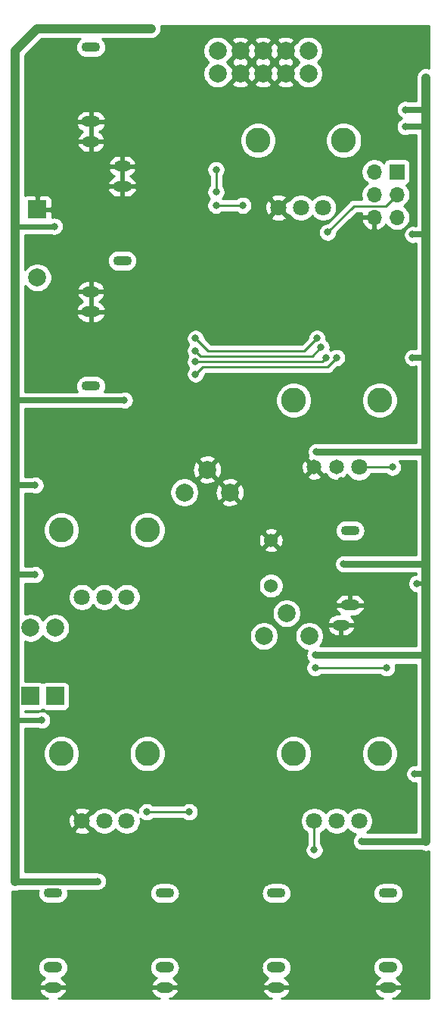
<source format=gbr>
%TF.GenerationSoftware,KiCad,Pcbnew,(5.1.10)-1*%
%TF.CreationDate,2021-09-03T07:56:25-07:00*%
%TF.ProjectId,Foundation,466f756e-6461-4746-996f-6e2e6b696361,rev?*%
%TF.SameCoordinates,Original*%
%TF.FileFunction,Copper,L2,Bot*%
%TF.FilePolarity,Positive*%
%FSLAX46Y46*%
G04 Gerber Fmt 4.6, Leading zero omitted, Abs format (unit mm)*
G04 Created by KiCad (PCBNEW (5.1.10)-1) date 2021-09-03 07:56:25*
%MOMM*%
%LPD*%
G01*
G04 APERTURE LIST*
%TA.AperFunction,ComponentPad*%
%ADD10C,1.524000*%
%TD*%
%TA.AperFunction,ComponentPad*%
%ADD11C,2.000000*%
%TD*%
%TA.AperFunction,ComponentPad*%
%ADD12O,1.900000X1.200000*%
%TD*%
%TA.AperFunction,ComponentPad*%
%ADD13O,2.100000X1.200000*%
%TD*%
%TA.AperFunction,ComponentPad*%
%ADD14O,2.100000X1.100000*%
%TD*%
%TA.AperFunction,ComponentPad*%
%ADD15C,2.800000*%
%TD*%
%TA.AperFunction,ComponentPad*%
%ADD16C,1.800000*%
%TD*%
%TA.AperFunction,ComponentPad*%
%ADD17R,2.000000X2.000000*%
%TD*%
%TA.AperFunction,ComponentPad*%
%ADD18R,1.700000X1.700000*%
%TD*%
%TA.AperFunction,ComponentPad*%
%ADD19O,1.700000X1.700000*%
%TD*%
%TA.AperFunction,ComponentPad*%
%ADD20C,1.650000*%
%TD*%
%TA.AperFunction,ViaPad*%
%ADD21C,0.800000*%
%TD*%
%TA.AperFunction,Conductor*%
%ADD22C,0.650000*%
%TD*%
%TA.AperFunction,Conductor*%
%ADD23C,0.800000*%
%TD*%
%TA.AperFunction,Conductor*%
%ADD24C,1.000000*%
%TD*%
%TA.AperFunction,Conductor*%
%ADD25C,0.600000*%
%TD*%
%TA.AperFunction,Conductor*%
%ADD26C,0.500000*%
%TD*%
%TA.AperFunction,Conductor*%
%ADD27C,0.250000*%
%TD*%
%TA.AperFunction,Conductor*%
%ADD28C,0.254000*%
%TD*%
%TA.AperFunction,Conductor*%
%ADD29C,0.100000*%
%TD*%
G04 APERTURE END LIST*
D10*
%TO.P,C19,2*%
%TO.N,GND*%
X29640000Y51840000D03*
%TO.P,C19,1*%
%TO.N,Net-(C19-Pad1)*%
X29640000Y46760000D03*
%TD*%
D11*
%TO.P,RV7,3*%
%TO.N,Net-(Q5-PadG)*%
X28860000Y41148600D03*
%TO.P,RV7,2*%
X31400000Y43688600D03*
%TO.P,RV7,1*%
%TO.N,Net-(R27-Pad1)*%
X33940000Y41148600D03*
%TD*%
D12*
%TO.P,J6,S*%
%TO.N,GND*%
X37500000Y42379500D03*
D13*
%TO.P,J6,TN*%
X38500000Y44620000D03*
D14*
%TO.P,J6,T*%
%TO.N,Net-(J6-PadT)*%
X38500000Y52920000D03*
%TD*%
D15*
%TO.P,RV6,*%
%TO.N,*%
X32200000Y27998000D03*
X41800000Y27998000D03*
D16*
%TO.P,RV6,1*%
%TO.N,Net-(C8-Pad1)*%
X34500000Y20498000D03*
%TO.P,RV6,3*%
%TO.N,Net-(C25-Pad1)*%
X39500000Y20498000D03*
%TO.P,RV6,2*%
X37000000Y20498000D03*
%TD*%
D11*
%TO.P,D6,2*%
%TO.N,Net-(D6-Pad2)*%
X5500000Y42059999D03*
D17*
%TO.P,D6,1*%
%TO.N,Net-(C23-Pad2)*%
X5500000Y34439999D03*
%TD*%
D11*
%TO.P,D7,2*%
%TO.N,Net-(D6-Pad2)*%
X2750000Y42060000D03*
D17*
%TO.P,D7,1*%
%TO.N,sine*%
X2750000Y34440000D03*
%TD*%
D11*
%TO.P,D1,2*%
%TO.N,-5V*%
X3500000Y81190000D03*
D17*
%TO.P,D1,1*%
%TO.N,GND*%
X3500000Y88810000D03*
%TD*%
D18*
%TO.P,J3,1*%
%TO.N,pulsePin*%
X43750000Y93000000D03*
D19*
%TO.P,J3,2*%
%TO.N,+5V*%
X41210000Y93000000D03*
%TO.P,J3,3*%
%TO.N,trigPin*%
X43750000Y90460000D03*
%TO.P,J3,4*%
%TO.N,pwmPin*%
X41210000Y90460000D03*
%TO.P,J3,5*%
%TO.N,RST*%
X43750000Y87920000D03*
%TO.P,J3,6*%
%TO.N,GND*%
X41210000Y87920000D03*
%TD*%
D12*
%TO.P,J10,S*%
%TO.N,GND*%
X30250000Y1879500D03*
D13*
%TO.P,J10,TN*%
%TO.N,Net-(J10-PadTN)*%
X30250000Y4120000D03*
D14*
%TO.P,J10,T*%
%TO.N,Net-(J10-PadT)*%
X30250000Y12420000D03*
%TD*%
D15*
%TO.P,RV3,*%
%TO.N,*%
X32200000Y67498000D03*
X41800000Y67498000D03*
D20*
%TO.P,RV3,1*%
%TO.N,GND*%
X34500000Y59998000D03*
D16*
%TO.P,RV3,3*%
%TO.N,env2*%
X39500000Y59998000D03*
D20*
%TO.P,RV3,2*%
%TO.N,Net-(R36-Pad2)*%
X37000000Y59998000D03*
%TD*%
D15*
%TO.P,RV1,*%
%TO.N,*%
X28200000Y96498000D03*
X37800000Y96498000D03*
D16*
%TO.P,RV1,1*%
%TO.N,GND*%
X30500000Y88998000D03*
%TO.P,RV1,3*%
%TO.N,+5V*%
X35500000Y88998000D03*
%TO.P,RV1,2*%
%TO.N,Net-(R20-Pad2)*%
X33000000Y88998000D03*
%TD*%
D11*
%TO.P,RV2,3*%
%TO.N,Net-(R34-Pad2)*%
X19960000Y57198600D03*
%TO.P,RV2,2*%
%TO.N,GND*%
X22500000Y59738600D03*
%TO.P,RV2,1*%
X25040000Y57198600D03*
%TD*%
%TO.P,J5,10*%
%TO.N,Net-(D4-Pad2)*%
X33830000Y103980000D03*
%TO.P,J5,9*%
X33830000Y106520000D03*
%TO.P,J5,8*%
%TO.N,GND*%
X31290000Y103980000D03*
%TO.P,J5,7*%
X31290000Y106520000D03*
%TO.P,J5,6*%
X28750000Y103980000D03*
%TO.P,J5,5*%
X28750000Y106520000D03*
%TO.P,J5,4*%
X26210000Y103980000D03*
%TO.P,J5,3*%
X26210000Y106520000D03*
%TO.P,J5,2*%
%TO.N,Net-(D5-Pad1)*%
X23670000Y103980000D03*
%TO.P,J5,1*%
X23670000Y106520000D03*
%TD*%
D15*
%TO.P,RV5,*%
%TO.N,*%
X6200000Y27998000D03*
X15800000Y27998000D03*
D16*
%TO.P,RV5,1*%
%TO.N,GND*%
X8500000Y20498000D03*
%TO.P,RV5,3*%
%TO.N,Net-(Q2-PadE)*%
X13500000Y20498000D03*
%TO.P,RV5,2*%
%TO.N,texture*%
X11000000Y20498000D03*
%TD*%
D15*
%TO.P,RV4,*%
%TO.N,*%
X6200000Y52998000D03*
X15800000Y52998000D03*
D16*
%TO.P,RV4,1*%
%TO.N,-12V*%
X8500000Y45498000D03*
%TO.P,RV4,3*%
%TO.N,Net-(R50-Pad1)*%
X13500000Y45498000D03*
%TO.P,RV4,2*%
%TO.N,Net-(R37-Pad2)*%
X11000000Y45498000D03*
%TD*%
D12*
%TO.P,J9,S*%
%TO.N,GND*%
X42750000Y1879500D03*
D13*
%TO.P,J9,TN*%
%TO.N,Net-(J9-PadTN)*%
X42750000Y4120000D03*
D14*
%TO.P,J9,T*%
%TO.N,Net-(J9-PadT)*%
X42750000Y12420000D03*
%TD*%
D12*
%TO.P,J8,S*%
%TO.N,GND*%
X5250000Y1879500D03*
D13*
%TO.P,J8,TN*%
%TO.N,Net-(J8-PadTN)*%
X5250000Y4120000D03*
D14*
%TO.P,J8,T*%
%TO.N,Net-(J8-PadT)*%
X5250000Y12420000D03*
%TD*%
D12*
%TO.P,J7,S*%
%TO.N,GND*%
X9500000Y79620500D03*
D13*
%TO.P,J7,TN*%
X9500000Y77380000D03*
D14*
%TO.P,J7,T*%
%TO.N,Net-(J7-PadT)*%
X9500000Y69080000D03*
%TD*%
D12*
%TO.P,J4,S*%
%TO.N,GND*%
X13000000Y93620500D03*
D13*
%TO.P,J4,TN*%
X13000000Y91380000D03*
D14*
%TO.P,J4,T*%
%TO.N,Net-(J4-PadT)*%
X13000000Y83080000D03*
%TD*%
D12*
%TO.P,J2,S*%
%TO.N,GND*%
X17750000Y1879500D03*
D13*
%TO.P,J2,TN*%
%TO.N,Net-(J2-PadTN)*%
X17750000Y4120000D03*
D14*
%TO.P,J2,T*%
%TO.N,Net-(J2-PadT)*%
X17750000Y12420000D03*
%TD*%
D12*
%TO.P,J1,S*%
%TO.N,GND*%
X9500000Y96379500D03*
D13*
%TO.P,J1,TN*%
X9500000Y98620000D03*
D14*
%TO.P,J1,T*%
%TO.N,Net-(J1-PadT)*%
X9500000Y106920000D03*
%TD*%
D21*
%TO.N,GND*%
X19500000Y96250000D03*
X34250000Y77250000D03*
X27400000Y76800000D03*
X23750000Y80500000D03*
X45250000Y69500000D03*
X16135000Y60865000D03*
X20412500Y36587500D03*
X20095000Y26845000D03*
X22865000Y16365000D03*
X34000000Y82500000D03*
X45500000Y75250000D03*
X45500000Y95500000D03*
X42500000Y99000000D03*
X9500000Y59500000D03*
X16250000Y15000000D03*
X16000000Y23750000D03*
X45250000Y81000000D03*
X39087500Y86587500D03*
X8150000Y83150000D03*
X14405000Y71845000D03*
X26420000Y50580000D03*
X7837500Y34837500D03*
X10565000Y37315000D03*
X27950000Y65450000D03*
X25050000Y65450000D03*
X21250000Y64250000D03*
X45000000Y23250000D03*
X41500000Y81000000D03*
X16550000Y101450000D03*
X39950000Y103300000D03*
X39750000Y16750000D03*
X29837500Y19662500D03*
X30250000Y21750000D03*
X29962500Y23837500D03*
X27000000Y45000000D03*
X45300000Y40700000D03*
X44200000Y47000000D03*
X37500000Y58500000D03*
X44800000Y56800000D03*
X24450000Y44350000D03*
X17800000Y45200000D03*
X15412500Y42337500D03*
%TO.N,+12V*%
X45750000Y25750000D03*
X34750000Y61750000D03*
X45500000Y72250000D03*
X45500000Y86000000D03*
X44700000Y99950000D03*
X44700000Y98050000D03*
X47000000Y103500000D03*
X37800000Y49200000D03*
X46000000Y47000000D03*
X34600000Y39000000D03*
X39800000Y18200000D03*
%TO.N,-12V*%
X3250000Y58000000D03*
X3250000Y48000000D03*
X13250000Y67500000D03*
X10250000Y13750000D03*
X5412500Y86912500D03*
X4000000Y31750000D03*
X16250000Y109000000D03*
%TO.N,Net-(C22-Pad2)*%
X15750000Y21500000D03*
X20500000Y21500000D03*
%TO.N,pulsePin*%
X21200000Y73000000D03*
X35250000Y73400000D03*
%TO.N,trigPin*%
X21200000Y74400000D03*
X34800000Y74400000D03*
X23500000Y93250000D03*
X23500000Y90750000D03*
X36000000Y86250000D03*
%TO.N,pwmPin*%
X21200000Y71800000D03*
X35800000Y72200000D03*
%TO.N,RST*%
X21200000Y70400000D03*
X37000000Y72250000D03*
%TO.N,env2*%
X43250000Y60000000D03*
%TO.N,env1*%
X42600000Y37600000D03*
X34600000Y37600000D03*
%TO.N,Net-(R20-Pad2)*%
X23500000Y89250000D03*
X26500000Y89250000D03*
%TO.N,Net-(C8-Pad1)*%
X34500000Y17250000D03*
%TD*%
D22*
%TO.N,+12V*%
X46750000Y25750000D02*
X47000000Y26000000D01*
X45750000Y25750000D02*
X46750000Y25750000D01*
D23*
X34750000Y61750000D02*
X47000000Y61750000D01*
D24*
X47000000Y98250000D02*
X47000000Y61750000D01*
D22*
X46750000Y86000000D02*
X47000000Y86250000D01*
X45500000Y86000000D02*
X46750000Y86000000D01*
X45500000Y72250000D02*
X47000000Y72250000D01*
D24*
X47000000Y99750000D02*
X47000000Y98250000D01*
D25*
X46800000Y99950000D02*
X47000000Y99750000D01*
D22*
X44700000Y99950000D02*
X46800000Y99950000D01*
D24*
X47000000Y103500000D02*
X47000000Y99750000D01*
D25*
X46800000Y98050000D02*
X47000000Y98250000D01*
D22*
X44700000Y98050000D02*
X46800000Y98050000D01*
D24*
X47000000Y46800000D02*
X47000000Y39000000D01*
X47000000Y48800000D02*
X47000000Y46800000D01*
X47000000Y61750000D02*
X47000000Y48800000D01*
D26*
X46600000Y49200000D02*
X47000000Y48800000D01*
D23*
X37800000Y49200000D02*
X46600000Y49200000D01*
D24*
X47000000Y39000000D02*
X47000000Y26000000D01*
D26*
X46800000Y47000000D02*
X47000000Y46800000D01*
X46000000Y47000000D02*
X46800000Y47000000D01*
D23*
X34600000Y39000000D02*
X47000000Y39000000D01*
D24*
X47000000Y26000000D02*
X47000000Y18200000D01*
D23*
X47000000Y18200000D02*
X39800000Y18200000D01*
D24*
%TO.N,-12V*%
X3500000Y109000000D02*
X16250000Y109000000D01*
X1000000Y106500000D02*
X3500000Y109000000D01*
X1000000Y31500000D02*
X1000000Y48000000D01*
X1000000Y48000000D02*
X1000000Y58000000D01*
X1000000Y58000000D02*
X1000000Y67250000D01*
D22*
X3250000Y58000000D02*
X1000000Y58000000D01*
X3250000Y48000000D02*
X1000000Y48000000D01*
D24*
X1000000Y67250000D02*
X1000000Y87000000D01*
D22*
X13250000Y67500000D02*
X1250000Y67500000D01*
X1250000Y67500000D02*
X1000000Y67250000D01*
D23*
X10250000Y13750000D02*
X1000000Y13750000D01*
D25*
X1087500Y86912500D02*
X1000000Y87000000D01*
X5412500Y86912500D02*
X1087500Y86912500D01*
D24*
X1000000Y87000000D02*
X1000000Y106500000D01*
D25*
X4000000Y31750000D02*
X1250000Y31750000D01*
X1250000Y31750000D02*
X1000000Y31500000D01*
D24*
X1000000Y13750000D02*
X1000000Y31500000D01*
D27*
%TO.N,Net-(C22-Pad2)*%
X15750000Y21500000D02*
X20500000Y21500000D01*
%TO.N,pulsePin*%
X21200000Y73000000D02*
X21800000Y72400000D01*
X34250000Y72400000D02*
X21800000Y72400000D01*
X35250000Y73400000D02*
X34250000Y72400000D01*
%TO.N,trigPin*%
X21200000Y74400000D02*
X22600000Y73000000D01*
X33400000Y73000000D02*
X34800000Y74400000D01*
X22600000Y73000000D02*
X33400000Y73000000D01*
X23500000Y93250000D02*
X23500000Y90750000D01*
X38950000Y89200000D02*
X42490000Y89200000D01*
X36000000Y86250000D02*
X38950000Y89200000D01*
X42490000Y89200000D02*
X43750000Y90460000D01*
%TO.N,pwmPin*%
X35400000Y71800000D02*
X21200000Y71800000D01*
X35800000Y72200000D02*
X35400000Y71800000D01*
%TO.N,RST*%
X22000000Y71200000D02*
X21200000Y70400000D01*
X36000000Y71200000D02*
X22000000Y71200000D01*
X37000000Y72200000D02*
X36000000Y71200000D01*
%TO.N,env2*%
X43248000Y59998000D02*
X43250000Y60000000D01*
X39500000Y59998000D02*
X43248000Y59998000D01*
%TO.N,env1*%
X42600000Y37600000D02*
X34600000Y37600000D01*
%TO.N,Net-(R20-Pad2)*%
X23500000Y89250000D02*
X26500000Y89250000D01*
%TO.N,Net-(C8-Pad1)*%
X34500000Y20498000D02*
X34500000Y17250000D01*
%TD*%
D28*
%TO.N,GND*%
X47340001Y104582933D02*
X47222498Y104618577D01*
X47000000Y104640491D01*
X46777501Y104618577D01*
X46563553Y104553676D01*
X46366377Y104448284D01*
X46193551Y104306449D01*
X46051716Y104133623D01*
X45946324Y103936446D01*
X45881423Y103722498D01*
X45865000Y103555751D01*
X45865001Y100910000D01*
X45086940Y100910000D01*
X45001898Y100945226D01*
X44801939Y100985000D01*
X44598061Y100985000D01*
X44398102Y100945226D01*
X44209744Y100867205D01*
X44040226Y100753937D01*
X43896063Y100609774D01*
X43782795Y100440256D01*
X43704774Y100251898D01*
X43665000Y100051939D01*
X43665000Y99848061D01*
X43704774Y99648102D01*
X43782795Y99459744D01*
X43896063Y99290226D01*
X44040226Y99146063D01*
X44209744Y99032795D01*
X44288918Y99000000D01*
X44209744Y98967205D01*
X44040226Y98853937D01*
X43896063Y98709774D01*
X43782795Y98540256D01*
X43704774Y98351898D01*
X43665000Y98151939D01*
X43665000Y97948061D01*
X43704774Y97748102D01*
X43782795Y97559744D01*
X43896063Y97390226D01*
X44040226Y97246063D01*
X44209744Y97132795D01*
X44398102Y97054774D01*
X44598061Y97015000D01*
X44801939Y97015000D01*
X45001898Y97054774D01*
X45086940Y97090000D01*
X45865000Y97090000D01*
X45865000Y86969088D01*
X45801898Y86995226D01*
X45601939Y87035000D01*
X45398061Y87035000D01*
X45198102Y86995226D01*
X45009744Y86917205D01*
X44840226Y86803937D01*
X44696063Y86659774D01*
X44582795Y86490256D01*
X44504774Y86301898D01*
X44465000Y86101939D01*
X44465000Y85898061D01*
X44504774Y85698102D01*
X44582795Y85509744D01*
X44696063Y85340226D01*
X44840226Y85196063D01*
X45009744Y85082795D01*
X45198102Y85004774D01*
X45398061Y84965000D01*
X45601939Y84965000D01*
X45801898Y85004774D01*
X45865000Y85030912D01*
X45865001Y73219088D01*
X45801898Y73245226D01*
X45601939Y73285000D01*
X45398061Y73285000D01*
X45198102Y73245226D01*
X45009744Y73167205D01*
X44840226Y73053937D01*
X44696063Y72909774D01*
X44582795Y72740256D01*
X44504774Y72551898D01*
X44465000Y72351939D01*
X44465000Y72148061D01*
X44504774Y71948102D01*
X44582795Y71759744D01*
X44696063Y71590226D01*
X44840226Y71446063D01*
X45009744Y71332795D01*
X45198102Y71254774D01*
X45398061Y71215000D01*
X45601939Y71215000D01*
X45801898Y71254774D01*
X45865001Y71280912D01*
X45865001Y62785000D01*
X34648061Y62785000D01*
X34597943Y62775031D01*
X34547105Y62770024D01*
X34498223Y62755196D01*
X34448102Y62745226D01*
X34400887Y62725669D01*
X34352007Y62710841D01*
X34306958Y62686762D01*
X34259744Y62667205D01*
X34217254Y62638814D01*
X34172203Y62614734D01*
X34132716Y62582328D01*
X34090226Y62553937D01*
X34054092Y62517803D01*
X34014604Y62485396D01*
X33982197Y62445908D01*
X33946063Y62409774D01*
X33917672Y62367284D01*
X33885266Y62327797D01*
X33861186Y62282746D01*
X33832795Y62240256D01*
X33813238Y62193042D01*
X33789159Y62147993D01*
X33774331Y62099113D01*
X33754774Y62051898D01*
X33744804Y62001777D01*
X33729976Y61952895D01*
X33724969Y61902057D01*
X33715000Y61851939D01*
X33715000Y61800838D01*
X33709993Y61750000D01*
X33715000Y61699162D01*
X33715000Y61648061D01*
X33724969Y61597943D01*
X33729976Y61547105D01*
X33744804Y61498223D01*
X33754774Y61448102D01*
X33774331Y61400887D01*
X33789159Y61352007D01*
X33813238Y61306958D01*
X33818222Y61294926D01*
X33743663Y61255073D01*
X33669054Y61008551D01*
X34500000Y60177605D01*
X34514143Y60191748D01*
X34693748Y60012143D01*
X34679605Y59998000D01*
X35510551Y59167054D01*
X35750725Y59239742D01*
X35865944Y59067304D01*
X36069304Y58863944D01*
X36308431Y58704165D01*
X36574134Y58594107D01*
X36856203Y58538000D01*
X37143797Y58538000D01*
X37425866Y58594107D01*
X37691569Y58704165D01*
X37930696Y58863944D01*
X38134056Y59067304D01*
X38204899Y59173329D01*
X38307688Y59019495D01*
X38521495Y58805688D01*
X38772905Y58637701D01*
X39052257Y58521989D01*
X39348816Y58463000D01*
X39651184Y58463000D01*
X39947743Y58521989D01*
X40227095Y58637701D01*
X40478505Y58805688D01*
X40692312Y59019495D01*
X40838313Y59238000D01*
X42548289Y59238000D01*
X42590226Y59196063D01*
X42759744Y59082795D01*
X42948102Y59004774D01*
X43148061Y58965000D01*
X43351939Y58965000D01*
X43551898Y59004774D01*
X43740256Y59082795D01*
X43909774Y59196063D01*
X44053937Y59340226D01*
X44167205Y59509744D01*
X44245226Y59698102D01*
X44285000Y59898061D01*
X44285000Y60101939D01*
X44245226Y60301898D01*
X44167205Y60490256D01*
X44053937Y60659774D01*
X43998711Y60715000D01*
X45865000Y60715000D01*
X45865001Y50235000D01*
X37698061Y50235000D01*
X37647943Y50225031D01*
X37597105Y50220024D01*
X37548223Y50205196D01*
X37498102Y50195226D01*
X37450887Y50175669D01*
X37402007Y50160841D01*
X37356958Y50136762D01*
X37309744Y50117205D01*
X37267254Y50088814D01*
X37222203Y50064734D01*
X37182716Y50032328D01*
X37140226Y50003937D01*
X37104092Y49967803D01*
X37064604Y49935396D01*
X37032197Y49895908D01*
X36996063Y49859774D01*
X36967672Y49817284D01*
X36935266Y49777797D01*
X36911186Y49732746D01*
X36882795Y49690256D01*
X36863238Y49643042D01*
X36839159Y49597993D01*
X36824331Y49549113D01*
X36804774Y49501898D01*
X36794804Y49451777D01*
X36779976Y49402895D01*
X36774969Y49352057D01*
X36765000Y49301939D01*
X36765000Y49250838D01*
X36759993Y49200000D01*
X36765000Y49149162D01*
X36765000Y49098061D01*
X36774969Y49047943D01*
X36779976Y48997105D01*
X36794804Y48948223D01*
X36804774Y48898102D01*
X36824331Y48850887D01*
X36839159Y48802007D01*
X36863238Y48756958D01*
X36882795Y48709744D01*
X36911186Y48667254D01*
X36935266Y48622203D01*
X36967672Y48582716D01*
X36996063Y48540226D01*
X37032197Y48504092D01*
X37064604Y48464604D01*
X37104092Y48432197D01*
X37140226Y48396063D01*
X37182716Y48367672D01*
X37222203Y48335266D01*
X37267254Y48311186D01*
X37309744Y48282795D01*
X37356958Y48263238D01*
X37402007Y48239159D01*
X37450887Y48224331D01*
X37498102Y48204774D01*
X37548223Y48194804D01*
X37597105Y48179976D01*
X37647943Y48174969D01*
X37698061Y48165000D01*
X45865000Y48165000D01*
X45865000Y48028424D01*
X45698102Y47995226D01*
X45509744Y47917205D01*
X45340226Y47803937D01*
X45196063Y47659774D01*
X45082795Y47490256D01*
X45004774Y47301898D01*
X44965000Y47101939D01*
X44965000Y46898061D01*
X45004774Y46698102D01*
X45082795Y46509744D01*
X45196063Y46340226D01*
X45340226Y46196063D01*
X45509744Y46082795D01*
X45698102Y46004774D01*
X45865000Y45971576D01*
X45865001Y40035000D01*
X35138639Y40035000D01*
X35209987Y40106348D01*
X35388918Y40374137D01*
X35512168Y40671688D01*
X35575000Y40987567D01*
X35575000Y41309633D01*
X35512168Y41625512D01*
X35388918Y41923063D01*
X35296157Y42061891D01*
X35956538Y42061891D01*
X35960409Y42024218D01*
X36052579Y41798967D01*
X36186922Y41596026D01*
X36358275Y41423193D01*
X36560054Y41287110D01*
X36784504Y41193007D01*
X37023000Y41144500D01*
X37373000Y41144500D01*
X37373000Y42252500D01*
X37627000Y42252500D01*
X37627000Y41144500D01*
X37977000Y41144500D01*
X38215496Y41193007D01*
X38439946Y41287110D01*
X38641725Y41423193D01*
X38813078Y41596026D01*
X38947421Y41798967D01*
X39039591Y42024218D01*
X39043462Y42061891D01*
X38918731Y42252500D01*
X37627000Y42252500D01*
X37373000Y42252500D01*
X36081269Y42252500D01*
X35956538Y42061891D01*
X35296157Y42061891D01*
X35209987Y42190852D01*
X34982252Y42418587D01*
X34714463Y42597518D01*
X34474030Y42697109D01*
X35956538Y42697109D01*
X36081269Y42506500D01*
X37373000Y42506500D01*
X37373000Y42526500D01*
X37627000Y42526500D01*
X37627000Y42506500D01*
X38918731Y42506500D01*
X39043462Y42697109D01*
X39039591Y42734782D01*
X38947421Y42960033D01*
X38813078Y43162974D01*
X38641725Y43335807D01*
X38568783Y43385000D01*
X39077000Y43385000D01*
X39315496Y43433507D01*
X39539946Y43527610D01*
X39741725Y43663693D01*
X39913078Y43836526D01*
X40047421Y44039467D01*
X40139591Y44264718D01*
X40143462Y44302391D01*
X40018731Y44493000D01*
X38627000Y44493000D01*
X38627000Y44473000D01*
X38373000Y44473000D01*
X38373000Y44493000D01*
X36981269Y44493000D01*
X36856538Y44302391D01*
X36860409Y44264718D01*
X36952579Y44039467D01*
X37086922Y43836526D01*
X37258275Y43663693D01*
X37331217Y43614500D01*
X37023000Y43614500D01*
X36784504Y43565993D01*
X36560054Y43471890D01*
X36358275Y43335807D01*
X36186922Y43162974D01*
X36052579Y42960033D01*
X35960409Y42734782D01*
X35956538Y42697109D01*
X34474030Y42697109D01*
X34416912Y42720768D01*
X34101033Y42783600D01*
X33778967Y42783600D01*
X33463088Y42720768D01*
X33165537Y42597518D01*
X32897748Y42418587D01*
X32670013Y42190852D01*
X32491082Y41923063D01*
X32367832Y41625512D01*
X32305000Y41309633D01*
X32305000Y40987567D01*
X32367832Y40671688D01*
X32491082Y40374137D01*
X32670013Y40106348D01*
X32897748Y39878613D01*
X33165537Y39699682D01*
X33463088Y39576432D01*
X33707846Y39527747D01*
X33682795Y39490256D01*
X33663238Y39443042D01*
X33639159Y39397993D01*
X33624331Y39349113D01*
X33604774Y39301898D01*
X33594804Y39251777D01*
X33579976Y39202895D01*
X33574969Y39152057D01*
X33565000Y39101939D01*
X33565000Y39050838D01*
X33559993Y39000000D01*
X33565000Y38949162D01*
X33565000Y38898061D01*
X33574969Y38847943D01*
X33579976Y38797105D01*
X33594804Y38748223D01*
X33604774Y38698102D01*
X33624331Y38650887D01*
X33639159Y38602007D01*
X33663238Y38556958D01*
X33682795Y38509744D01*
X33711186Y38467254D01*
X33735266Y38422203D01*
X33767672Y38382716D01*
X33796063Y38340226D01*
X33832197Y38304092D01*
X33835886Y38299597D01*
X33796063Y38259774D01*
X33682795Y38090256D01*
X33604774Y37901898D01*
X33565000Y37701939D01*
X33565000Y37498061D01*
X33604774Y37298102D01*
X33682795Y37109744D01*
X33796063Y36940226D01*
X33940226Y36796063D01*
X34109744Y36682795D01*
X34298102Y36604774D01*
X34498061Y36565000D01*
X34701939Y36565000D01*
X34901898Y36604774D01*
X35090256Y36682795D01*
X35259774Y36796063D01*
X35303711Y36840000D01*
X41896289Y36840000D01*
X41940226Y36796063D01*
X42109744Y36682795D01*
X42298102Y36604774D01*
X42498061Y36565000D01*
X42701939Y36565000D01*
X42901898Y36604774D01*
X43090256Y36682795D01*
X43259774Y36796063D01*
X43403937Y36940226D01*
X43517205Y37109744D01*
X43595226Y37298102D01*
X43635000Y37498061D01*
X43635000Y37701939D01*
X43595226Y37901898D01*
X43569088Y37965000D01*
X45865000Y37965000D01*
X45865001Y26782402D01*
X45851939Y26785000D01*
X45648061Y26785000D01*
X45448102Y26745226D01*
X45259744Y26667205D01*
X45090226Y26553937D01*
X44946063Y26409774D01*
X44832795Y26240256D01*
X44754774Y26051898D01*
X44715000Y25851939D01*
X44715000Y25648061D01*
X44754774Y25448102D01*
X44832795Y25259744D01*
X44946063Y25090226D01*
X45090226Y24946063D01*
X45259744Y24832795D01*
X45448102Y24754774D01*
X45648061Y24715000D01*
X45851939Y24715000D01*
X45865000Y24717598D01*
X45865001Y19235000D01*
X40372713Y19235000D01*
X40478505Y19305688D01*
X40692312Y19519495D01*
X40860299Y19770905D01*
X40976011Y20050257D01*
X41035000Y20346816D01*
X41035000Y20649184D01*
X40976011Y20945743D01*
X40860299Y21225095D01*
X40692312Y21476505D01*
X40478505Y21690312D01*
X40227095Y21858299D01*
X39947743Y21974011D01*
X39651184Y22033000D01*
X39348816Y22033000D01*
X39052257Y21974011D01*
X38772905Y21858299D01*
X38521495Y21690312D01*
X38307688Y21476505D01*
X38250000Y21390169D01*
X38192312Y21476505D01*
X37978505Y21690312D01*
X37727095Y21858299D01*
X37447743Y21974011D01*
X37151184Y22033000D01*
X36848816Y22033000D01*
X36552257Y21974011D01*
X36272905Y21858299D01*
X36021495Y21690312D01*
X35807688Y21476505D01*
X35750000Y21390169D01*
X35692312Y21476505D01*
X35478505Y21690312D01*
X35227095Y21858299D01*
X34947743Y21974011D01*
X34651184Y22033000D01*
X34348816Y22033000D01*
X34052257Y21974011D01*
X33772905Y21858299D01*
X33521495Y21690312D01*
X33307688Y21476505D01*
X33139701Y21225095D01*
X33023989Y20945743D01*
X32965000Y20649184D01*
X32965000Y20346816D01*
X33023989Y20050257D01*
X33139701Y19770905D01*
X33307688Y19519495D01*
X33521495Y19305688D01*
X33740000Y19159687D01*
X33740001Y17953712D01*
X33696063Y17909774D01*
X33582795Y17740256D01*
X33504774Y17551898D01*
X33465000Y17351939D01*
X33465000Y17148061D01*
X33504774Y16948102D01*
X33582795Y16759744D01*
X33696063Y16590226D01*
X33840226Y16446063D01*
X34009744Y16332795D01*
X34198102Y16254774D01*
X34398061Y16215000D01*
X34601939Y16215000D01*
X34801898Y16254774D01*
X34990256Y16332795D01*
X35159774Y16446063D01*
X35303937Y16590226D01*
X35417205Y16759744D01*
X35495226Y16948102D01*
X35535000Y17148061D01*
X35535000Y17351939D01*
X35495226Y17551898D01*
X35417205Y17740256D01*
X35303937Y17909774D01*
X35260000Y17953711D01*
X35260000Y19159687D01*
X35478505Y19305688D01*
X35692312Y19519495D01*
X35750000Y19605831D01*
X35807688Y19519495D01*
X36021495Y19305688D01*
X36272905Y19137701D01*
X36552257Y19021989D01*
X36848816Y18963000D01*
X37151184Y18963000D01*
X37447743Y19021989D01*
X37727095Y19137701D01*
X37978505Y19305688D01*
X38192312Y19519495D01*
X38250000Y19605831D01*
X38307688Y19519495D01*
X38521495Y19305688D01*
X38772905Y19137701D01*
X39052257Y19021989D01*
X39140865Y19004364D01*
X39140226Y19003937D01*
X39104092Y18967803D01*
X39064604Y18935396D01*
X39032197Y18895908D01*
X38996063Y18859774D01*
X38967672Y18817284D01*
X38935266Y18777797D01*
X38911186Y18732746D01*
X38882795Y18690256D01*
X38863238Y18643042D01*
X38839159Y18597993D01*
X38824331Y18549113D01*
X38804774Y18501898D01*
X38794804Y18451777D01*
X38779976Y18402895D01*
X38774969Y18352057D01*
X38765000Y18301939D01*
X38765000Y18250838D01*
X38759993Y18200000D01*
X38765000Y18149162D01*
X38765000Y18098061D01*
X38774969Y18047943D01*
X38779976Y17997105D01*
X38794804Y17948223D01*
X38804774Y17898102D01*
X38824331Y17850887D01*
X38839159Y17802007D01*
X38863238Y17756958D01*
X38882795Y17709744D01*
X38911186Y17667254D01*
X38935266Y17622203D01*
X38967672Y17582716D01*
X38996063Y17540226D01*
X39032197Y17504092D01*
X39064604Y17464604D01*
X39104092Y17432197D01*
X39140226Y17396063D01*
X39182716Y17367672D01*
X39222203Y17335266D01*
X39267254Y17311186D01*
X39309744Y17282795D01*
X39356958Y17263238D01*
X39402007Y17239159D01*
X39450887Y17224331D01*
X39498102Y17204774D01*
X39548223Y17194804D01*
X39597105Y17179976D01*
X39647943Y17174969D01*
X39698061Y17165000D01*
X46528613Y17165000D01*
X46563554Y17146324D01*
X46777502Y17081423D01*
X47000000Y17059509D01*
X47222499Y17081423D01*
X47340000Y17117067D01*
X47340000Y660000D01*
X43303209Y660000D01*
X43465496Y693007D01*
X43689946Y787110D01*
X43891725Y923193D01*
X44063078Y1096026D01*
X44197421Y1298967D01*
X44289591Y1524218D01*
X44293462Y1561891D01*
X44168731Y1752500D01*
X42877000Y1752500D01*
X42877000Y1732500D01*
X42623000Y1732500D01*
X42623000Y1752500D01*
X41331269Y1752500D01*
X41206538Y1561891D01*
X41210409Y1524218D01*
X41302579Y1298967D01*
X41436922Y1096026D01*
X41608275Y923193D01*
X41810054Y787110D01*
X42034504Y693007D01*
X42196791Y660000D01*
X30803209Y660000D01*
X30965496Y693007D01*
X31189946Y787110D01*
X31391725Y923193D01*
X31563078Y1096026D01*
X31697421Y1298967D01*
X31789591Y1524218D01*
X31793462Y1561891D01*
X31668731Y1752500D01*
X30377000Y1752500D01*
X30377000Y1732500D01*
X30123000Y1732500D01*
X30123000Y1752500D01*
X28831269Y1752500D01*
X28706538Y1561891D01*
X28710409Y1524218D01*
X28802579Y1298967D01*
X28936922Y1096026D01*
X29108275Y923193D01*
X29310054Y787110D01*
X29534504Y693007D01*
X29696791Y660000D01*
X18303209Y660000D01*
X18465496Y693007D01*
X18689946Y787110D01*
X18891725Y923193D01*
X19063078Y1096026D01*
X19197421Y1298967D01*
X19289591Y1524218D01*
X19293462Y1561891D01*
X19168731Y1752500D01*
X17877000Y1752500D01*
X17877000Y1732500D01*
X17623000Y1732500D01*
X17623000Y1752500D01*
X16331269Y1752500D01*
X16206538Y1561891D01*
X16210409Y1524218D01*
X16302579Y1298967D01*
X16436922Y1096026D01*
X16608275Y923193D01*
X16810054Y787110D01*
X17034504Y693007D01*
X17196791Y660000D01*
X5803209Y660000D01*
X5965496Y693007D01*
X6189946Y787110D01*
X6391725Y923193D01*
X6563078Y1096026D01*
X6697421Y1298967D01*
X6789591Y1524218D01*
X6793462Y1561891D01*
X6668731Y1752500D01*
X5377000Y1752500D01*
X5377000Y1732500D01*
X5123000Y1732500D01*
X5123000Y1752500D01*
X3831269Y1752500D01*
X3706538Y1561891D01*
X3710409Y1524218D01*
X3802579Y1298967D01*
X3936922Y1096026D01*
X4108275Y923193D01*
X4310054Y787110D01*
X4534504Y693007D01*
X4696791Y660000D01*
X660000Y660000D01*
X660000Y4120000D01*
X3559025Y4120000D01*
X3582870Y3877898D01*
X3653489Y3645099D01*
X3768167Y3430551D01*
X3922498Y3242498D01*
X4110551Y3088167D01*
X4320162Y2976128D01*
X4310054Y2971890D01*
X4108275Y2835807D01*
X3936922Y2662974D01*
X3802579Y2460033D01*
X3710409Y2234782D01*
X3706538Y2197109D01*
X3831269Y2006500D01*
X5123000Y2006500D01*
X5123000Y2026500D01*
X5377000Y2026500D01*
X5377000Y2006500D01*
X6668731Y2006500D01*
X6793462Y2197109D01*
X6789591Y2234782D01*
X6697421Y2460033D01*
X6563078Y2662974D01*
X6391725Y2835807D01*
X6189946Y2971890D01*
X6179838Y2976128D01*
X6389449Y3088167D01*
X6577502Y3242498D01*
X6731833Y3430551D01*
X6846511Y3645099D01*
X6917130Y3877898D01*
X6940975Y4120000D01*
X16059025Y4120000D01*
X16082870Y3877898D01*
X16153489Y3645099D01*
X16268167Y3430551D01*
X16422498Y3242498D01*
X16610551Y3088167D01*
X16820162Y2976128D01*
X16810054Y2971890D01*
X16608275Y2835807D01*
X16436922Y2662974D01*
X16302579Y2460033D01*
X16210409Y2234782D01*
X16206538Y2197109D01*
X16331269Y2006500D01*
X17623000Y2006500D01*
X17623000Y2026500D01*
X17877000Y2026500D01*
X17877000Y2006500D01*
X19168731Y2006500D01*
X19293462Y2197109D01*
X19289591Y2234782D01*
X19197421Y2460033D01*
X19063078Y2662974D01*
X18891725Y2835807D01*
X18689946Y2971890D01*
X18679838Y2976128D01*
X18889449Y3088167D01*
X19077502Y3242498D01*
X19231833Y3430551D01*
X19346511Y3645099D01*
X19417130Y3877898D01*
X19440975Y4120000D01*
X28559025Y4120000D01*
X28582870Y3877898D01*
X28653489Y3645099D01*
X28768167Y3430551D01*
X28922498Y3242498D01*
X29110551Y3088167D01*
X29320162Y2976128D01*
X29310054Y2971890D01*
X29108275Y2835807D01*
X28936922Y2662974D01*
X28802579Y2460033D01*
X28710409Y2234782D01*
X28706538Y2197109D01*
X28831269Y2006500D01*
X30123000Y2006500D01*
X30123000Y2026500D01*
X30377000Y2026500D01*
X30377000Y2006500D01*
X31668731Y2006500D01*
X31793462Y2197109D01*
X31789591Y2234782D01*
X31697421Y2460033D01*
X31563078Y2662974D01*
X31391725Y2835807D01*
X31189946Y2971890D01*
X31179838Y2976128D01*
X31389449Y3088167D01*
X31577502Y3242498D01*
X31731833Y3430551D01*
X31846511Y3645099D01*
X31917130Y3877898D01*
X31940975Y4120000D01*
X41059025Y4120000D01*
X41082870Y3877898D01*
X41153489Y3645099D01*
X41268167Y3430551D01*
X41422498Y3242498D01*
X41610551Y3088167D01*
X41820162Y2976128D01*
X41810054Y2971890D01*
X41608275Y2835807D01*
X41436922Y2662974D01*
X41302579Y2460033D01*
X41210409Y2234782D01*
X41206538Y2197109D01*
X41331269Y2006500D01*
X42623000Y2006500D01*
X42623000Y2026500D01*
X42877000Y2026500D01*
X42877000Y2006500D01*
X44168731Y2006500D01*
X44293462Y2197109D01*
X44289591Y2234782D01*
X44197421Y2460033D01*
X44063078Y2662974D01*
X43891725Y2835807D01*
X43689946Y2971890D01*
X43679838Y2976128D01*
X43889449Y3088167D01*
X44077502Y3242498D01*
X44231833Y3430551D01*
X44346511Y3645099D01*
X44417130Y3877898D01*
X44440975Y4120000D01*
X44417130Y4362102D01*
X44346511Y4594901D01*
X44231833Y4809449D01*
X44077502Y4997502D01*
X43889449Y5151833D01*
X43674901Y5266511D01*
X43442102Y5337130D01*
X43260665Y5355000D01*
X42239335Y5355000D01*
X42057898Y5337130D01*
X41825099Y5266511D01*
X41610551Y5151833D01*
X41422498Y4997502D01*
X41268167Y4809449D01*
X41153489Y4594901D01*
X41082870Y4362102D01*
X41059025Y4120000D01*
X31940975Y4120000D01*
X31917130Y4362102D01*
X31846511Y4594901D01*
X31731833Y4809449D01*
X31577502Y4997502D01*
X31389449Y5151833D01*
X31174901Y5266511D01*
X30942102Y5337130D01*
X30760665Y5355000D01*
X29739335Y5355000D01*
X29557898Y5337130D01*
X29325099Y5266511D01*
X29110551Y5151833D01*
X28922498Y4997502D01*
X28768167Y4809449D01*
X28653489Y4594901D01*
X28582870Y4362102D01*
X28559025Y4120000D01*
X19440975Y4120000D01*
X19417130Y4362102D01*
X19346511Y4594901D01*
X19231833Y4809449D01*
X19077502Y4997502D01*
X18889449Y5151833D01*
X18674901Y5266511D01*
X18442102Y5337130D01*
X18260665Y5355000D01*
X17239335Y5355000D01*
X17057898Y5337130D01*
X16825099Y5266511D01*
X16610551Y5151833D01*
X16422498Y4997502D01*
X16268167Y4809449D01*
X16153489Y4594901D01*
X16082870Y4362102D01*
X16059025Y4120000D01*
X6940975Y4120000D01*
X6917130Y4362102D01*
X6846511Y4594901D01*
X6731833Y4809449D01*
X6577502Y4997502D01*
X6389449Y5151833D01*
X6174901Y5266511D01*
X5942102Y5337130D01*
X5760665Y5355000D01*
X4739335Y5355000D01*
X4557898Y5337130D01*
X4325099Y5266511D01*
X4110551Y5151833D01*
X3922498Y4997502D01*
X3768167Y4809449D01*
X3653489Y4594901D01*
X3582870Y4362102D01*
X3559025Y4120000D01*
X660000Y4120000D01*
X660000Y12667067D01*
X777501Y12631423D01*
X1000000Y12609509D01*
X1222498Y12631423D01*
X1436446Y12696324D01*
X1471387Y12715000D01*
X3601167Y12715000D01*
X3582147Y12652300D01*
X3559267Y12420000D01*
X3582147Y12187700D01*
X3649906Y11964326D01*
X3759942Y11758464D01*
X3908025Y11578025D01*
X4088464Y11429942D01*
X4294326Y11319906D01*
X4517700Y11252147D01*
X4691793Y11235000D01*
X5808207Y11235000D01*
X5982300Y11252147D01*
X6205674Y11319906D01*
X6411536Y11429942D01*
X6591975Y11578025D01*
X6740058Y11758464D01*
X6850094Y11964326D01*
X6917853Y12187700D01*
X6940733Y12420000D01*
X16059267Y12420000D01*
X16082147Y12187700D01*
X16149906Y11964326D01*
X16259942Y11758464D01*
X16408025Y11578025D01*
X16588464Y11429942D01*
X16794326Y11319906D01*
X17017700Y11252147D01*
X17191793Y11235000D01*
X18308207Y11235000D01*
X18482300Y11252147D01*
X18705674Y11319906D01*
X18911536Y11429942D01*
X19091975Y11578025D01*
X19240058Y11758464D01*
X19350094Y11964326D01*
X19417853Y12187700D01*
X19440733Y12420000D01*
X28559267Y12420000D01*
X28582147Y12187700D01*
X28649906Y11964326D01*
X28759942Y11758464D01*
X28908025Y11578025D01*
X29088464Y11429942D01*
X29294326Y11319906D01*
X29517700Y11252147D01*
X29691793Y11235000D01*
X30808207Y11235000D01*
X30982300Y11252147D01*
X31205674Y11319906D01*
X31411536Y11429942D01*
X31591975Y11578025D01*
X31740058Y11758464D01*
X31850094Y11964326D01*
X31917853Y12187700D01*
X31940733Y12420000D01*
X41059267Y12420000D01*
X41082147Y12187700D01*
X41149906Y11964326D01*
X41259942Y11758464D01*
X41408025Y11578025D01*
X41588464Y11429942D01*
X41794326Y11319906D01*
X42017700Y11252147D01*
X42191793Y11235000D01*
X43308207Y11235000D01*
X43482300Y11252147D01*
X43705674Y11319906D01*
X43911536Y11429942D01*
X44091975Y11578025D01*
X44240058Y11758464D01*
X44350094Y11964326D01*
X44417853Y12187700D01*
X44440733Y12420000D01*
X44417853Y12652300D01*
X44350094Y12875674D01*
X44240058Y13081536D01*
X44091975Y13261975D01*
X43911536Y13410058D01*
X43705674Y13520094D01*
X43482300Y13587853D01*
X43308207Y13605000D01*
X42191793Y13605000D01*
X42017700Y13587853D01*
X41794326Y13520094D01*
X41588464Y13410058D01*
X41408025Y13261975D01*
X41259942Y13081536D01*
X41149906Y12875674D01*
X41082147Y12652300D01*
X41059267Y12420000D01*
X31940733Y12420000D01*
X31917853Y12652300D01*
X31850094Y12875674D01*
X31740058Y13081536D01*
X31591975Y13261975D01*
X31411536Y13410058D01*
X31205674Y13520094D01*
X30982300Y13587853D01*
X30808207Y13605000D01*
X29691793Y13605000D01*
X29517700Y13587853D01*
X29294326Y13520094D01*
X29088464Y13410058D01*
X28908025Y13261975D01*
X28759942Y13081536D01*
X28649906Y12875674D01*
X28582147Y12652300D01*
X28559267Y12420000D01*
X19440733Y12420000D01*
X19417853Y12652300D01*
X19350094Y12875674D01*
X19240058Y13081536D01*
X19091975Y13261975D01*
X18911536Y13410058D01*
X18705674Y13520094D01*
X18482300Y13587853D01*
X18308207Y13605000D01*
X17191793Y13605000D01*
X17017700Y13587853D01*
X16794326Y13520094D01*
X16588464Y13410058D01*
X16408025Y13261975D01*
X16259942Y13081536D01*
X16149906Y12875674D01*
X16082147Y12652300D01*
X16059267Y12420000D01*
X6940733Y12420000D01*
X6917853Y12652300D01*
X6898833Y12715000D01*
X10351939Y12715000D01*
X10402057Y12724969D01*
X10452895Y12729976D01*
X10501777Y12744804D01*
X10551898Y12754774D01*
X10599113Y12774331D01*
X10647993Y12789159D01*
X10693042Y12813238D01*
X10740256Y12832795D01*
X10782746Y12861186D01*
X10827797Y12885266D01*
X10867284Y12917672D01*
X10909774Y12946063D01*
X10945908Y12982197D01*
X10985396Y13014604D01*
X11017803Y13054092D01*
X11053937Y13090226D01*
X11082328Y13132716D01*
X11114734Y13172203D01*
X11138814Y13217254D01*
X11167205Y13259744D01*
X11186762Y13306958D01*
X11210841Y13352007D01*
X11225669Y13400887D01*
X11245226Y13448102D01*
X11255196Y13498223D01*
X11270024Y13547105D01*
X11275031Y13597943D01*
X11285000Y13648061D01*
X11285000Y13699162D01*
X11290007Y13750000D01*
X11285000Y13800838D01*
X11285000Y13851939D01*
X11275031Y13902057D01*
X11270024Y13952895D01*
X11255196Y14001777D01*
X11245226Y14051898D01*
X11225669Y14099113D01*
X11210841Y14147993D01*
X11186762Y14193042D01*
X11167205Y14240256D01*
X11138814Y14282746D01*
X11114734Y14327797D01*
X11082328Y14367284D01*
X11053937Y14409774D01*
X11017803Y14445908D01*
X10985396Y14485396D01*
X10945908Y14517803D01*
X10909774Y14553937D01*
X10867284Y14582328D01*
X10827797Y14614734D01*
X10782746Y14638814D01*
X10740256Y14667205D01*
X10693042Y14686762D01*
X10647993Y14710841D01*
X10599113Y14725669D01*
X10551898Y14745226D01*
X10501777Y14755196D01*
X10452895Y14770024D01*
X10402057Y14775031D01*
X10351939Y14785000D01*
X2135000Y14785000D01*
X2135000Y19433920D01*
X7615525Y19433920D01*
X7699208Y19179739D01*
X7971775Y19048842D01*
X8264642Y18973635D01*
X8566553Y18957009D01*
X8865907Y18999603D01*
X9151199Y19099778D01*
X9300792Y19179739D01*
X9384475Y19433920D01*
X8500000Y20318395D01*
X7615525Y19433920D01*
X2135000Y19433920D01*
X2135000Y20431447D01*
X6959009Y20431447D01*
X7001603Y20132093D01*
X7101778Y19846801D01*
X7181739Y19697208D01*
X7435920Y19613525D01*
X8320395Y20498000D01*
X8679605Y20498000D01*
X9564080Y19613525D01*
X9712262Y19662310D01*
X9807688Y19519495D01*
X10021495Y19305688D01*
X10272905Y19137701D01*
X10552257Y19021989D01*
X10848816Y18963000D01*
X11151184Y18963000D01*
X11447743Y19021989D01*
X11727095Y19137701D01*
X11978505Y19305688D01*
X12192312Y19519495D01*
X12250000Y19605831D01*
X12307688Y19519495D01*
X12521495Y19305688D01*
X12772905Y19137701D01*
X13052257Y19021989D01*
X13348816Y18963000D01*
X13651184Y18963000D01*
X13947743Y19021989D01*
X14227095Y19137701D01*
X14478505Y19305688D01*
X14692312Y19519495D01*
X14860299Y19770905D01*
X14976011Y20050257D01*
X15035000Y20346816D01*
X15035000Y20649184D01*
X15009647Y20776642D01*
X15090226Y20696063D01*
X15259744Y20582795D01*
X15448102Y20504774D01*
X15648061Y20465000D01*
X15851939Y20465000D01*
X16051898Y20504774D01*
X16240256Y20582795D01*
X16409774Y20696063D01*
X16453711Y20740000D01*
X19796289Y20740000D01*
X19840226Y20696063D01*
X20009744Y20582795D01*
X20198102Y20504774D01*
X20398061Y20465000D01*
X20601939Y20465000D01*
X20801898Y20504774D01*
X20990256Y20582795D01*
X21159774Y20696063D01*
X21303937Y20840226D01*
X21417205Y21009744D01*
X21495226Y21198102D01*
X21535000Y21398061D01*
X21535000Y21601939D01*
X21495226Y21801898D01*
X21417205Y21990256D01*
X21303937Y22159774D01*
X21159774Y22303937D01*
X20990256Y22417205D01*
X20801898Y22495226D01*
X20601939Y22535000D01*
X20398061Y22535000D01*
X20198102Y22495226D01*
X20009744Y22417205D01*
X19840226Y22303937D01*
X19796289Y22260000D01*
X16453711Y22260000D01*
X16409774Y22303937D01*
X16240256Y22417205D01*
X16051898Y22495226D01*
X15851939Y22535000D01*
X15648061Y22535000D01*
X15448102Y22495226D01*
X15259744Y22417205D01*
X15090226Y22303937D01*
X14946063Y22159774D01*
X14832795Y21990256D01*
X14754774Y21801898D01*
X14715000Y21601939D01*
X14715000Y21442550D01*
X14692312Y21476505D01*
X14478505Y21690312D01*
X14227095Y21858299D01*
X13947743Y21974011D01*
X13651184Y22033000D01*
X13348816Y22033000D01*
X13052257Y21974011D01*
X12772905Y21858299D01*
X12521495Y21690312D01*
X12307688Y21476505D01*
X12250000Y21390169D01*
X12192312Y21476505D01*
X11978505Y21690312D01*
X11727095Y21858299D01*
X11447743Y21974011D01*
X11151184Y22033000D01*
X10848816Y22033000D01*
X10552257Y21974011D01*
X10272905Y21858299D01*
X10021495Y21690312D01*
X9807688Y21476505D01*
X9712262Y21333690D01*
X9564080Y21382475D01*
X8679605Y20498000D01*
X8320395Y20498000D01*
X7435920Y21382475D01*
X7181739Y21298792D01*
X7050842Y21026225D01*
X6975635Y20733358D01*
X6959009Y20431447D01*
X2135000Y20431447D01*
X2135000Y21562080D01*
X7615525Y21562080D01*
X8500000Y20677605D01*
X9384475Y21562080D01*
X9300792Y21816261D01*
X9028225Y21947158D01*
X8735358Y22022365D01*
X8433447Y22038991D01*
X8134093Y21996397D01*
X7848801Y21896222D01*
X7699208Y21816261D01*
X7615525Y21562080D01*
X2135000Y21562080D01*
X2135000Y28198430D01*
X4165000Y28198430D01*
X4165000Y27797570D01*
X4243204Y27404413D01*
X4396607Y27034066D01*
X4619313Y26700763D01*
X4902763Y26417313D01*
X5236066Y26194607D01*
X5606413Y26041204D01*
X5999570Y25963000D01*
X6400430Y25963000D01*
X6793587Y26041204D01*
X7163934Y26194607D01*
X7497237Y26417313D01*
X7780687Y26700763D01*
X8003393Y27034066D01*
X8156796Y27404413D01*
X8235000Y27797570D01*
X8235000Y28198430D01*
X13765000Y28198430D01*
X13765000Y27797570D01*
X13843204Y27404413D01*
X13996607Y27034066D01*
X14219313Y26700763D01*
X14502763Y26417313D01*
X14836066Y26194607D01*
X15206413Y26041204D01*
X15599570Y25963000D01*
X16000430Y25963000D01*
X16393587Y26041204D01*
X16763934Y26194607D01*
X17097237Y26417313D01*
X17380687Y26700763D01*
X17603393Y27034066D01*
X17756796Y27404413D01*
X17835000Y27797570D01*
X17835000Y28198430D01*
X30165000Y28198430D01*
X30165000Y27797570D01*
X30243204Y27404413D01*
X30396607Y27034066D01*
X30619313Y26700763D01*
X30902763Y26417313D01*
X31236066Y26194607D01*
X31606413Y26041204D01*
X31999570Y25963000D01*
X32400430Y25963000D01*
X32793587Y26041204D01*
X33163934Y26194607D01*
X33497237Y26417313D01*
X33780687Y26700763D01*
X34003393Y27034066D01*
X34156796Y27404413D01*
X34235000Y27797570D01*
X34235000Y28198430D01*
X39765000Y28198430D01*
X39765000Y27797570D01*
X39843204Y27404413D01*
X39996607Y27034066D01*
X40219313Y26700763D01*
X40502763Y26417313D01*
X40836066Y26194607D01*
X41206413Y26041204D01*
X41599570Y25963000D01*
X42000430Y25963000D01*
X42393587Y26041204D01*
X42763934Y26194607D01*
X43097237Y26417313D01*
X43380687Y26700763D01*
X43603393Y27034066D01*
X43756796Y27404413D01*
X43835000Y27797570D01*
X43835000Y28198430D01*
X43756796Y28591587D01*
X43603393Y28961934D01*
X43380687Y29295237D01*
X43097237Y29578687D01*
X42763934Y29801393D01*
X42393587Y29954796D01*
X42000430Y30033000D01*
X41599570Y30033000D01*
X41206413Y29954796D01*
X40836066Y29801393D01*
X40502763Y29578687D01*
X40219313Y29295237D01*
X39996607Y28961934D01*
X39843204Y28591587D01*
X39765000Y28198430D01*
X34235000Y28198430D01*
X34156796Y28591587D01*
X34003393Y28961934D01*
X33780687Y29295237D01*
X33497237Y29578687D01*
X33163934Y29801393D01*
X32793587Y29954796D01*
X32400430Y30033000D01*
X31999570Y30033000D01*
X31606413Y29954796D01*
X31236066Y29801393D01*
X30902763Y29578687D01*
X30619313Y29295237D01*
X30396607Y28961934D01*
X30243204Y28591587D01*
X30165000Y28198430D01*
X17835000Y28198430D01*
X17756796Y28591587D01*
X17603393Y28961934D01*
X17380687Y29295237D01*
X17097237Y29578687D01*
X16763934Y29801393D01*
X16393587Y29954796D01*
X16000430Y30033000D01*
X15599570Y30033000D01*
X15206413Y29954796D01*
X14836066Y29801393D01*
X14502763Y29578687D01*
X14219313Y29295237D01*
X13996607Y28961934D01*
X13843204Y28591587D01*
X13765000Y28198430D01*
X8235000Y28198430D01*
X8156796Y28591587D01*
X8003393Y28961934D01*
X7780687Y29295237D01*
X7497237Y29578687D01*
X7163934Y29801393D01*
X6793587Y29954796D01*
X6400430Y30033000D01*
X5999570Y30033000D01*
X5606413Y29954796D01*
X5236066Y29801393D01*
X4902763Y29578687D01*
X4619313Y29295237D01*
X4396607Y28961934D01*
X4243204Y28591587D01*
X4165000Y28198430D01*
X2135000Y28198430D01*
X2135000Y30815000D01*
X3552705Y30815000D01*
X3698102Y30754774D01*
X3898061Y30715000D01*
X4101939Y30715000D01*
X4301898Y30754774D01*
X4490256Y30832795D01*
X4659774Y30946063D01*
X4803937Y31090226D01*
X4917205Y31259744D01*
X4995226Y31448102D01*
X5035000Y31648061D01*
X5035000Y31851939D01*
X4995226Y32051898D01*
X4917205Y32240256D01*
X4803937Y32409774D01*
X4659774Y32553937D01*
X4490256Y32667205D01*
X4301898Y32745226D01*
X4101939Y32785000D01*
X3898061Y32785000D01*
X3698102Y32745226D01*
X3552705Y32685000D01*
X2135000Y32685000D01*
X2135000Y32801928D01*
X3750000Y32801928D01*
X3874482Y32814188D01*
X3994180Y32850498D01*
X4104494Y32909463D01*
X4124999Y32926291D01*
X4145506Y32909462D01*
X4255820Y32850497D01*
X4375518Y32814187D01*
X4500000Y32801927D01*
X6500000Y32801927D01*
X6624482Y32814187D01*
X6744180Y32850497D01*
X6854494Y32909462D01*
X6951185Y32988814D01*
X7030537Y33085505D01*
X7089502Y33195819D01*
X7125812Y33315517D01*
X7138072Y33439999D01*
X7138072Y35439999D01*
X7125812Y35564481D01*
X7089502Y35684179D01*
X7030537Y35794493D01*
X6951185Y35891184D01*
X6854494Y35970536D01*
X6744180Y36029501D01*
X6624482Y36065811D01*
X6500000Y36078071D01*
X4500000Y36078071D01*
X4375518Y36065811D01*
X4255820Y36029501D01*
X4145506Y35970536D01*
X4125001Y35953708D01*
X4104494Y35970537D01*
X3994180Y36029502D01*
X3874482Y36065812D01*
X3750000Y36078072D01*
X2135000Y36078072D01*
X2135000Y40545030D01*
X2273088Y40487832D01*
X2588967Y40425000D01*
X2911033Y40425000D01*
X3226912Y40487832D01*
X3524463Y40611082D01*
X3792252Y40790013D01*
X4019987Y41017748D01*
X4125000Y41174910D01*
X4230013Y41017747D01*
X4457748Y40790012D01*
X4725537Y40611081D01*
X5023088Y40487831D01*
X5338967Y40424999D01*
X5661033Y40424999D01*
X5976912Y40487831D01*
X6274463Y40611081D01*
X6542252Y40790012D01*
X6769987Y41017747D01*
X6948918Y41285536D01*
X6958899Y41309633D01*
X27225000Y41309633D01*
X27225000Y40987567D01*
X27287832Y40671688D01*
X27411082Y40374137D01*
X27590013Y40106348D01*
X27817748Y39878613D01*
X28085537Y39699682D01*
X28383088Y39576432D01*
X28698967Y39513600D01*
X29021033Y39513600D01*
X29336912Y39576432D01*
X29634463Y39699682D01*
X29902252Y39878613D01*
X30129987Y40106348D01*
X30308918Y40374137D01*
X30432168Y40671688D01*
X30495000Y40987567D01*
X30495000Y41309633D01*
X30432168Y41625512D01*
X30308918Y41923063D01*
X30129987Y42190852D01*
X29902252Y42418587D01*
X29634463Y42597518D01*
X29336912Y42720768D01*
X29021033Y42783600D01*
X28698967Y42783600D01*
X28383088Y42720768D01*
X28085537Y42597518D01*
X27817748Y42418587D01*
X27590013Y42190852D01*
X27411082Y41923063D01*
X27287832Y41625512D01*
X27225000Y41309633D01*
X6958899Y41309633D01*
X7072168Y41583087D01*
X7135000Y41898966D01*
X7135000Y42221032D01*
X7072168Y42536911D01*
X6948918Y42834462D01*
X6769987Y43102251D01*
X6542252Y43329986D01*
X6274463Y43508917D01*
X5976912Y43632167D01*
X5661033Y43694999D01*
X5338967Y43694999D01*
X5023088Y43632167D01*
X4725537Y43508917D01*
X4457748Y43329986D01*
X4230013Y43102251D01*
X4125000Y42945089D01*
X4019987Y43102252D01*
X3792252Y43329987D01*
X3524463Y43508918D01*
X3226912Y43632168D01*
X2911033Y43695000D01*
X2588967Y43695000D01*
X2273088Y43632168D01*
X2135000Y43574970D01*
X2135000Y43849633D01*
X29765000Y43849633D01*
X29765000Y43527567D01*
X29827832Y43211688D01*
X29951082Y42914137D01*
X30130013Y42646348D01*
X30357748Y42418613D01*
X30625537Y42239682D01*
X30923088Y42116432D01*
X31238967Y42053600D01*
X31561033Y42053600D01*
X31876912Y42116432D01*
X32174463Y42239682D01*
X32442252Y42418613D01*
X32669987Y42646348D01*
X32848918Y42914137D01*
X32972168Y43211688D01*
X33035000Y43527567D01*
X33035000Y43849633D01*
X32972168Y44165512D01*
X32848918Y44463063D01*
X32669987Y44730852D01*
X32463230Y44937609D01*
X36856538Y44937609D01*
X36981269Y44747000D01*
X38373000Y44747000D01*
X38373000Y45855000D01*
X38627000Y45855000D01*
X38627000Y44747000D01*
X40018731Y44747000D01*
X40143462Y44937609D01*
X40139591Y44975282D01*
X40047421Y45200533D01*
X39913078Y45403474D01*
X39741725Y45576307D01*
X39539946Y45712390D01*
X39315496Y45806493D01*
X39077000Y45855000D01*
X38627000Y45855000D01*
X38373000Y45855000D01*
X37923000Y45855000D01*
X37684504Y45806493D01*
X37460054Y45712390D01*
X37258275Y45576307D01*
X37086922Y45403474D01*
X36952579Y45200533D01*
X36860409Y44975282D01*
X36856538Y44937609D01*
X32463230Y44937609D01*
X32442252Y44958587D01*
X32174463Y45137518D01*
X31876912Y45260768D01*
X31561033Y45323600D01*
X31238967Y45323600D01*
X30923088Y45260768D01*
X30625537Y45137518D01*
X30357748Y44958587D01*
X30130013Y44730852D01*
X29951082Y44463063D01*
X29827832Y44165512D01*
X29765000Y43849633D01*
X2135000Y43849633D01*
X2135000Y45649184D01*
X6965000Y45649184D01*
X6965000Y45346816D01*
X7023989Y45050257D01*
X7139701Y44770905D01*
X7307688Y44519495D01*
X7521495Y44305688D01*
X7772905Y44137701D01*
X8052257Y44021989D01*
X8348816Y43963000D01*
X8651184Y43963000D01*
X8947743Y44021989D01*
X9227095Y44137701D01*
X9478505Y44305688D01*
X9692312Y44519495D01*
X9750000Y44605831D01*
X9807688Y44519495D01*
X10021495Y44305688D01*
X10272905Y44137701D01*
X10552257Y44021989D01*
X10848816Y43963000D01*
X11151184Y43963000D01*
X11447743Y44021989D01*
X11727095Y44137701D01*
X11978505Y44305688D01*
X12192312Y44519495D01*
X12250000Y44605831D01*
X12307688Y44519495D01*
X12521495Y44305688D01*
X12772905Y44137701D01*
X13052257Y44021989D01*
X13348816Y43963000D01*
X13651184Y43963000D01*
X13947743Y44021989D01*
X14227095Y44137701D01*
X14478505Y44305688D01*
X14692312Y44519495D01*
X14860299Y44770905D01*
X14976011Y45050257D01*
X15035000Y45346816D01*
X15035000Y45649184D01*
X14976011Y45945743D01*
X14860299Y46225095D01*
X14692312Y46476505D01*
X14478505Y46690312D01*
X14227095Y46858299D01*
X14132234Y46897592D01*
X28243000Y46897592D01*
X28243000Y46622408D01*
X28296686Y46352510D01*
X28401995Y46098273D01*
X28554880Y45869465D01*
X28749465Y45674880D01*
X28978273Y45521995D01*
X29232510Y45416686D01*
X29502408Y45363000D01*
X29777592Y45363000D01*
X30047490Y45416686D01*
X30301727Y45521995D01*
X30530535Y45674880D01*
X30725120Y45869465D01*
X30878005Y46098273D01*
X30983314Y46352510D01*
X31037000Y46622408D01*
X31037000Y46897592D01*
X30983314Y47167490D01*
X30878005Y47421727D01*
X30725120Y47650535D01*
X30530535Y47845120D01*
X30301727Y47998005D01*
X30047490Y48103314D01*
X29777592Y48157000D01*
X29502408Y48157000D01*
X29232510Y48103314D01*
X28978273Y47998005D01*
X28749465Y47845120D01*
X28554880Y47650535D01*
X28401995Y47421727D01*
X28296686Y47167490D01*
X28243000Y46897592D01*
X14132234Y46897592D01*
X13947743Y46974011D01*
X13651184Y47033000D01*
X13348816Y47033000D01*
X13052257Y46974011D01*
X12772905Y46858299D01*
X12521495Y46690312D01*
X12307688Y46476505D01*
X12250000Y46390169D01*
X12192312Y46476505D01*
X11978505Y46690312D01*
X11727095Y46858299D01*
X11447743Y46974011D01*
X11151184Y47033000D01*
X10848816Y47033000D01*
X10552257Y46974011D01*
X10272905Y46858299D01*
X10021495Y46690312D01*
X9807688Y46476505D01*
X9750000Y46390169D01*
X9692312Y46476505D01*
X9478505Y46690312D01*
X9227095Y46858299D01*
X8947743Y46974011D01*
X8651184Y47033000D01*
X8348816Y47033000D01*
X8052257Y46974011D01*
X7772905Y46858299D01*
X7521495Y46690312D01*
X7307688Y46476505D01*
X7139701Y46225095D01*
X7023989Y45945743D01*
X6965000Y45649184D01*
X2135000Y45649184D01*
X2135000Y47040000D01*
X2863060Y47040000D01*
X2948102Y47004774D01*
X3148061Y46965000D01*
X3351939Y46965000D01*
X3551898Y47004774D01*
X3740256Y47082795D01*
X3909774Y47196063D01*
X4053937Y47340226D01*
X4167205Y47509744D01*
X4245226Y47698102D01*
X4285000Y47898061D01*
X4285000Y48101939D01*
X4245226Y48301898D01*
X4167205Y48490256D01*
X4053937Y48659774D01*
X3909774Y48803937D01*
X3740256Y48917205D01*
X3551898Y48995226D01*
X3351939Y49035000D01*
X3148061Y49035000D01*
X2948102Y48995226D01*
X2863060Y48960000D01*
X2135000Y48960000D01*
X2135000Y50874435D01*
X28854040Y50874435D01*
X28921020Y50634344D01*
X29170048Y50517244D01*
X29437135Y50450977D01*
X29712017Y50438090D01*
X29984133Y50479078D01*
X30243023Y50572364D01*
X30358980Y50634344D01*
X30425960Y50874435D01*
X29640000Y51660395D01*
X28854040Y50874435D01*
X2135000Y50874435D01*
X2135000Y53198430D01*
X4165000Y53198430D01*
X4165000Y52797570D01*
X4243204Y52404413D01*
X4396607Y52034066D01*
X4619313Y51700763D01*
X4902763Y51417313D01*
X5236066Y51194607D01*
X5606413Y51041204D01*
X5999570Y50963000D01*
X6400430Y50963000D01*
X6793587Y51041204D01*
X7163934Y51194607D01*
X7497237Y51417313D01*
X7780687Y51700763D01*
X8003393Y52034066D01*
X8156796Y52404413D01*
X8235000Y52797570D01*
X8235000Y53198430D01*
X13765000Y53198430D01*
X13765000Y52797570D01*
X13843204Y52404413D01*
X13996607Y52034066D01*
X14219313Y51700763D01*
X14502763Y51417313D01*
X14836066Y51194607D01*
X15206413Y51041204D01*
X15599570Y50963000D01*
X16000430Y50963000D01*
X16393587Y51041204D01*
X16763934Y51194607D01*
X17097237Y51417313D01*
X17380687Y51700763D01*
X17425601Y51767983D01*
X28238090Y51767983D01*
X28279078Y51495867D01*
X28372364Y51236977D01*
X28434344Y51121020D01*
X28674435Y51054040D01*
X29460395Y51840000D01*
X29819605Y51840000D01*
X30605565Y51054040D01*
X30845656Y51121020D01*
X30962756Y51370048D01*
X31029023Y51637135D01*
X31041910Y51912017D01*
X31000922Y52184133D01*
X30907636Y52443023D01*
X30845656Y52558980D01*
X30605565Y52625960D01*
X29819605Y51840000D01*
X29460395Y51840000D01*
X28674435Y52625960D01*
X28434344Y52558980D01*
X28317244Y52309952D01*
X28250977Y52042865D01*
X28238090Y51767983D01*
X17425601Y51767983D01*
X17603393Y52034066D01*
X17756796Y52404413D01*
X17835000Y52797570D01*
X17835000Y52805565D01*
X28854040Y52805565D01*
X29640000Y52019605D01*
X30425960Y52805565D01*
X30394036Y52920000D01*
X36809267Y52920000D01*
X36832147Y52687700D01*
X36899906Y52464326D01*
X37009942Y52258464D01*
X37158025Y52078025D01*
X37338464Y51929942D01*
X37544326Y51819906D01*
X37767700Y51752147D01*
X37941793Y51735000D01*
X39058207Y51735000D01*
X39232300Y51752147D01*
X39455674Y51819906D01*
X39661536Y51929942D01*
X39841975Y52078025D01*
X39990058Y52258464D01*
X40100094Y52464326D01*
X40167853Y52687700D01*
X40190733Y52920000D01*
X40167853Y53152300D01*
X40100094Y53375674D01*
X39990058Y53581536D01*
X39841975Y53761975D01*
X39661536Y53910058D01*
X39455674Y54020094D01*
X39232300Y54087853D01*
X39058207Y54105000D01*
X37941793Y54105000D01*
X37767700Y54087853D01*
X37544326Y54020094D01*
X37338464Y53910058D01*
X37158025Y53761975D01*
X37009942Y53581536D01*
X36899906Y53375674D01*
X36832147Y53152300D01*
X36809267Y52920000D01*
X30394036Y52920000D01*
X30358980Y53045656D01*
X30109952Y53162756D01*
X29842865Y53229023D01*
X29567983Y53241910D01*
X29295867Y53200922D01*
X29036977Y53107636D01*
X28921020Y53045656D01*
X28854040Y52805565D01*
X17835000Y52805565D01*
X17835000Y53198430D01*
X17756796Y53591587D01*
X17603393Y53961934D01*
X17380687Y54295237D01*
X17097237Y54578687D01*
X16763934Y54801393D01*
X16393587Y54954796D01*
X16000430Y55033000D01*
X15599570Y55033000D01*
X15206413Y54954796D01*
X14836066Y54801393D01*
X14502763Y54578687D01*
X14219313Y54295237D01*
X13996607Y53961934D01*
X13843204Y53591587D01*
X13765000Y53198430D01*
X8235000Y53198430D01*
X8156796Y53591587D01*
X8003393Y53961934D01*
X7780687Y54295237D01*
X7497237Y54578687D01*
X7163934Y54801393D01*
X6793587Y54954796D01*
X6400430Y55033000D01*
X5999570Y55033000D01*
X5606413Y54954796D01*
X5236066Y54801393D01*
X4902763Y54578687D01*
X4619313Y54295237D01*
X4396607Y53961934D01*
X4243204Y53591587D01*
X4165000Y53198430D01*
X2135000Y53198430D01*
X2135000Y57040000D01*
X2863060Y57040000D01*
X2948102Y57004774D01*
X3148061Y56965000D01*
X3351939Y56965000D01*
X3551898Y57004774D01*
X3740256Y57082795D01*
X3909774Y57196063D01*
X4053937Y57340226D01*
X4066904Y57359633D01*
X18325000Y57359633D01*
X18325000Y57037567D01*
X18387832Y56721688D01*
X18511082Y56424137D01*
X18690013Y56156348D01*
X18917748Y55928613D01*
X19185537Y55749682D01*
X19483088Y55626432D01*
X19798967Y55563600D01*
X20121033Y55563600D01*
X20436912Y55626432D01*
X20734463Y55749682D01*
X21002252Y55928613D01*
X21136826Y56063187D01*
X24084192Y56063187D01*
X24179956Y55798786D01*
X24469571Y55657896D01*
X24781108Y55576216D01*
X25102595Y55556882D01*
X25421675Y55600639D01*
X25726088Y55705805D01*
X25900044Y55798786D01*
X25995808Y56063187D01*
X25040000Y57018995D01*
X24084192Y56063187D01*
X21136826Y56063187D01*
X21229987Y56156348D01*
X21408918Y56424137D01*
X21532168Y56721688D01*
X21595000Y57037567D01*
X21595000Y57136005D01*
X23398282Y57136005D01*
X23442039Y56816925D01*
X23547205Y56512512D01*
X23640186Y56338556D01*
X23904587Y56242792D01*
X24860395Y57198600D01*
X25219605Y57198600D01*
X26175413Y56242792D01*
X26439814Y56338556D01*
X26580704Y56628171D01*
X26662384Y56939708D01*
X26681718Y57261195D01*
X26637961Y57580275D01*
X26532795Y57884688D01*
X26439814Y58058644D01*
X26175413Y58154408D01*
X25219605Y57198600D01*
X24860395Y57198600D01*
X23904587Y58154408D01*
X23640186Y58058644D01*
X23499296Y57769029D01*
X23417616Y57457492D01*
X23398282Y57136005D01*
X21595000Y57136005D01*
X21595000Y57359633D01*
X21532168Y57675512D01*
X21408918Y57973063D01*
X21229987Y58240852D01*
X21002252Y58468587D01*
X20800809Y58603187D01*
X21544192Y58603187D01*
X21639956Y58338786D01*
X21929571Y58197896D01*
X22241108Y58116216D01*
X22562595Y58096882D01*
X22881675Y58140639D01*
X23186088Y58245805D01*
X23351114Y58334013D01*
X24084192Y58334013D01*
X25040000Y57378205D01*
X25995808Y58334013D01*
X25900044Y58598414D01*
X25610429Y58739304D01*
X25298892Y58820984D01*
X24977405Y58840318D01*
X24658325Y58796561D01*
X24353912Y58691395D01*
X24179956Y58598414D01*
X24084192Y58334013D01*
X23351114Y58334013D01*
X23360044Y58338786D01*
X23455808Y58603187D01*
X22500000Y59558995D01*
X21544192Y58603187D01*
X20800809Y58603187D01*
X20734463Y58647518D01*
X20436912Y58770768D01*
X20121033Y58833600D01*
X19798967Y58833600D01*
X19483088Y58770768D01*
X19185537Y58647518D01*
X18917748Y58468587D01*
X18690013Y58240852D01*
X18511082Y57973063D01*
X18387832Y57675512D01*
X18325000Y57359633D01*
X4066904Y57359633D01*
X4167205Y57509744D01*
X4245226Y57698102D01*
X4285000Y57898061D01*
X4285000Y58101939D01*
X4245226Y58301898D01*
X4167205Y58490256D01*
X4053937Y58659774D01*
X3909774Y58803937D01*
X3740256Y58917205D01*
X3551898Y58995226D01*
X3351939Y59035000D01*
X3148061Y59035000D01*
X2948102Y58995226D01*
X2863060Y58960000D01*
X2135000Y58960000D01*
X2135000Y59676005D01*
X20858282Y59676005D01*
X20902039Y59356925D01*
X21007205Y59052512D01*
X21100186Y58878556D01*
X21364587Y58782792D01*
X22320395Y59738600D01*
X22679605Y59738600D01*
X23635413Y58782792D01*
X23899814Y58878556D01*
X23952787Y58987449D01*
X33669054Y58987449D01*
X33743663Y58740927D01*
X34003439Y58617527D01*
X34282297Y58547177D01*
X34569521Y58532583D01*
X34854074Y58574303D01*
X35125020Y58670735D01*
X35256337Y58740927D01*
X35330946Y58987449D01*
X34500000Y59818395D01*
X33669054Y58987449D01*
X23952787Y58987449D01*
X24040704Y59168171D01*
X24122384Y59479708D01*
X24141718Y59801195D01*
X24124263Y59928479D01*
X33034583Y59928479D01*
X33076303Y59643926D01*
X33172735Y59372980D01*
X33242927Y59241663D01*
X33489449Y59167054D01*
X34320395Y59998000D01*
X33489449Y60828946D01*
X33242927Y60754337D01*
X33119527Y60494561D01*
X33049177Y60215703D01*
X33034583Y59928479D01*
X24124263Y59928479D01*
X24097961Y60120275D01*
X23992795Y60424688D01*
X23899814Y60598644D01*
X23635413Y60694408D01*
X22679605Y59738600D01*
X22320395Y59738600D01*
X21364587Y60694408D01*
X21100186Y60598644D01*
X20959296Y60309029D01*
X20877616Y59997492D01*
X20858282Y59676005D01*
X2135000Y59676005D01*
X2135000Y60874013D01*
X21544192Y60874013D01*
X22500000Y59918205D01*
X23455808Y60874013D01*
X23360044Y61138414D01*
X23070429Y61279304D01*
X22758892Y61360984D01*
X22437405Y61380318D01*
X22118325Y61336561D01*
X21813912Y61231395D01*
X21639956Y61138414D01*
X21544192Y60874013D01*
X2135000Y60874013D01*
X2135000Y66540000D01*
X12863060Y66540000D01*
X12948102Y66504774D01*
X13148061Y66465000D01*
X13351939Y66465000D01*
X13551898Y66504774D01*
X13740256Y66582795D01*
X13909774Y66696063D01*
X14053937Y66840226D01*
X14167205Y67009744D01*
X14245226Y67198102D01*
X14285000Y67398061D01*
X14285000Y67601939D01*
X14265807Y67698430D01*
X30165000Y67698430D01*
X30165000Y67297570D01*
X30243204Y66904413D01*
X30396607Y66534066D01*
X30619313Y66200763D01*
X30902763Y65917313D01*
X31236066Y65694607D01*
X31606413Y65541204D01*
X31999570Y65463000D01*
X32400430Y65463000D01*
X32793587Y65541204D01*
X33163934Y65694607D01*
X33497237Y65917313D01*
X33780687Y66200763D01*
X34003393Y66534066D01*
X34156796Y66904413D01*
X34235000Y67297570D01*
X34235000Y67698430D01*
X39765000Y67698430D01*
X39765000Y67297570D01*
X39843204Y66904413D01*
X39996607Y66534066D01*
X40219313Y66200763D01*
X40502763Y65917313D01*
X40836066Y65694607D01*
X41206413Y65541204D01*
X41599570Y65463000D01*
X42000430Y65463000D01*
X42393587Y65541204D01*
X42763934Y65694607D01*
X43097237Y65917313D01*
X43380687Y66200763D01*
X43603393Y66534066D01*
X43756796Y66904413D01*
X43835000Y67297570D01*
X43835000Y67698430D01*
X43756796Y68091587D01*
X43603393Y68461934D01*
X43380687Y68795237D01*
X43097237Y69078687D01*
X42763934Y69301393D01*
X42393587Y69454796D01*
X42000430Y69533000D01*
X41599570Y69533000D01*
X41206413Y69454796D01*
X40836066Y69301393D01*
X40502763Y69078687D01*
X40219313Y68795237D01*
X39996607Y68461934D01*
X39843204Y68091587D01*
X39765000Y67698430D01*
X34235000Y67698430D01*
X34156796Y68091587D01*
X34003393Y68461934D01*
X33780687Y68795237D01*
X33497237Y69078687D01*
X33163934Y69301393D01*
X32793587Y69454796D01*
X32400430Y69533000D01*
X31999570Y69533000D01*
X31606413Y69454796D01*
X31236066Y69301393D01*
X30902763Y69078687D01*
X30619313Y68795237D01*
X30396607Y68461934D01*
X30243204Y68091587D01*
X30165000Y67698430D01*
X14265807Y67698430D01*
X14245226Y67801898D01*
X14167205Y67990256D01*
X14053937Y68159774D01*
X13909774Y68303937D01*
X13740256Y68417205D01*
X13551898Y68495226D01*
X13351939Y68535000D01*
X13148061Y68535000D01*
X12948102Y68495226D01*
X12863060Y68460000D01*
X11012260Y68460000D01*
X11100094Y68624326D01*
X11167853Y68847700D01*
X11190733Y69080000D01*
X11167853Y69312300D01*
X11100094Y69535674D01*
X10990058Y69741536D01*
X10841975Y69921975D01*
X10661536Y70070058D01*
X10455674Y70180094D01*
X10232300Y70247853D01*
X10058207Y70265000D01*
X8941793Y70265000D01*
X8767700Y70247853D01*
X8544326Y70180094D01*
X8338464Y70070058D01*
X8158025Y69921975D01*
X8009942Y69741536D01*
X7899906Y69535674D01*
X7832147Y69312300D01*
X7809267Y69080000D01*
X7832147Y68847700D01*
X7899906Y68624326D01*
X7987740Y68460000D01*
X2135000Y68460000D01*
X2135000Y74501939D01*
X20165000Y74501939D01*
X20165000Y74298061D01*
X20204774Y74098102D01*
X20282795Y73909744D01*
X20396063Y73740226D01*
X20436289Y73700000D01*
X20396063Y73659774D01*
X20282795Y73490256D01*
X20204774Y73301898D01*
X20165000Y73101939D01*
X20165000Y72898061D01*
X20204774Y72698102D01*
X20282795Y72509744D01*
X20356123Y72400000D01*
X20282795Y72290256D01*
X20204774Y72101898D01*
X20165000Y71901939D01*
X20165000Y71698061D01*
X20204774Y71498102D01*
X20282795Y71309744D01*
X20396063Y71140226D01*
X20436289Y71100000D01*
X20396063Y71059774D01*
X20282795Y70890256D01*
X20204774Y70701898D01*
X20165000Y70501939D01*
X20165000Y70298061D01*
X20204774Y70098102D01*
X20282795Y69909744D01*
X20396063Y69740226D01*
X20540226Y69596063D01*
X20709744Y69482795D01*
X20898102Y69404774D01*
X21098061Y69365000D01*
X21301939Y69365000D01*
X21501898Y69404774D01*
X21690256Y69482795D01*
X21859774Y69596063D01*
X22003937Y69740226D01*
X22117205Y69909744D01*
X22195226Y70098102D01*
X22235000Y70298061D01*
X22235000Y70360198D01*
X22314802Y70440000D01*
X35962678Y70440000D01*
X36000000Y70436324D01*
X36037322Y70440000D01*
X36037333Y70440000D01*
X36148986Y70450997D01*
X36292247Y70494454D01*
X36424276Y70565026D01*
X36540001Y70659999D01*
X36563804Y70689002D01*
X37089802Y71215000D01*
X37101939Y71215000D01*
X37301898Y71254774D01*
X37490256Y71332795D01*
X37659774Y71446063D01*
X37803937Y71590226D01*
X37917205Y71759744D01*
X37995226Y71948102D01*
X38035000Y72148061D01*
X38035000Y72351939D01*
X37995226Y72551898D01*
X37917205Y72740256D01*
X37803937Y72909774D01*
X37659774Y73053937D01*
X37490256Y73167205D01*
X37301898Y73245226D01*
X37101939Y73285000D01*
X36898061Y73285000D01*
X36698102Y73245226D01*
X36509744Y73167205D01*
X36362585Y73068877D01*
X36290256Y73117205D01*
X36252164Y73132983D01*
X36285000Y73298061D01*
X36285000Y73501939D01*
X36245226Y73701898D01*
X36167205Y73890256D01*
X36053937Y74059774D01*
X35909774Y74203937D01*
X35827246Y74259080D01*
X35835000Y74298061D01*
X35835000Y74501939D01*
X35795226Y74701898D01*
X35717205Y74890256D01*
X35603937Y75059774D01*
X35459774Y75203937D01*
X35290256Y75317205D01*
X35101898Y75395226D01*
X34901939Y75435000D01*
X34698061Y75435000D01*
X34498102Y75395226D01*
X34309744Y75317205D01*
X34140226Y75203937D01*
X33996063Y75059774D01*
X33882795Y74890256D01*
X33804774Y74701898D01*
X33765000Y74501939D01*
X33765000Y74439802D01*
X33085199Y73760000D01*
X22914802Y73760000D01*
X22235000Y74439801D01*
X22235000Y74501939D01*
X22195226Y74701898D01*
X22117205Y74890256D01*
X22003937Y75059774D01*
X21859774Y75203937D01*
X21690256Y75317205D01*
X21501898Y75395226D01*
X21301939Y75435000D01*
X21098061Y75435000D01*
X20898102Y75395226D01*
X20709744Y75317205D01*
X20540226Y75203937D01*
X20396063Y75059774D01*
X20282795Y74890256D01*
X20204774Y74701898D01*
X20165000Y74501939D01*
X2135000Y74501939D01*
X2135000Y77062391D01*
X7856538Y77062391D01*
X7860409Y77024718D01*
X7952579Y76799467D01*
X8086922Y76596526D01*
X8258275Y76423693D01*
X8460054Y76287610D01*
X8684504Y76193507D01*
X8923000Y76145000D01*
X9373000Y76145000D01*
X9373000Y77253000D01*
X9627000Y77253000D01*
X9627000Y76145000D01*
X10077000Y76145000D01*
X10315496Y76193507D01*
X10539946Y76287610D01*
X10741725Y76423693D01*
X10913078Y76596526D01*
X11047421Y76799467D01*
X11139591Y77024718D01*
X11143462Y77062391D01*
X11018731Y77253000D01*
X9627000Y77253000D01*
X9373000Y77253000D01*
X7981269Y77253000D01*
X7856538Y77062391D01*
X2135000Y77062391D01*
X2135000Y77697609D01*
X7856538Y77697609D01*
X7981269Y77507000D01*
X9373000Y77507000D01*
X9373000Y79493500D01*
X9627000Y79493500D01*
X9627000Y77507000D01*
X11018731Y77507000D01*
X11143462Y77697609D01*
X11139591Y77735282D01*
X11047421Y77960533D01*
X10913078Y78163474D01*
X10741725Y78336307D01*
X10539946Y78472390D01*
X10423496Y78521213D01*
X10439946Y78528110D01*
X10641725Y78664193D01*
X10813078Y78837026D01*
X10947421Y79039967D01*
X11039591Y79265218D01*
X11043462Y79302891D01*
X10918731Y79493500D01*
X9627000Y79493500D01*
X9373000Y79493500D01*
X8081269Y79493500D01*
X7956538Y79302891D01*
X7960409Y79265218D01*
X8052579Y79039967D01*
X8186922Y78837026D01*
X8358275Y78664193D01*
X8560054Y78528110D01*
X8576504Y78521213D01*
X8460054Y78472390D01*
X8258275Y78336307D01*
X8086922Y78163474D01*
X7952579Y77960533D01*
X7860409Y77735282D01*
X7856538Y77697609D01*
X2135000Y77697609D01*
X2135000Y80289945D01*
X2230013Y80147748D01*
X2457748Y79920013D01*
X2725537Y79741082D01*
X3023088Y79617832D01*
X3338967Y79555000D01*
X3661033Y79555000D01*
X3976912Y79617832D01*
X4274463Y79741082D01*
X4542252Y79920013D01*
X4560348Y79938109D01*
X7956538Y79938109D01*
X8081269Y79747500D01*
X9373000Y79747500D01*
X9373000Y80855500D01*
X9627000Y80855500D01*
X9627000Y79747500D01*
X10918731Y79747500D01*
X11043462Y79938109D01*
X11039591Y79975782D01*
X10947421Y80201033D01*
X10813078Y80403974D01*
X10641725Y80576807D01*
X10439946Y80712890D01*
X10215496Y80806993D01*
X9977000Y80855500D01*
X9627000Y80855500D01*
X9373000Y80855500D01*
X9023000Y80855500D01*
X8784504Y80806993D01*
X8560054Y80712890D01*
X8358275Y80576807D01*
X8186922Y80403974D01*
X8052579Y80201033D01*
X7960409Y79975782D01*
X7956538Y79938109D01*
X4560348Y79938109D01*
X4769987Y80147748D01*
X4948918Y80415537D01*
X5072168Y80713088D01*
X5135000Y81028967D01*
X5135000Y81351033D01*
X5072168Y81666912D01*
X4948918Y81964463D01*
X4769987Y82232252D01*
X4542252Y82459987D01*
X4274463Y82638918D01*
X3976912Y82762168D01*
X3661033Y82825000D01*
X3338967Y82825000D01*
X3023088Y82762168D01*
X2725537Y82638918D01*
X2457748Y82459987D01*
X2230013Y82232252D01*
X2135000Y82090055D01*
X2135000Y83080000D01*
X11309267Y83080000D01*
X11332147Y82847700D01*
X11399906Y82624326D01*
X11509942Y82418464D01*
X11658025Y82238025D01*
X11838464Y82089942D01*
X12044326Y81979906D01*
X12267700Y81912147D01*
X12441793Y81895000D01*
X13558207Y81895000D01*
X13732300Y81912147D01*
X13955674Y81979906D01*
X14161536Y82089942D01*
X14341975Y82238025D01*
X14490058Y82418464D01*
X14600094Y82624326D01*
X14667853Y82847700D01*
X14690733Y83080000D01*
X14667853Y83312300D01*
X14600094Y83535674D01*
X14490058Y83741536D01*
X14341975Y83921975D01*
X14161536Y84070058D01*
X13955674Y84180094D01*
X13732300Y84247853D01*
X13558207Y84265000D01*
X12441793Y84265000D01*
X12267700Y84247853D01*
X12044326Y84180094D01*
X11838464Y84070058D01*
X11658025Y83921975D01*
X11509942Y83741536D01*
X11399906Y83535674D01*
X11332147Y83312300D01*
X11309267Y83080000D01*
X2135000Y83080000D01*
X2135000Y85977500D01*
X4965205Y85977500D01*
X5110602Y85917274D01*
X5310561Y85877500D01*
X5514439Y85877500D01*
X5714398Y85917274D01*
X5902756Y85995295D01*
X6072274Y86108563D01*
X6216437Y86252726D01*
X6282728Y86351939D01*
X34965000Y86351939D01*
X34965000Y86148061D01*
X35004774Y85948102D01*
X35082795Y85759744D01*
X35196063Y85590226D01*
X35340226Y85446063D01*
X35509744Y85332795D01*
X35698102Y85254774D01*
X35898061Y85215000D01*
X36101939Y85215000D01*
X36301898Y85254774D01*
X36490256Y85332795D01*
X36659774Y85446063D01*
X36803937Y85590226D01*
X36917205Y85759744D01*
X36995226Y85948102D01*
X37035000Y86148061D01*
X37035000Y86210199D01*
X38387911Y87563110D01*
X39768524Y87563110D01*
X39813175Y87415901D01*
X39938359Y87153080D01*
X40112412Y86919731D01*
X40328645Y86724822D01*
X40578748Y86575843D01*
X40853109Y86478519D01*
X41083000Y86599186D01*
X41083000Y87793000D01*
X39889845Y87793000D01*
X39768524Y87563110D01*
X38387911Y87563110D01*
X39264802Y88440000D01*
X39820749Y88440000D01*
X39813175Y88424099D01*
X39768524Y88276890D01*
X39889845Y88047000D01*
X41083000Y88047000D01*
X41083000Y88067000D01*
X41337000Y88067000D01*
X41337000Y88047000D01*
X41357000Y88047000D01*
X41357000Y87793000D01*
X41337000Y87793000D01*
X41337000Y86599186D01*
X41566891Y86478519D01*
X41841252Y86575843D01*
X42091355Y86724822D01*
X42307588Y86919731D01*
X42478900Y87149406D01*
X42596525Y86973368D01*
X42803368Y86766525D01*
X43046589Y86604010D01*
X43316842Y86492068D01*
X43603740Y86435000D01*
X43896260Y86435000D01*
X44183158Y86492068D01*
X44453411Y86604010D01*
X44696632Y86766525D01*
X44903475Y86973368D01*
X45065990Y87216589D01*
X45177932Y87486842D01*
X45235000Y87773740D01*
X45235000Y88066260D01*
X45177932Y88353158D01*
X45065990Y88623411D01*
X44903475Y88866632D01*
X44696632Y89073475D01*
X44522240Y89190000D01*
X44696632Y89306525D01*
X44903475Y89513368D01*
X45065990Y89756589D01*
X45177932Y90026842D01*
X45235000Y90313740D01*
X45235000Y90606260D01*
X45177932Y90893158D01*
X45065990Y91163411D01*
X44903475Y91406632D01*
X44771620Y91538487D01*
X44844180Y91560498D01*
X44954494Y91619463D01*
X45051185Y91698815D01*
X45130537Y91795506D01*
X45189502Y91905820D01*
X45225812Y92025518D01*
X45238072Y92150000D01*
X45238072Y93850000D01*
X45225812Y93974482D01*
X45189502Y94094180D01*
X45130537Y94204494D01*
X45051185Y94301185D01*
X44954494Y94380537D01*
X44844180Y94439502D01*
X44724482Y94475812D01*
X44600000Y94488072D01*
X42900000Y94488072D01*
X42775518Y94475812D01*
X42655820Y94439502D01*
X42545506Y94380537D01*
X42448815Y94301185D01*
X42369463Y94204494D01*
X42310498Y94094180D01*
X42288487Y94021620D01*
X42156632Y94153475D01*
X41913411Y94315990D01*
X41643158Y94427932D01*
X41356260Y94485000D01*
X41063740Y94485000D01*
X40776842Y94427932D01*
X40506589Y94315990D01*
X40263368Y94153475D01*
X40056525Y93946632D01*
X39894010Y93703411D01*
X39782068Y93433158D01*
X39725000Y93146260D01*
X39725000Y92853740D01*
X39782068Y92566842D01*
X39894010Y92296589D01*
X40056525Y92053368D01*
X40263368Y91846525D01*
X40437760Y91730000D01*
X40263368Y91613475D01*
X40056525Y91406632D01*
X39894010Y91163411D01*
X39782068Y90893158D01*
X39725000Y90606260D01*
X39725000Y90313740D01*
X39782068Y90026842D01*
X39809755Y89960000D01*
X38987322Y89960000D01*
X38949999Y89963676D01*
X38912677Y89960000D01*
X38912667Y89960000D01*
X38801014Y89949003D01*
X38671691Y89909774D01*
X38657753Y89905546D01*
X38525723Y89834974D01*
X38481636Y89798792D01*
X38409999Y89740001D01*
X38386201Y89711003D01*
X35960199Y87285000D01*
X35898061Y87285000D01*
X35698102Y87245226D01*
X35509744Y87167205D01*
X35340226Y87053937D01*
X35196063Y86909774D01*
X35082795Y86740256D01*
X35004774Y86551898D01*
X34965000Y86351939D01*
X6282728Y86351939D01*
X6329705Y86422244D01*
X6407726Y86610602D01*
X6447500Y86810561D01*
X6447500Y87014439D01*
X6407726Y87214398D01*
X6329705Y87402756D01*
X6216437Y87572274D01*
X6072274Y87716437D01*
X5902756Y87829705D01*
X5714398Y87907726D01*
X5582711Y87933920D01*
X29615525Y87933920D01*
X29699208Y87679739D01*
X29971775Y87548842D01*
X30264642Y87473635D01*
X30566553Y87457009D01*
X30865907Y87499603D01*
X31151199Y87599778D01*
X31300792Y87679739D01*
X31384475Y87933920D01*
X30500000Y88818395D01*
X29615525Y87933920D01*
X5582711Y87933920D01*
X5514439Y87947500D01*
X5310561Y87947500D01*
X5137629Y87913102D01*
X5135000Y88524250D01*
X4976250Y88683000D01*
X3627000Y88683000D01*
X3627000Y88663000D01*
X3373000Y88663000D01*
X3373000Y88683000D01*
X3353000Y88683000D01*
X3353000Y88937000D01*
X3373000Y88937000D01*
X3373000Y90286250D01*
X3627000Y90286250D01*
X3627000Y88937000D01*
X4976250Y88937000D01*
X5135000Y89095750D01*
X5138072Y89810000D01*
X5125812Y89934482D01*
X5089502Y90054180D01*
X5030537Y90164494D01*
X4951185Y90261185D01*
X4854494Y90340537D01*
X4744180Y90399502D01*
X4624482Y90435812D01*
X4500000Y90448072D01*
X3785750Y90445000D01*
X3627000Y90286250D01*
X3373000Y90286250D01*
X3214250Y90445000D01*
X2500000Y90448072D01*
X2375518Y90435812D01*
X2255820Y90399502D01*
X2145506Y90340537D01*
X2135000Y90331915D01*
X2135000Y91062391D01*
X11356538Y91062391D01*
X11360409Y91024718D01*
X11452579Y90799467D01*
X11586922Y90596526D01*
X11758275Y90423693D01*
X11960054Y90287610D01*
X12184504Y90193507D01*
X12423000Y90145000D01*
X12873000Y90145000D01*
X12873000Y91253000D01*
X13127000Y91253000D01*
X13127000Y90145000D01*
X13577000Y90145000D01*
X13815496Y90193507D01*
X14039946Y90287610D01*
X14241725Y90423693D01*
X14413078Y90596526D01*
X14547421Y90799467D01*
X14639591Y91024718D01*
X14643462Y91062391D01*
X14518731Y91253000D01*
X13127000Y91253000D01*
X12873000Y91253000D01*
X11481269Y91253000D01*
X11356538Y91062391D01*
X2135000Y91062391D01*
X2135000Y91697609D01*
X11356538Y91697609D01*
X11481269Y91507000D01*
X12873000Y91507000D01*
X12873000Y93493500D01*
X13127000Y93493500D01*
X13127000Y91507000D01*
X14518731Y91507000D01*
X14643462Y91697609D01*
X14639591Y91735282D01*
X14547421Y91960533D01*
X14413078Y92163474D01*
X14241725Y92336307D01*
X14039946Y92472390D01*
X13923496Y92521213D01*
X13939946Y92528110D01*
X14141725Y92664193D01*
X14313078Y92837026D01*
X14447421Y93039967D01*
X14539591Y93265218D01*
X14543462Y93302891D01*
X14511366Y93351939D01*
X22465000Y93351939D01*
X22465000Y93148061D01*
X22504774Y92948102D01*
X22582795Y92759744D01*
X22696063Y92590226D01*
X22740000Y92546289D01*
X22740001Y91453712D01*
X22696063Y91409774D01*
X22582795Y91240256D01*
X22504774Y91051898D01*
X22465000Y90851939D01*
X22465000Y90648061D01*
X22504774Y90448102D01*
X22582795Y90259744D01*
X22696063Y90090226D01*
X22786289Y90000000D01*
X22696063Y89909774D01*
X22582795Y89740256D01*
X22504774Y89551898D01*
X22465000Y89351939D01*
X22465000Y89148061D01*
X22504774Y88948102D01*
X22582795Y88759744D01*
X22696063Y88590226D01*
X22840226Y88446063D01*
X23009744Y88332795D01*
X23198102Y88254774D01*
X23398061Y88215000D01*
X23601939Y88215000D01*
X23801898Y88254774D01*
X23990256Y88332795D01*
X24159774Y88446063D01*
X24203711Y88490000D01*
X25796289Y88490000D01*
X25840226Y88446063D01*
X26009744Y88332795D01*
X26198102Y88254774D01*
X26398061Y88215000D01*
X26601939Y88215000D01*
X26801898Y88254774D01*
X26990256Y88332795D01*
X27159774Y88446063D01*
X27303937Y88590226D01*
X27417205Y88759744D01*
X27488327Y88931447D01*
X28959009Y88931447D01*
X29001603Y88632093D01*
X29101778Y88346801D01*
X29181739Y88197208D01*
X29435920Y88113525D01*
X30320395Y88998000D01*
X30679605Y88998000D01*
X31564080Y88113525D01*
X31712262Y88162310D01*
X31807688Y88019495D01*
X32021495Y87805688D01*
X32272905Y87637701D01*
X32552257Y87521989D01*
X32848816Y87463000D01*
X33151184Y87463000D01*
X33447743Y87521989D01*
X33727095Y87637701D01*
X33978505Y87805688D01*
X34192312Y88019495D01*
X34250000Y88105831D01*
X34307688Y88019495D01*
X34521495Y87805688D01*
X34772905Y87637701D01*
X35052257Y87521989D01*
X35348816Y87463000D01*
X35651184Y87463000D01*
X35947743Y87521989D01*
X36227095Y87637701D01*
X36478505Y87805688D01*
X36692312Y88019495D01*
X36860299Y88270905D01*
X36976011Y88550257D01*
X37035000Y88846816D01*
X37035000Y89149184D01*
X36976011Y89445743D01*
X36860299Y89725095D01*
X36692312Y89976505D01*
X36478505Y90190312D01*
X36227095Y90358299D01*
X35947743Y90474011D01*
X35651184Y90533000D01*
X35348816Y90533000D01*
X35052257Y90474011D01*
X34772905Y90358299D01*
X34521495Y90190312D01*
X34307688Y89976505D01*
X34250000Y89890169D01*
X34192312Y89976505D01*
X33978505Y90190312D01*
X33727095Y90358299D01*
X33447743Y90474011D01*
X33151184Y90533000D01*
X32848816Y90533000D01*
X32552257Y90474011D01*
X32272905Y90358299D01*
X32021495Y90190312D01*
X31807688Y89976505D01*
X31712262Y89833690D01*
X31564080Y89882475D01*
X30679605Y88998000D01*
X30320395Y88998000D01*
X29435920Y89882475D01*
X29181739Y89798792D01*
X29050842Y89526225D01*
X28975635Y89233358D01*
X28959009Y88931447D01*
X27488327Y88931447D01*
X27495226Y88948102D01*
X27535000Y89148061D01*
X27535000Y89351939D01*
X27495226Y89551898D01*
X27417205Y89740256D01*
X27303937Y89909774D01*
X27159774Y90053937D01*
X27147588Y90062080D01*
X29615525Y90062080D01*
X30500000Y89177605D01*
X31384475Y90062080D01*
X31300792Y90316261D01*
X31028225Y90447158D01*
X30735358Y90522365D01*
X30433447Y90538991D01*
X30134093Y90496397D01*
X29848801Y90396222D01*
X29699208Y90316261D01*
X29615525Y90062080D01*
X27147588Y90062080D01*
X26990256Y90167205D01*
X26801898Y90245226D01*
X26601939Y90285000D01*
X26398061Y90285000D01*
X26198102Y90245226D01*
X26009744Y90167205D01*
X25840226Y90053937D01*
X25796289Y90010000D01*
X24223711Y90010000D01*
X24303937Y90090226D01*
X24417205Y90259744D01*
X24495226Y90448102D01*
X24535000Y90648061D01*
X24535000Y90851939D01*
X24495226Y91051898D01*
X24417205Y91240256D01*
X24303937Y91409774D01*
X24260000Y91453711D01*
X24260000Y92546289D01*
X24303937Y92590226D01*
X24417205Y92759744D01*
X24495226Y92948102D01*
X24535000Y93148061D01*
X24535000Y93351939D01*
X24495226Y93551898D01*
X24417205Y93740256D01*
X24303937Y93909774D01*
X24159774Y94053937D01*
X23990256Y94167205D01*
X23801898Y94245226D01*
X23601939Y94285000D01*
X23398061Y94285000D01*
X23198102Y94245226D01*
X23009744Y94167205D01*
X22840226Y94053937D01*
X22696063Y93909774D01*
X22582795Y93740256D01*
X22504774Y93551898D01*
X22465000Y93351939D01*
X14511366Y93351939D01*
X14418731Y93493500D01*
X13127000Y93493500D01*
X12873000Y93493500D01*
X11581269Y93493500D01*
X11456538Y93302891D01*
X11460409Y93265218D01*
X11552579Y93039967D01*
X11686922Y92837026D01*
X11858275Y92664193D01*
X12060054Y92528110D01*
X12076504Y92521213D01*
X11960054Y92472390D01*
X11758275Y92336307D01*
X11586922Y92163474D01*
X11452579Y91960533D01*
X11360409Y91735282D01*
X11356538Y91697609D01*
X2135000Y91697609D01*
X2135000Y93938109D01*
X11456538Y93938109D01*
X11581269Y93747500D01*
X12873000Y93747500D01*
X12873000Y94855500D01*
X13127000Y94855500D01*
X13127000Y93747500D01*
X14418731Y93747500D01*
X14543462Y93938109D01*
X14539591Y93975782D01*
X14447421Y94201033D01*
X14313078Y94403974D01*
X14141725Y94576807D01*
X13939946Y94712890D01*
X13715496Y94806993D01*
X13477000Y94855500D01*
X13127000Y94855500D01*
X12873000Y94855500D01*
X12523000Y94855500D01*
X12284504Y94806993D01*
X12060054Y94712890D01*
X11858275Y94576807D01*
X11686922Y94403974D01*
X11552579Y94201033D01*
X11460409Y93975782D01*
X11456538Y93938109D01*
X2135000Y93938109D01*
X2135000Y96061891D01*
X7956538Y96061891D01*
X7960409Y96024218D01*
X8052579Y95798967D01*
X8186922Y95596026D01*
X8358275Y95423193D01*
X8560054Y95287110D01*
X8784504Y95193007D01*
X9023000Y95144500D01*
X9373000Y95144500D01*
X9373000Y96252500D01*
X9627000Y96252500D01*
X9627000Y95144500D01*
X9977000Y95144500D01*
X10215496Y95193007D01*
X10439946Y95287110D01*
X10641725Y95423193D01*
X10813078Y95596026D01*
X10947421Y95798967D01*
X11039591Y96024218D01*
X11043462Y96061891D01*
X10918731Y96252500D01*
X9627000Y96252500D01*
X9373000Y96252500D01*
X8081269Y96252500D01*
X7956538Y96061891D01*
X2135000Y96061891D01*
X2135000Y98302391D01*
X7856538Y98302391D01*
X7860409Y98264718D01*
X7952579Y98039467D01*
X8086922Y97836526D01*
X8258275Y97663693D01*
X8460054Y97527610D01*
X8576504Y97478787D01*
X8560054Y97471890D01*
X8358275Y97335807D01*
X8186922Y97162974D01*
X8052579Y96960033D01*
X7960409Y96734782D01*
X7956538Y96697109D01*
X8081269Y96506500D01*
X9373000Y96506500D01*
X9373000Y98493000D01*
X9627000Y98493000D01*
X9627000Y96506500D01*
X10918731Y96506500D01*
X11043462Y96697109D01*
X11043327Y96698430D01*
X26165000Y96698430D01*
X26165000Y96297570D01*
X26243204Y95904413D01*
X26396607Y95534066D01*
X26619313Y95200763D01*
X26902763Y94917313D01*
X27236066Y94694607D01*
X27606413Y94541204D01*
X27999570Y94463000D01*
X28400430Y94463000D01*
X28793587Y94541204D01*
X29163934Y94694607D01*
X29497237Y94917313D01*
X29780687Y95200763D01*
X30003393Y95534066D01*
X30156796Y95904413D01*
X30235000Y96297570D01*
X30235000Y96698430D01*
X35765000Y96698430D01*
X35765000Y96297570D01*
X35843204Y95904413D01*
X35996607Y95534066D01*
X36219313Y95200763D01*
X36502763Y94917313D01*
X36836066Y94694607D01*
X37206413Y94541204D01*
X37599570Y94463000D01*
X38000430Y94463000D01*
X38393587Y94541204D01*
X38763934Y94694607D01*
X39097237Y94917313D01*
X39380687Y95200763D01*
X39603393Y95534066D01*
X39756796Y95904413D01*
X39835000Y96297570D01*
X39835000Y96698430D01*
X39756796Y97091587D01*
X39603393Y97461934D01*
X39380687Y97795237D01*
X39097237Y98078687D01*
X38763934Y98301393D01*
X38393587Y98454796D01*
X38000430Y98533000D01*
X37599570Y98533000D01*
X37206413Y98454796D01*
X36836066Y98301393D01*
X36502763Y98078687D01*
X36219313Y97795237D01*
X35996607Y97461934D01*
X35843204Y97091587D01*
X35765000Y96698430D01*
X30235000Y96698430D01*
X30156796Y97091587D01*
X30003393Y97461934D01*
X29780687Y97795237D01*
X29497237Y98078687D01*
X29163934Y98301393D01*
X28793587Y98454796D01*
X28400430Y98533000D01*
X27999570Y98533000D01*
X27606413Y98454796D01*
X27236066Y98301393D01*
X26902763Y98078687D01*
X26619313Y97795237D01*
X26396607Y97461934D01*
X26243204Y97091587D01*
X26165000Y96698430D01*
X11043327Y96698430D01*
X11039591Y96734782D01*
X10947421Y96960033D01*
X10813078Y97162974D01*
X10641725Y97335807D01*
X10439946Y97471890D01*
X10423496Y97478787D01*
X10539946Y97527610D01*
X10741725Y97663693D01*
X10913078Y97836526D01*
X11047421Y98039467D01*
X11139591Y98264718D01*
X11143462Y98302391D01*
X11018731Y98493000D01*
X9627000Y98493000D01*
X9373000Y98493000D01*
X7981269Y98493000D01*
X7856538Y98302391D01*
X2135000Y98302391D01*
X2135000Y98937609D01*
X7856538Y98937609D01*
X7981269Y98747000D01*
X9373000Y98747000D01*
X9373000Y99855000D01*
X9627000Y99855000D01*
X9627000Y98747000D01*
X11018731Y98747000D01*
X11143462Y98937609D01*
X11139591Y98975282D01*
X11047421Y99200533D01*
X10913078Y99403474D01*
X10741725Y99576307D01*
X10539946Y99712390D01*
X10315496Y99806493D01*
X10077000Y99855000D01*
X9627000Y99855000D01*
X9373000Y99855000D01*
X8923000Y99855000D01*
X8684504Y99806493D01*
X8460054Y99712390D01*
X8258275Y99576307D01*
X8086922Y99403474D01*
X7952579Y99200533D01*
X7860409Y98975282D01*
X7856538Y98937609D01*
X2135000Y98937609D01*
X2135000Y106029869D01*
X3970132Y107865000D01*
X8283561Y107865000D01*
X8158025Y107761975D01*
X8009942Y107581536D01*
X7899906Y107375674D01*
X7832147Y107152300D01*
X7809267Y106920000D01*
X7832147Y106687700D01*
X7899906Y106464326D01*
X8009942Y106258464D01*
X8158025Y106078025D01*
X8338464Y105929942D01*
X8544326Y105819906D01*
X8767700Y105752147D01*
X8941793Y105735000D01*
X10058207Y105735000D01*
X10232300Y105752147D01*
X10455674Y105819906D01*
X10661536Y105929942D01*
X10841975Y106078025D01*
X10990058Y106258464D01*
X11100094Y106464326D01*
X11165830Y106681033D01*
X22035000Y106681033D01*
X22035000Y106358967D01*
X22097832Y106043088D01*
X22221082Y105745537D01*
X22400013Y105477748D01*
X22627748Y105250013D01*
X22627767Y105250000D01*
X22627748Y105249987D01*
X22400013Y105022252D01*
X22221082Y104754463D01*
X22097832Y104456912D01*
X22035000Y104141033D01*
X22035000Y103818967D01*
X22097832Y103503088D01*
X22221082Y103205537D01*
X22400013Y102937748D01*
X22627748Y102710013D01*
X22895537Y102531082D01*
X23193088Y102407832D01*
X23508967Y102345000D01*
X23831033Y102345000D01*
X24146912Y102407832D01*
X24444463Y102531082D01*
X24712252Y102710013D01*
X24846826Y102844587D01*
X25254192Y102844587D01*
X25349956Y102580186D01*
X25639571Y102439296D01*
X25951108Y102357616D01*
X26272595Y102338282D01*
X26591675Y102382039D01*
X26896088Y102487205D01*
X27070044Y102580186D01*
X27165808Y102844587D01*
X27794192Y102844587D01*
X27889956Y102580186D01*
X28179571Y102439296D01*
X28491108Y102357616D01*
X28812595Y102338282D01*
X29131675Y102382039D01*
X29436088Y102487205D01*
X29610044Y102580186D01*
X29705808Y102844587D01*
X30334192Y102844587D01*
X30429956Y102580186D01*
X30719571Y102439296D01*
X31031108Y102357616D01*
X31352595Y102338282D01*
X31671675Y102382039D01*
X31976088Y102487205D01*
X32150044Y102580186D01*
X32245808Y102844587D01*
X31290000Y103800395D01*
X30334192Y102844587D01*
X29705808Y102844587D01*
X28750000Y103800395D01*
X27794192Y102844587D01*
X27165808Y102844587D01*
X26210000Y103800395D01*
X25254192Y102844587D01*
X24846826Y102844587D01*
X24939987Y102937748D01*
X25012720Y103046600D01*
X25074587Y103024192D01*
X26030395Y103980000D01*
X26389605Y103980000D01*
X27345413Y103024192D01*
X27480000Y103072938D01*
X27614587Y103024192D01*
X28570395Y103980000D01*
X28929605Y103980000D01*
X29885413Y103024192D01*
X30020000Y103072938D01*
X30154587Y103024192D01*
X31110395Y103980000D01*
X30154587Y104935808D01*
X30020000Y104887062D01*
X29885413Y104935808D01*
X28929605Y103980000D01*
X28570395Y103980000D01*
X27614587Y104935808D01*
X27480000Y104887062D01*
X27345413Y104935808D01*
X26389605Y103980000D01*
X26030395Y103980000D01*
X25074587Y104935808D01*
X25012720Y104913400D01*
X24939987Y105022252D01*
X24712252Y105249987D01*
X24712233Y105250000D01*
X24712252Y105250013D01*
X24846826Y105384587D01*
X25254192Y105384587D01*
X25302938Y105250000D01*
X25254192Y105115413D01*
X26210000Y104159605D01*
X27165808Y105115413D01*
X27117062Y105250000D01*
X27165808Y105384587D01*
X27794192Y105384587D01*
X27842938Y105250000D01*
X27794192Y105115413D01*
X28750000Y104159605D01*
X29705808Y105115413D01*
X29657062Y105250000D01*
X29705808Y105384587D01*
X30334192Y105384587D01*
X30382938Y105250000D01*
X30334192Y105115413D01*
X31290000Y104159605D01*
X32245808Y105115413D01*
X32197062Y105250000D01*
X32245808Y105384587D01*
X31290000Y106340395D01*
X30334192Y105384587D01*
X29705808Y105384587D01*
X28750000Y106340395D01*
X27794192Y105384587D01*
X27165808Y105384587D01*
X26210000Y106340395D01*
X25254192Y105384587D01*
X24846826Y105384587D01*
X24939987Y105477748D01*
X25012720Y105586600D01*
X25074587Y105564192D01*
X26030395Y106520000D01*
X26389605Y106520000D01*
X27345413Y105564192D01*
X27480000Y105612938D01*
X27614587Y105564192D01*
X28570395Y106520000D01*
X28929605Y106520000D01*
X29885413Y105564192D01*
X30020000Y105612938D01*
X30154587Y105564192D01*
X31110395Y106520000D01*
X31469605Y106520000D01*
X32425413Y105564192D01*
X32487280Y105586600D01*
X32560013Y105477748D01*
X32787748Y105250013D01*
X32787767Y105250000D01*
X32787748Y105249987D01*
X32560013Y105022252D01*
X32487280Y104913400D01*
X32425413Y104935808D01*
X31469605Y103980000D01*
X32425413Y103024192D01*
X32487280Y103046600D01*
X32560013Y102937748D01*
X32787748Y102710013D01*
X33055537Y102531082D01*
X33353088Y102407832D01*
X33668967Y102345000D01*
X33991033Y102345000D01*
X34306912Y102407832D01*
X34604463Y102531082D01*
X34872252Y102710013D01*
X35099987Y102937748D01*
X35278918Y103205537D01*
X35402168Y103503088D01*
X35465000Y103818967D01*
X35465000Y104141033D01*
X35402168Y104456912D01*
X35278918Y104754463D01*
X35099987Y105022252D01*
X34872252Y105249987D01*
X34872233Y105250000D01*
X34872252Y105250013D01*
X35099987Y105477748D01*
X35278918Y105745537D01*
X35402168Y106043088D01*
X35465000Y106358967D01*
X35465000Y106681033D01*
X35402168Y106996912D01*
X35278918Y107294463D01*
X35099987Y107562252D01*
X34872252Y107789987D01*
X34604463Y107968918D01*
X34306912Y108092168D01*
X33991033Y108155000D01*
X33668967Y108155000D01*
X33353088Y108092168D01*
X33055537Y107968918D01*
X32787748Y107789987D01*
X32560013Y107562252D01*
X32487280Y107453400D01*
X32425413Y107475808D01*
X31469605Y106520000D01*
X31110395Y106520000D01*
X30154587Y107475808D01*
X30020000Y107427062D01*
X29885413Y107475808D01*
X28929605Y106520000D01*
X28570395Y106520000D01*
X27614587Y107475808D01*
X27480000Y107427062D01*
X27345413Y107475808D01*
X26389605Y106520000D01*
X26030395Y106520000D01*
X25074587Y107475808D01*
X25012720Y107453400D01*
X24939987Y107562252D01*
X24846826Y107655413D01*
X25254192Y107655413D01*
X26210000Y106699605D01*
X27165808Y107655413D01*
X27794192Y107655413D01*
X28750000Y106699605D01*
X29705808Y107655413D01*
X30334192Y107655413D01*
X31290000Y106699605D01*
X32245808Y107655413D01*
X32150044Y107919814D01*
X31860429Y108060704D01*
X31548892Y108142384D01*
X31227405Y108161718D01*
X30908325Y108117961D01*
X30603912Y108012795D01*
X30429956Y107919814D01*
X30334192Y107655413D01*
X29705808Y107655413D01*
X29610044Y107919814D01*
X29320429Y108060704D01*
X29008892Y108142384D01*
X28687405Y108161718D01*
X28368325Y108117961D01*
X28063912Y108012795D01*
X27889956Y107919814D01*
X27794192Y107655413D01*
X27165808Y107655413D01*
X27070044Y107919814D01*
X26780429Y108060704D01*
X26468892Y108142384D01*
X26147405Y108161718D01*
X25828325Y108117961D01*
X25523912Y108012795D01*
X25349956Y107919814D01*
X25254192Y107655413D01*
X24846826Y107655413D01*
X24712252Y107789987D01*
X24444463Y107968918D01*
X24146912Y108092168D01*
X23831033Y108155000D01*
X23508967Y108155000D01*
X23193088Y108092168D01*
X22895537Y107968918D01*
X22627748Y107789987D01*
X22400013Y107562252D01*
X22221082Y107294463D01*
X22097832Y106996912D01*
X22035000Y106681033D01*
X11165830Y106681033D01*
X11167853Y106687700D01*
X11190733Y106920000D01*
X11167853Y107152300D01*
X11100094Y107375674D01*
X10990058Y107581536D01*
X10841975Y107761975D01*
X10716439Y107865000D01*
X16305752Y107865000D01*
X16472499Y107881423D01*
X16686447Y107946324D01*
X16883623Y108051716D01*
X17056449Y108193551D01*
X17198284Y108366377D01*
X17303676Y108563553D01*
X17368577Y108777501D01*
X17390491Y109000000D01*
X17368577Y109222499D01*
X17332933Y109340000D01*
X47340001Y109340000D01*
X47340001Y104582933D01*
%TA.AperFunction,Conductor*%
D29*
G36*
X47340001Y104582933D02*
G01*
X47222498Y104618577D01*
X47000000Y104640491D01*
X46777501Y104618577D01*
X46563553Y104553676D01*
X46366377Y104448284D01*
X46193551Y104306449D01*
X46051716Y104133623D01*
X45946324Y103936446D01*
X45881423Y103722498D01*
X45865000Y103555751D01*
X45865001Y100910000D01*
X45086940Y100910000D01*
X45001898Y100945226D01*
X44801939Y100985000D01*
X44598061Y100985000D01*
X44398102Y100945226D01*
X44209744Y100867205D01*
X44040226Y100753937D01*
X43896063Y100609774D01*
X43782795Y100440256D01*
X43704774Y100251898D01*
X43665000Y100051939D01*
X43665000Y99848061D01*
X43704774Y99648102D01*
X43782795Y99459744D01*
X43896063Y99290226D01*
X44040226Y99146063D01*
X44209744Y99032795D01*
X44288918Y99000000D01*
X44209744Y98967205D01*
X44040226Y98853937D01*
X43896063Y98709774D01*
X43782795Y98540256D01*
X43704774Y98351898D01*
X43665000Y98151939D01*
X43665000Y97948061D01*
X43704774Y97748102D01*
X43782795Y97559744D01*
X43896063Y97390226D01*
X44040226Y97246063D01*
X44209744Y97132795D01*
X44398102Y97054774D01*
X44598061Y97015000D01*
X44801939Y97015000D01*
X45001898Y97054774D01*
X45086940Y97090000D01*
X45865000Y97090000D01*
X45865000Y86969088D01*
X45801898Y86995226D01*
X45601939Y87035000D01*
X45398061Y87035000D01*
X45198102Y86995226D01*
X45009744Y86917205D01*
X44840226Y86803937D01*
X44696063Y86659774D01*
X44582795Y86490256D01*
X44504774Y86301898D01*
X44465000Y86101939D01*
X44465000Y85898061D01*
X44504774Y85698102D01*
X44582795Y85509744D01*
X44696063Y85340226D01*
X44840226Y85196063D01*
X45009744Y85082795D01*
X45198102Y85004774D01*
X45398061Y84965000D01*
X45601939Y84965000D01*
X45801898Y85004774D01*
X45865000Y85030912D01*
X45865001Y73219088D01*
X45801898Y73245226D01*
X45601939Y73285000D01*
X45398061Y73285000D01*
X45198102Y73245226D01*
X45009744Y73167205D01*
X44840226Y73053937D01*
X44696063Y72909774D01*
X44582795Y72740256D01*
X44504774Y72551898D01*
X44465000Y72351939D01*
X44465000Y72148061D01*
X44504774Y71948102D01*
X44582795Y71759744D01*
X44696063Y71590226D01*
X44840226Y71446063D01*
X45009744Y71332795D01*
X45198102Y71254774D01*
X45398061Y71215000D01*
X45601939Y71215000D01*
X45801898Y71254774D01*
X45865001Y71280912D01*
X45865001Y62785000D01*
X34648061Y62785000D01*
X34597943Y62775031D01*
X34547105Y62770024D01*
X34498223Y62755196D01*
X34448102Y62745226D01*
X34400887Y62725669D01*
X34352007Y62710841D01*
X34306958Y62686762D01*
X34259744Y62667205D01*
X34217254Y62638814D01*
X34172203Y62614734D01*
X34132716Y62582328D01*
X34090226Y62553937D01*
X34054092Y62517803D01*
X34014604Y62485396D01*
X33982197Y62445908D01*
X33946063Y62409774D01*
X33917672Y62367284D01*
X33885266Y62327797D01*
X33861186Y62282746D01*
X33832795Y62240256D01*
X33813238Y62193042D01*
X33789159Y62147993D01*
X33774331Y62099113D01*
X33754774Y62051898D01*
X33744804Y62001777D01*
X33729976Y61952895D01*
X33724969Y61902057D01*
X33715000Y61851939D01*
X33715000Y61800838D01*
X33709993Y61750000D01*
X33715000Y61699162D01*
X33715000Y61648061D01*
X33724969Y61597943D01*
X33729976Y61547105D01*
X33744804Y61498223D01*
X33754774Y61448102D01*
X33774331Y61400887D01*
X33789159Y61352007D01*
X33813238Y61306958D01*
X33818222Y61294926D01*
X33743663Y61255073D01*
X33669054Y61008551D01*
X34500000Y60177605D01*
X34514143Y60191748D01*
X34693748Y60012143D01*
X34679605Y59998000D01*
X35510551Y59167054D01*
X35750725Y59239742D01*
X35865944Y59067304D01*
X36069304Y58863944D01*
X36308431Y58704165D01*
X36574134Y58594107D01*
X36856203Y58538000D01*
X37143797Y58538000D01*
X37425866Y58594107D01*
X37691569Y58704165D01*
X37930696Y58863944D01*
X38134056Y59067304D01*
X38204899Y59173329D01*
X38307688Y59019495D01*
X38521495Y58805688D01*
X38772905Y58637701D01*
X39052257Y58521989D01*
X39348816Y58463000D01*
X39651184Y58463000D01*
X39947743Y58521989D01*
X40227095Y58637701D01*
X40478505Y58805688D01*
X40692312Y59019495D01*
X40838313Y59238000D01*
X42548289Y59238000D01*
X42590226Y59196063D01*
X42759744Y59082795D01*
X42948102Y59004774D01*
X43148061Y58965000D01*
X43351939Y58965000D01*
X43551898Y59004774D01*
X43740256Y59082795D01*
X43909774Y59196063D01*
X44053937Y59340226D01*
X44167205Y59509744D01*
X44245226Y59698102D01*
X44285000Y59898061D01*
X44285000Y60101939D01*
X44245226Y60301898D01*
X44167205Y60490256D01*
X44053937Y60659774D01*
X43998711Y60715000D01*
X45865000Y60715000D01*
X45865001Y50235000D01*
X37698061Y50235000D01*
X37647943Y50225031D01*
X37597105Y50220024D01*
X37548223Y50205196D01*
X37498102Y50195226D01*
X37450887Y50175669D01*
X37402007Y50160841D01*
X37356958Y50136762D01*
X37309744Y50117205D01*
X37267254Y50088814D01*
X37222203Y50064734D01*
X37182716Y50032328D01*
X37140226Y50003937D01*
X37104092Y49967803D01*
X37064604Y49935396D01*
X37032197Y49895908D01*
X36996063Y49859774D01*
X36967672Y49817284D01*
X36935266Y49777797D01*
X36911186Y49732746D01*
X36882795Y49690256D01*
X36863238Y49643042D01*
X36839159Y49597993D01*
X36824331Y49549113D01*
X36804774Y49501898D01*
X36794804Y49451777D01*
X36779976Y49402895D01*
X36774969Y49352057D01*
X36765000Y49301939D01*
X36765000Y49250838D01*
X36759993Y49200000D01*
X36765000Y49149162D01*
X36765000Y49098061D01*
X36774969Y49047943D01*
X36779976Y48997105D01*
X36794804Y48948223D01*
X36804774Y48898102D01*
X36824331Y48850887D01*
X36839159Y48802007D01*
X36863238Y48756958D01*
X36882795Y48709744D01*
X36911186Y48667254D01*
X36935266Y48622203D01*
X36967672Y48582716D01*
X36996063Y48540226D01*
X37032197Y48504092D01*
X37064604Y48464604D01*
X37104092Y48432197D01*
X37140226Y48396063D01*
X37182716Y48367672D01*
X37222203Y48335266D01*
X37267254Y48311186D01*
X37309744Y48282795D01*
X37356958Y48263238D01*
X37402007Y48239159D01*
X37450887Y48224331D01*
X37498102Y48204774D01*
X37548223Y48194804D01*
X37597105Y48179976D01*
X37647943Y48174969D01*
X37698061Y48165000D01*
X45865000Y48165000D01*
X45865000Y48028424D01*
X45698102Y47995226D01*
X45509744Y47917205D01*
X45340226Y47803937D01*
X45196063Y47659774D01*
X45082795Y47490256D01*
X45004774Y47301898D01*
X44965000Y47101939D01*
X44965000Y46898061D01*
X45004774Y46698102D01*
X45082795Y46509744D01*
X45196063Y46340226D01*
X45340226Y46196063D01*
X45509744Y46082795D01*
X45698102Y46004774D01*
X45865000Y45971576D01*
X45865001Y40035000D01*
X35138639Y40035000D01*
X35209987Y40106348D01*
X35388918Y40374137D01*
X35512168Y40671688D01*
X35575000Y40987567D01*
X35575000Y41309633D01*
X35512168Y41625512D01*
X35388918Y41923063D01*
X35296157Y42061891D01*
X35956538Y42061891D01*
X35960409Y42024218D01*
X36052579Y41798967D01*
X36186922Y41596026D01*
X36358275Y41423193D01*
X36560054Y41287110D01*
X36784504Y41193007D01*
X37023000Y41144500D01*
X37373000Y41144500D01*
X37373000Y42252500D01*
X37627000Y42252500D01*
X37627000Y41144500D01*
X37977000Y41144500D01*
X38215496Y41193007D01*
X38439946Y41287110D01*
X38641725Y41423193D01*
X38813078Y41596026D01*
X38947421Y41798967D01*
X39039591Y42024218D01*
X39043462Y42061891D01*
X38918731Y42252500D01*
X37627000Y42252500D01*
X37373000Y42252500D01*
X36081269Y42252500D01*
X35956538Y42061891D01*
X35296157Y42061891D01*
X35209987Y42190852D01*
X34982252Y42418587D01*
X34714463Y42597518D01*
X34474030Y42697109D01*
X35956538Y42697109D01*
X36081269Y42506500D01*
X37373000Y42506500D01*
X37373000Y42526500D01*
X37627000Y42526500D01*
X37627000Y42506500D01*
X38918731Y42506500D01*
X39043462Y42697109D01*
X39039591Y42734782D01*
X38947421Y42960033D01*
X38813078Y43162974D01*
X38641725Y43335807D01*
X38568783Y43385000D01*
X39077000Y43385000D01*
X39315496Y43433507D01*
X39539946Y43527610D01*
X39741725Y43663693D01*
X39913078Y43836526D01*
X40047421Y44039467D01*
X40139591Y44264718D01*
X40143462Y44302391D01*
X40018731Y44493000D01*
X38627000Y44493000D01*
X38627000Y44473000D01*
X38373000Y44473000D01*
X38373000Y44493000D01*
X36981269Y44493000D01*
X36856538Y44302391D01*
X36860409Y44264718D01*
X36952579Y44039467D01*
X37086922Y43836526D01*
X37258275Y43663693D01*
X37331217Y43614500D01*
X37023000Y43614500D01*
X36784504Y43565993D01*
X36560054Y43471890D01*
X36358275Y43335807D01*
X36186922Y43162974D01*
X36052579Y42960033D01*
X35960409Y42734782D01*
X35956538Y42697109D01*
X34474030Y42697109D01*
X34416912Y42720768D01*
X34101033Y42783600D01*
X33778967Y42783600D01*
X33463088Y42720768D01*
X33165537Y42597518D01*
X32897748Y42418587D01*
X32670013Y42190852D01*
X32491082Y41923063D01*
X32367832Y41625512D01*
X32305000Y41309633D01*
X32305000Y40987567D01*
X32367832Y40671688D01*
X32491082Y40374137D01*
X32670013Y40106348D01*
X32897748Y39878613D01*
X33165537Y39699682D01*
X33463088Y39576432D01*
X33707846Y39527747D01*
X33682795Y39490256D01*
X33663238Y39443042D01*
X33639159Y39397993D01*
X33624331Y39349113D01*
X33604774Y39301898D01*
X33594804Y39251777D01*
X33579976Y39202895D01*
X33574969Y39152057D01*
X33565000Y39101939D01*
X33565000Y39050838D01*
X33559993Y39000000D01*
X33565000Y38949162D01*
X33565000Y38898061D01*
X33574969Y38847943D01*
X33579976Y38797105D01*
X33594804Y38748223D01*
X33604774Y38698102D01*
X33624331Y38650887D01*
X33639159Y38602007D01*
X33663238Y38556958D01*
X33682795Y38509744D01*
X33711186Y38467254D01*
X33735266Y38422203D01*
X33767672Y38382716D01*
X33796063Y38340226D01*
X33832197Y38304092D01*
X33835886Y38299597D01*
X33796063Y38259774D01*
X33682795Y38090256D01*
X33604774Y37901898D01*
X33565000Y37701939D01*
X33565000Y37498061D01*
X33604774Y37298102D01*
X33682795Y37109744D01*
X33796063Y36940226D01*
X33940226Y36796063D01*
X34109744Y36682795D01*
X34298102Y36604774D01*
X34498061Y36565000D01*
X34701939Y36565000D01*
X34901898Y36604774D01*
X35090256Y36682795D01*
X35259774Y36796063D01*
X35303711Y36840000D01*
X41896289Y36840000D01*
X41940226Y36796063D01*
X42109744Y36682795D01*
X42298102Y36604774D01*
X42498061Y36565000D01*
X42701939Y36565000D01*
X42901898Y36604774D01*
X43090256Y36682795D01*
X43259774Y36796063D01*
X43403937Y36940226D01*
X43517205Y37109744D01*
X43595226Y37298102D01*
X43635000Y37498061D01*
X43635000Y37701939D01*
X43595226Y37901898D01*
X43569088Y37965000D01*
X45865000Y37965000D01*
X45865001Y26782402D01*
X45851939Y26785000D01*
X45648061Y26785000D01*
X45448102Y26745226D01*
X45259744Y26667205D01*
X45090226Y26553937D01*
X44946063Y26409774D01*
X44832795Y26240256D01*
X44754774Y26051898D01*
X44715000Y25851939D01*
X44715000Y25648061D01*
X44754774Y25448102D01*
X44832795Y25259744D01*
X44946063Y25090226D01*
X45090226Y24946063D01*
X45259744Y24832795D01*
X45448102Y24754774D01*
X45648061Y24715000D01*
X45851939Y24715000D01*
X45865000Y24717598D01*
X45865001Y19235000D01*
X40372713Y19235000D01*
X40478505Y19305688D01*
X40692312Y19519495D01*
X40860299Y19770905D01*
X40976011Y20050257D01*
X41035000Y20346816D01*
X41035000Y20649184D01*
X40976011Y20945743D01*
X40860299Y21225095D01*
X40692312Y21476505D01*
X40478505Y21690312D01*
X40227095Y21858299D01*
X39947743Y21974011D01*
X39651184Y22033000D01*
X39348816Y22033000D01*
X39052257Y21974011D01*
X38772905Y21858299D01*
X38521495Y21690312D01*
X38307688Y21476505D01*
X38250000Y21390169D01*
X38192312Y21476505D01*
X37978505Y21690312D01*
X37727095Y21858299D01*
X37447743Y21974011D01*
X37151184Y22033000D01*
X36848816Y22033000D01*
X36552257Y21974011D01*
X36272905Y21858299D01*
X36021495Y21690312D01*
X35807688Y21476505D01*
X35750000Y21390169D01*
X35692312Y21476505D01*
X35478505Y21690312D01*
X35227095Y21858299D01*
X34947743Y21974011D01*
X34651184Y22033000D01*
X34348816Y22033000D01*
X34052257Y21974011D01*
X33772905Y21858299D01*
X33521495Y21690312D01*
X33307688Y21476505D01*
X33139701Y21225095D01*
X33023989Y20945743D01*
X32965000Y20649184D01*
X32965000Y20346816D01*
X33023989Y20050257D01*
X33139701Y19770905D01*
X33307688Y19519495D01*
X33521495Y19305688D01*
X33740000Y19159687D01*
X33740001Y17953712D01*
X33696063Y17909774D01*
X33582795Y17740256D01*
X33504774Y17551898D01*
X33465000Y17351939D01*
X33465000Y17148061D01*
X33504774Y16948102D01*
X33582795Y16759744D01*
X33696063Y16590226D01*
X33840226Y16446063D01*
X34009744Y16332795D01*
X34198102Y16254774D01*
X34398061Y16215000D01*
X34601939Y16215000D01*
X34801898Y16254774D01*
X34990256Y16332795D01*
X35159774Y16446063D01*
X35303937Y16590226D01*
X35417205Y16759744D01*
X35495226Y16948102D01*
X35535000Y17148061D01*
X35535000Y17351939D01*
X35495226Y17551898D01*
X35417205Y17740256D01*
X35303937Y17909774D01*
X35260000Y17953711D01*
X35260000Y19159687D01*
X35478505Y19305688D01*
X35692312Y19519495D01*
X35750000Y19605831D01*
X35807688Y19519495D01*
X36021495Y19305688D01*
X36272905Y19137701D01*
X36552257Y19021989D01*
X36848816Y18963000D01*
X37151184Y18963000D01*
X37447743Y19021989D01*
X37727095Y19137701D01*
X37978505Y19305688D01*
X38192312Y19519495D01*
X38250000Y19605831D01*
X38307688Y19519495D01*
X38521495Y19305688D01*
X38772905Y19137701D01*
X39052257Y19021989D01*
X39140865Y19004364D01*
X39140226Y19003937D01*
X39104092Y18967803D01*
X39064604Y18935396D01*
X39032197Y18895908D01*
X38996063Y18859774D01*
X38967672Y18817284D01*
X38935266Y18777797D01*
X38911186Y18732746D01*
X38882795Y18690256D01*
X38863238Y18643042D01*
X38839159Y18597993D01*
X38824331Y18549113D01*
X38804774Y18501898D01*
X38794804Y18451777D01*
X38779976Y18402895D01*
X38774969Y18352057D01*
X38765000Y18301939D01*
X38765000Y18250838D01*
X38759993Y18200000D01*
X38765000Y18149162D01*
X38765000Y18098061D01*
X38774969Y18047943D01*
X38779976Y17997105D01*
X38794804Y17948223D01*
X38804774Y17898102D01*
X38824331Y17850887D01*
X38839159Y17802007D01*
X38863238Y17756958D01*
X38882795Y17709744D01*
X38911186Y17667254D01*
X38935266Y17622203D01*
X38967672Y17582716D01*
X38996063Y17540226D01*
X39032197Y17504092D01*
X39064604Y17464604D01*
X39104092Y17432197D01*
X39140226Y17396063D01*
X39182716Y17367672D01*
X39222203Y17335266D01*
X39267254Y17311186D01*
X39309744Y17282795D01*
X39356958Y17263238D01*
X39402007Y17239159D01*
X39450887Y17224331D01*
X39498102Y17204774D01*
X39548223Y17194804D01*
X39597105Y17179976D01*
X39647943Y17174969D01*
X39698061Y17165000D01*
X46528613Y17165000D01*
X46563554Y17146324D01*
X46777502Y17081423D01*
X47000000Y17059509D01*
X47222499Y17081423D01*
X47340000Y17117067D01*
X47340000Y660000D01*
X43303209Y660000D01*
X43465496Y693007D01*
X43689946Y787110D01*
X43891725Y923193D01*
X44063078Y1096026D01*
X44197421Y1298967D01*
X44289591Y1524218D01*
X44293462Y1561891D01*
X44168731Y1752500D01*
X42877000Y1752500D01*
X42877000Y1732500D01*
X42623000Y1732500D01*
X42623000Y1752500D01*
X41331269Y1752500D01*
X41206538Y1561891D01*
X41210409Y1524218D01*
X41302579Y1298967D01*
X41436922Y1096026D01*
X41608275Y923193D01*
X41810054Y787110D01*
X42034504Y693007D01*
X42196791Y660000D01*
X30803209Y660000D01*
X30965496Y693007D01*
X31189946Y787110D01*
X31391725Y923193D01*
X31563078Y1096026D01*
X31697421Y1298967D01*
X31789591Y1524218D01*
X31793462Y1561891D01*
X31668731Y1752500D01*
X30377000Y1752500D01*
X30377000Y1732500D01*
X30123000Y1732500D01*
X30123000Y1752500D01*
X28831269Y1752500D01*
X28706538Y1561891D01*
X28710409Y1524218D01*
X28802579Y1298967D01*
X28936922Y1096026D01*
X29108275Y923193D01*
X29310054Y787110D01*
X29534504Y693007D01*
X29696791Y660000D01*
X18303209Y660000D01*
X18465496Y693007D01*
X18689946Y787110D01*
X18891725Y923193D01*
X19063078Y1096026D01*
X19197421Y1298967D01*
X19289591Y1524218D01*
X19293462Y1561891D01*
X19168731Y1752500D01*
X17877000Y1752500D01*
X17877000Y1732500D01*
X17623000Y1732500D01*
X17623000Y1752500D01*
X16331269Y1752500D01*
X16206538Y1561891D01*
X16210409Y1524218D01*
X16302579Y1298967D01*
X16436922Y1096026D01*
X16608275Y923193D01*
X16810054Y787110D01*
X17034504Y693007D01*
X17196791Y660000D01*
X5803209Y660000D01*
X5965496Y693007D01*
X6189946Y787110D01*
X6391725Y923193D01*
X6563078Y1096026D01*
X6697421Y1298967D01*
X6789591Y1524218D01*
X6793462Y1561891D01*
X6668731Y1752500D01*
X5377000Y1752500D01*
X5377000Y1732500D01*
X5123000Y1732500D01*
X5123000Y1752500D01*
X3831269Y1752500D01*
X3706538Y1561891D01*
X3710409Y1524218D01*
X3802579Y1298967D01*
X3936922Y1096026D01*
X4108275Y923193D01*
X4310054Y787110D01*
X4534504Y693007D01*
X4696791Y660000D01*
X660000Y660000D01*
X660000Y4120000D01*
X3559025Y4120000D01*
X3582870Y3877898D01*
X3653489Y3645099D01*
X3768167Y3430551D01*
X3922498Y3242498D01*
X4110551Y3088167D01*
X4320162Y2976128D01*
X4310054Y2971890D01*
X4108275Y2835807D01*
X3936922Y2662974D01*
X3802579Y2460033D01*
X3710409Y2234782D01*
X3706538Y2197109D01*
X3831269Y2006500D01*
X5123000Y2006500D01*
X5123000Y2026500D01*
X5377000Y2026500D01*
X5377000Y2006500D01*
X6668731Y2006500D01*
X6793462Y2197109D01*
X6789591Y2234782D01*
X6697421Y2460033D01*
X6563078Y2662974D01*
X6391725Y2835807D01*
X6189946Y2971890D01*
X6179838Y2976128D01*
X6389449Y3088167D01*
X6577502Y3242498D01*
X6731833Y3430551D01*
X6846511Y3645099D01*
X6917130Y3877898D01*
X6940975Y4120000D01*
X16059025Y4120000D01*
X16082870Y3877898D01*
X16153489Y3645099D01*
X16268167Y3430551D01*
X16422498Y3242498D01*
X16610551Y3088167D01*
X16820162Y2976128D01*
X16810054Y2971890D01*
X16608275Y2835807D01*
X16436922Y2662974D01*
X16302579Y2460033D01*
X16210409Y2234782D01*
X16206538Y2197109D01*
X16331269Y2006500D01*
X17623000Y2006500D01*
X17623000Y2026500D01*
X17877000Y2026500D01*
X17877000Y2006500D01*
X19168731Y2006500D01*
X19293462Y2197109D01*
X19289591Y2234782D01*
X19197421Y2460033D01*
X19063078Y2662974D01*
X18891725Y2835807D01*
X18689946Y2971890D01*
X18679838Y2976128D01*
X18889449Y3088167D01*
X19077502Y3242498D01*
X19231833Y3430551D01*
X19346511Y3645099D01*
X19417130Y3877898D01*
X19440975Y4120000D01*
X28559025Y4120000D01*
X28582870Y3877898D01*
X28653489Y3645099D01*
X28768167Y3430551D01*
X28922498Y3242498D01*
X29110551Y3088167D01*
X29320162Y2976128D01*
X29310054Y2971890D01*
X29108275Y2835807D01*
X28936922Y2662974D01*
X28802579Y2460033D01*
X28710409Y2234782D01*
X28706538Y2197109D01*
X28831269Y2006500D01*
X30123000Y2006500D01*
X30123000Y2026500D01*
X30377000Y2026500D01*
X30377000Y2006500D01*
X31668731Y2006500D01*
X31793462Y2197109D01*
X31789591Y2234782D01*
X31697421Y2460033D01*
X31563078Y2662974D01*
X31391725Y2835807D01*
X31189946Y2971890D01*
X31179838Y2976128D01*
X31389449Y3088167D01*
X31577502Y3242498D01*
X31731833Y3430551D01*
X31846511Y3645099D01*
X31917130Y3877898D01*
X31940975Y4120000D01*
X41059025Y4120000D01*
X41082870Y3877898D01*
X41153489Y3645099D01*
X41268167Y3430551D01*
X41422498Y3242498D01*
X41610551Y3088167D01*
X41820162Y2976128D01*
X41810054Y2971890D01*
X41608275Y2835807D01*
X41436922Y2662974D01*
X41302579Y2460033D01*
X41210409Y2234782D01*
X41206538Y2197109D01*
X41331269Y2006500D01*
X42623000Y2006500D01*
X42623000Y2026500D01*
X42877000Y2026500D01*
X42877000Y2006500D01*
X44168731Y2006500D01*
X44293462Y2197109D01*
X44289591Y2234782D01*
X44197421Y2460033D01*
X44063078Y2662974D01*
X43891725Y2835807D01*
X43689946Y2971890D01*
X43679838Y2976128D01*
X43889449Y3088167D01*
X44077502Y3242498D01*
X44231833Y3430551D01*
X44346511Y3645099D01*
X44417130Y3877898D01*
X44440975Y4120000D01*
X44417130Y4362102D01*
X44346511Y4594901D01*
X44231833Y4809449D01*
X44077502Y4997502D01*
X43889449Y5151833D01*
X43674901Y5266511D01*
X43442102Y5337130D01*
X43260665Y5355000D01*
X42239335Y5355000D01*
X42057898Y5337130D01*
X41825099Y5266511D01*
X41610551Y5151833D01*
X41422498Y4997502D01*
X41268167Y4809449D01*
X41153489Y4594901D01*
X41082870Y4362102D01*
X41059025Y4120000D01*
X31940975Y4120000D01*
X31917130Y4362102D01*
X31846511Y4594901D01*
X31731833Y4809449D01*
X31577502Y4997502D01*
X31389449Y5151833D01*
X31174901Y5266511D01*
X30942102Y5337130D01*
X30760665Y5355000D01*
X29739335Y5355000D01*
X29557898Y5337130D01*
X29325099Y5266511D01*
X29110551Y5151833D01*
X28922498Y4997502D01*
X28768167Y4809449D01*
X28653489Y4594901D01*
X28582870Y4362102D01*
X28559025Y4120000D01*
X19440975Y4120000D01*
X19417130Y4362102D01*
X19346511Y4594901D01*
X19231833Y4809449D01*
X19077502Y4997502D01*
X18889449Y5151833D01*
X18674901Y5266511D01*
X18442102Y5337130D01*
X18260665Y5355000D01*
X17239335Y5355000D01*
X17057898Y5337130D01*
X16825099Y5266511D01*
X16610551Y5151833D01*
X16422498Y4997502D01*
X16268167Y4809449D01*
X16153489Y4594901D01*
X16082870Y4362102D01*
X16059025Y4120000D01*
X6940975Y4120000D01*
X6917130Y4362102D01*
X6846511Y4594901D01*
X6731833Y4809449D01*
X6577502Y4997502D01*
X6389449Y5151833D01*
X6174901Y5266511D01*
X5942102Y5337130D01*
X5760665Y5355000D01*
X4739335Y5355000D01*
X4557898Y5337130D01*
X4325099Y5266511D01*
X4110551Y5151833D01*
X3922498Y4997502D01*
X3768167Y4809449D01*
X3653489Y4594901D01*
X3582870Y4362102D01*
X3559025Y4120000D01*
X660000Y4120000D01*
X660000Y12667067D01*
X777501Y12631423D01*
X1000000Y12609509D01*
X1222498Y12631423D01*
X1436446Y12696324D01*
X1471387Y12715000D01*
X3601167Y12715000D01*
X3582147Y12652300D01*
X3559267Y12420000D01*
X3582147Y12187700D01*
X3649906Y11964326D01*
X3759942Y11758464D01*
X3908025Y11578025D01*
X4088464Y11429942D01*
X4294326Y11319906D01*
X4517700Y11252147D01*
X4691793Y11235000D01*
X5808207Y11235000D01*
X5982300Y11252147D01*
X6205674Y11319906D01*
X6411536Y11429942D01*
X6591975Y11578025D01*
X6740058Y11758464D01*
X6850094Y11964326D01*
X6917853Y12187700D01*
X6940733Y12420000D01*
X16059267Y12420000D01*
X16082147Y12187700D01*
X16149906Y11964326D01*
X16259942Y11758464D01*
X16408025Y11578025D01*
X16588464Y11429942D01*
X16794326Y11319906D01*
X17017700Y11252147D01*
X17191793Y11235000D01*
X18308207Y11235000D01*
X18482300Y11252147D01*
X18705674Y11319906D01*
X18911536Y11429942D01*
X19091975Y11578025D01*
X19240058Y11758464D01*
X19350094Y11964326D01*
X19417853Y12187700D01*
X19440733Y12420000D01*
X28559267Y12420000D01*
X28582147Y12187700D01*
X28649906Y11964326D01*
X28759942Y11758464D01*
X28908025Y11578025D01*
X29088464Y11429942D01*
X29294326Y11319906D01*
X29517700Y11252147D01*
X29691793Y11235000D01*
X30808207Y11235000D01*
X30982300Y11252147D01*
X31205674Y11319906D01*
X31411536Y11429942D01*
X31591975Y11578025D01*
X31740058Y11758464D01*
X31850094Y11964326D01*
X31917853Y12187700D01*
X31940733Y12420000D01*
X41059267Y12420000D01*
X41082147Y12187700D01*
X41149906Y11964326D01*
X41259942Y11758464D01*
X41408025Y11578025D01*
X41588464Y11429942D01*
X41794326Y11319906D01*
X42017700Y11252147D01*
X42191793Y11235000D01*
X43308207Y11235000D01*
X43482300Y11252147D01*
X43705674Y11319906D01*
X43911536Y11429942D01*
X44091975Y11578025D01*
X44240058Y11758464D01*
X44350094Y11964326D01*
X44417853Y12187700D01*
X44440733Y12420000D01*
X44417853Y12652300D01*
X44350094Y12875674D01*
X44240058Y13081536D01*
X44091975Y13261975D01*
X43911536Y13410058D01*
X43705674Y13520094D01*
X43482300Y13587853D01*
X43308207Y13605000D01*
X42191793Y13605000D01*
X42017700Y13587853D01*
X41794326Y13520094D01*
X41588464Y13410058D01*
X41408025Y13261975D01*
X41259942Y13081536D01*
X41149906Y12875674D01*
X41082147Y12652300D01*
X41059267Y12420000D01*
X31940733Y12420000D01*
X31917853Y12652300D01*
X31850094Y12875674D01*
X31740058Y13081536D01*
X31591975Y13261975D01*
X31411536Y13410058D01*
X31205674Y13520094D01*
X30982300Y13587853D01*
X30808207Y13605000D01*
X29691793Y13605000D01*
X29517700Y13587853D01*
X29294326Y13520094D01*
X29088464Y13410058D01*
X28908025Y13261975D01*
X28759942Y13081536D01*
X28649906Y12875674D01*
X28582147Y12652300D01*
X28559267Y12420000D01*
X19440733Y12420000D01*
X19417853Y12652300D01*
X19350094Y12875674D01*
X19240058Y13081536D01*
X19091975Y13261975D01*
X18911536Y13410058D01*
X18705674Y13520094D01*
X18482300Y13587853D01*
X18308207Y13605000D01*
X17191793Y13605000D01*
X17017700Y13587853D01*
X16794326Y13520094D01*
X16588464Y13410058D01*
X16408025Y13261975D01*
X16259942Y13081536D01*
X16149906Y12875674D01*
X16082147Y12652300D01*
X16059267Y12420000D01*
X6940733Y12420000D01*
X6917853Y12652300D01*
X6898833Y12715000D01*
X10351939Y12715000D01*
X10402057Y12724969D01*
X10452895Y12729976D01*
X10501777Y12744804D01*
X10551898Y12754774D01*
X10599113Y12774331D01*
X10647993Y12789159D01*
X10693042Y12813238D01*
X10740256Y12832795D01*
X10782746Y12861186D01*
X10827797Y12885266D01*
X10867284Y12917672D01*
X10909774Y12946063D01*
X10945908Y12982197D01*
X10985396Y13014604D01*
X11017803Y13054092D01*
X11053937Y13090226D01*
X11082328Y13132716D01*
X11114734Y13172203D01*
X11138814Y13217254D01*
X11167205Y13259744D01*
X11186762Y13306958D01*
X11210841Y13352007D01*
X11225669Y13400887D01*
X11245226Y13448102D01*
X11255196Y13498223D01*
X11270024Y13547105D01*
X11275031Y13597943D01*
X11285000Y13648061D01*
X11285000Y13699162D01*
X11290007Y13750000D01*
X11285000Y13800838D01*
X11285000Y13851939D01*
X11275031Y13902057D01*
X11270024Y13952895D01*
X11255196Y14001777D01*
X11245226Y14051898D01*
X11225669Y14099113D01*
X11210841Y14147993D01*
X11186762Y14193042D01*
X11167205Y14240256D01*
X11138814Y14282746D01*
X11114734Y14327797D01*
X11082328Y14367284D01*
X11053937Y14409774D01*
X11017803Y14445908D01*
X10985396Y14485396D01*
X10945908Y14517803D01*
X10909774Y14553937D01*
X10867284Y14582328D01*
X10827797Y14614734D01*
X10782746Y14638814D01*
X10740256Y14667205D01*
X10693042Y14686762D01*
X10647993Y14710841D01*
X10599113Y14725669D01*
X10551898Y14745226D01*
X10501777Y14755196D01*
X10452895Y14770024D01*
X10402057Y14775031D01*
X10351939Y14785000D01*
X2135000Y14785000D01*
X2135000Y19433920D01*
X7615525Y19433920D01*
X7699208Y19179739D01*
X7971775Y19048842D01*
X8264642Y18973635D01*
X8566553Y18957009D01*
X8865907Y18999603D01*
X9151199Y19099778D01*
X9300792Y19179739D01*
X9384475Y19433920D01*
X8500000Y20318395D01*
X7615525Y19433920D01*
X2135000Y19433920D01*
X2135000Y20431447D01*
X6959009Y20431447D01*
X7001603Y20132093D01*
X7101778Y19846801D01*
X7181739Y19697208D01*
X7435920Y19613525D01*
X8320395Y20498000D01*
X8679605Y20498000D01*
X9564080Y19613525D01*
X9712262Y19662310D01*
X9807688Y19519495D01*
X10021495Y19305688D01*
X10272905Y19137701D01*
X10552257Y19021989D01*
X10848816Y18963000D01*
X11151184Y18963000D01*
X11447743Y19021989D01*
X11727095Y19137701D01*
X11978505Y19305688D01*
X12192312Y19519495D01*
X12250000Y19605831D01*
X12307688Y19519495D01*
X12521495Y19305688D01*
X12772905Y19137701D01*
X13052257Y19021989D01*
X13348816Y18963000D01*
X13651184Y18963000D01*
X13947743Y19021989D01*
X14227095Y19137701D01*
X14478505Y19305688D01*
X14692312Y19519495D01*
X14860299Y19770905D01*
X14976011Y20050257D01*
X15035000Y20346816D01*
X15035000Y20649184D01*
X15009647Y20776642D01*
X15090226Y20696063D01*
X15259744Y20582795D01*
X15448102Y20504774D01*
X15648061Y20465000D01*
X15851939Y20465000D01*
X16051898Y20504774D01*
X16240256Y20582795D01*
X16409774Y20696063D01*
X16453711Y20740000D01*
X19796289Y20740000D01*
X19840226Y20696063D01*
X20009744Y20582795D01*
X20198102Y20504774D01*
X20398061Y20465000D01*
X20601939Y20465000D01*
X20801898Y20504774D01*
X20990256Y20582795D01*
X21159774Y20696063D01*
X21303937Y20840226D01*
X21417205Y21009744D01*
X21495226Y21198102D01*
X21535000Y21398061D01*
X21535000Y21601939D01*
X21495226Y21801898D01*
X21417205Y21990256D01*
X21303937Y22159774D01*
X21159774Y22303937D01*
X20990256Y22417205D01*
X20801898Y22495226D01*
X20601939Y22535000D01*
X20398061Y22535000D01*
X20198102Y22495226D01*
X20009744Y22417205D01*
X19840226Y22303937D01*
X19796289Y22260000D01*
X16453711Y22260000D01*
X16409774Y22303937D01*
X16240256Y22417205D01*
X16051898Y22495226D01*
X15851939Y22535000D01*
X15648061Y22535000D01*
X15448102Y22495226D01*
X15259744Y22417205D01*
X15090226Y22303937D01*
X14946063Y22159774D01*
X14832795Y21990256D01*
X14754774Y21801898D01*
X14715000Y21601939D01*
X14715000Y21442550D01*
X14692312Y21476505D01*
X14478505Y21690312D01*
X14227095Y21858299D01*
X13947743Y21974011D01*
X13651184Y22033000D01*
X13348816Y22033000D01*
X13052257Y21974011D01*
X12772905Y21858299D01*
X12521495Y21690312D01*
X12307688Y21476505D01*
X12250000Y21390169D01*
X12192312Y21476505D01*
X11978505Y21690312D01*
X11727095Y21858299D01*
X11447743Y21974011D01*
X11151184Y22033000D01*
X10848816Y22033000D01*
X10552257Y21974011D01*
X10272905Y21858299D01*
X10021495Y21690312D01*
X9807688Y21476505D01*
X9712262Y21333690D01*
X9564080Y21382475D01*
X8679605Y20498000D01*
X8320395Y20498000D01*
X7435920Y21382475D01*
X7181739Y21298792D01*
X7050842Y21026225D01*
X6975635Y20733358D01*
X6959009Y20431447D01*
X2135000Y20431447D01*
X2135000Y21562080D01*
X7615525Y21562080D01*
X8500000Y20677605D01*
X9384475Y21562080D01*
X9300792Y21816261D01*
X9028225Y21947158D01*
X8735358Y22022365D01*
X8433447Y22038991D01*
X8134093Y21996397D01*
X7848801Y21896222D01*
X7699208Y21816261D01*
X7615525Y21562080D01*
X2135000Y21562080D01*
X2135000Y28198430D01*
X4165000Y28198430D01*
X4165000Y27797570D01*
X4243204Y27404413D01*
X4396607Y27034066D01*
X4619313Y26700763D01*
X4902763Y26417313D01*
X5236066Y26194607D01*
X5606413Y26041204D01*
X5999570Y25963000D01*
X6400430Y25963000D01*
X6793587Y26041204D01*
X7163934Y26194607D01*
X7497237Y26417313D01*
X7780687Y26700763D01*
X8003393Y27034066D01*
X8156796Y27404413D01*
X8235000Y27797570D01*
X8235000Y28198430D01*
X13765000Y28198430D01*
X13765000Y27797570D01*
X13843204Y27404413D01*
X13996607Y27034066D01*
X14219313Y26700763D01*
X14502763Y26417313D01*
X14836066Y26194607D01*
X15206413Y26041204D01*
X15599570Y25963000D01*
X16000430Y25963000D01*
X16393587Y26041204D01*
X16763934Y26194607D01*
X17097237Y26417313D01*
X17380687Y26700763D01*
X17603393Y27034066D01*
X17756796Y27404413D01*
X17835000Y27797570D01*
X17835000Y28198430D01*
X30165000Y28198430D01*
X30165000Y27797570D01*
X30243204Y27404413D01*
X30396607Y27034066D01*
X30619313Y26700763D01*
X30902763Y26417313D01*
X31236066Y26194607D01*
X31606413Y26041204D01*
X31999570Y25963000D01*
X32400430Y25963000D01*
X32793587Y26041204D01*
X33163934Y26194607D01*
X33497237Y26417313D01*
X33780687Y26700763D01*
X34003393Y27034066D01*
X34156796Y27404413D01*
X34235000Y27797570D01*
X34235000Y28198430D01*
X39765000Y28198430D01*
X39765000Y27797570D01*
X39843204Y27404413D01*
X39996607Y27034066D01*
X40219313Y26700763D01*
X40502763Y26417313D01*
X40836066Y26194607D01*
X41206413Y26041204D01*
X41599570Y25963000D01*
X42000430Y25963000D01*
X42393587Y26041204D01*
X42763934Y26194607D01*
X43097237Y26417313D01*
X43380687Y26700763D01*
X43603393Y27034066D01*
X43756796Y27404413D01*
X43835000Y27797570D01*
X43835000Y28198430D01*
X43756796Y28591587D01*
X43603393Y28961934D01*
X43380687Y29295237D01*
X43097237Y29578687D01*
X42763934Y29801393D01*
X42393587Y29954796D01*
X42000430Y30033000D01*
X41599570Y30033000D01*
X41206413Y29954796D01*
X40836066Y29801393D01*
X40502763Y29578687D01*
X40219313Y29295237D01*
X39996607Y28961934D01*
X39843204Y28591587D01*
X39765000Y28198430D01*
X34235000Y28198430D01*
X34156796Y28591587D01*
X34003393Y28961934D01*
X33780687Y29295237D01*
X33497237Y29578687D01*
X33163934Y29801393D01*
X32793587Y29954796D01*
X32400430Y30033000D01*
X31999570Y30033000D01*
X31606413Y29954796D01*
X31236066Y29801393D01*
X30902763Y29578687D01*
X30619313Y29295237D01*
X30396607Y28961934D01*
X30243204Y28591587D01*
X30165000Y28198430D01*
X17835000Y28198430D01*
X17756796Y28591587D01*
X17603393Y28961934D01*
X17380687Y29295237D01*
X17097237Y29578687D01*
X16763934Y29801393D01*
X16393587Y29954796D01*
X16000430Y30033000D01*
X15599570Y30033000D01*
X15206413Y29954796D01*
X14836066Y29801393D01*
X14502763Y29578687D01*
X14219313Y29295237D01*
X13996607Y28961934D01*
X13843204Y28591587D01*
X13765000Y28198430D01*
X8235000Y28198430D01*
X8156796Y28591587D01*
X8003393Y28961934D01*
X7780687Y29295237D01*
X7497237Y29578687D01*
X7163934Y29801393D01*
X6793587Y29954796D01*
X6400430Y30033000D01*
X5999570Y30033000D01*
X5606413Y29954796D01*
X5236066Y29801393D01*
X4902763Y29578687D01*
X4619313Y29295237D01*
X4396607Y28961934D01*
X4243204Y28591587D01*
X4165000Y28198430D01*
X2135000Y28198430D01*
X2135000Y30815000D01*
X3552705Y30815000D01*
X3698102Y30754774D01*
X3898061Y30715000D01*
X4101939Y30715000D01*
X4301898Y30754774D01*
X4490256Y30832795D01*
X4659774Y30946063D01*
X4803937Y31090226D01*
X4917205Y31259744D01*
X4995226Y31448102D01*
X5035000Y31648061D01*
X5035000Y31851939D01*
X4995226Y32051898D01*
X4917205Y32240256D01*
X4803937Y32409774D01*
X4659774Y32553937D01*
X4490256Y32667205D01*
X4301898Y32745226D01*
X4101939Y32785000D01*
X3898061Y32785000D01*
X3698102Y32745226D01*
X3552705Y32685000D01*
X2135000Y32685000D01*
X2135000Y32801928D01*
X3750000Y32801928D01*
X3874482Y32814188D01*
X3994180Y32850498D01*
X4104494Y32909463D01*
X4124999Y32926291D01*
X4145506Y32909462D01*
X4255820Y32850497D01*
X4375518Y32814187D01*
X4500000Y32801927D01*
X6500000Y32801927D01*
X6624482Y32814187D01*
X6744180Y32850497D01*
X6854494Y32909462D01*
X6951185Y32988814D01*
X7030537Y33085505D01*
X7089502Y33195819D01*
X7125812Y33315517D01*
X7138072Y33439999D01*
X7138072Y35439999D01*
X7125812Y35564481D01*
X7089502Y35684179D01*
X7030537Y35794493D01*
X6951185Y35891184D01*
X6854494Y35970536D01*
X6744180Y36029501D01*
X6624482Y36065811D01*
X6500000Y36078071D01*
X4500000Y36078071D01*
X4375518Y36065811D01*
X4255820Y36029501D01*
X4145506Y35970536D01*
X4125001Y35953708D01*
X4104494Y35970537D01*
X3994180Y36029502D01*
X3874482Y36065812D01*
X3750000Y36078072D01*
X2135000Y36078072D01*
X2135000Y40545030D01*
X2273088Y40487832D01*
X2588967Y40425000D01*
X2911033Y40425000D01*
X3226912Y40487832D01*
X3524463Y40611082D01*
X3792252Y40790013D01*
X4019987Y41017748D01*
X4125000Y41174910D01*
X4230013Y41017747D01*
X4457748Y40790012D01*
X4725537Y40611081D01*
X5023088Y40487831D01*
X5338967Y40424999D01*
X5661033Y40424999D01*
X5976912Y40487831D01*
X6274463Y40611081D01*
X6542252Y40790012D01*
X6769987Y41017747D01*
X6948918Y41285536D01*
X6958899Y41309633D01*
X27225000Y41309633D01*
X27225000Y40987567D01*
X27287832Y40671688D01*
X27411082Y40374137D01*
X27590013Y40106348D01*
X27817748Y39878613D01*
X28085537Y39699682D01*
X28383088Y39576432D01*
X28698967Y39513600D01*
X29021033Y39513600D01*
X29336912Y39576432D01*
X29634463Y39699682D01*
X29902252Y39878613D01*
X30129987Y40106348D01*
X30308918Y40374137D01*
X30432168Y40671688D01*
X30495000Y40987567D01*
X30495000Y41309633D01*
X30432168Y41625512D01*
X30308918Y41923063D01*
X30129987Y42190852D01*
X29902252Y42418587D01*
X29634463Y42597518D01*
X29336912Y42720768D01*
X29021033Y42783600D01*
X28698967Y42783600D01*
X28383088Y42720768D01*
X28085537Y42597518D01*
X27817748Y42418587D01*
X27590013Y42190852D01*
X27411082Y41923063D01*
X27287832Y41625512D01*
X27225000Y41309633D01*
X6958899Y41309633D01*
X7072168Y41583087D01*
X7135000Y41898966D01*
X7135000Y42221032D01*
X7072168Y42536911D01*
X6948918Y42834462D01*
X6769987Y43102251D01*
X6542252Y43329986D01*
X6274463Y43508917D01*
X5976912Y43632167D01*
X5661033Y43694999D01*
X5338967Y43694999D01*
X5023088Y43632167D01*
X4725537Y43508917D01*
X4457748Y43329986D01*
X4230013Y43102251D01*
X4125000Y42945089D01*
X4019987Y43102252D01*
X3792252Y43329987D01*
X3524463Y43508918D01*
X3226912Y43632168D01*
X2911033Y43695000D01*
X2588967Y43695000D01*
X2273088Y43632168D01*
X2135000Y43574970D01*
X2135000Y43849633D01*
X29765000Y43849633D01*
X29765000Y43527567D01*
X29827832Y43211688D01*
X29951082Y42914137D01*
X30130013Y42646348D01*
X30357748Y42418613D01*
X30625537Y42239682D01*
X30923088Y42116432D01*
X31238967Y42053600D01*
X31561033Y42053600D01*
X31876912Y42116432D01*
X32174463Y42239682D01*
X32442252Y42418613D01*
X32669987Y42646348D01*
X32848918Y42914137D01*
X32972168Y43211688D01*
X33035000Y43527567D01*
X33035000Y43849633D01*
X32972168Y44165512D01*
X32848918Y44463063D01*
X32669987Y44730852D01*
X32463230Y44937609D01*
X36856538Y44937609D01*
X36981269Y44747000D01*
X38373000Y44747000D01*
X38373000Y45855000D01*
X38627000Y45855000D01*
X38627000Y44747000D01*
X40018731Y44747000D01*
X40143462Y44937609D01*
X40139591Y44975282D01*
X40047421Y45200533D01*
X39913078Y45403474D01*
X39741725Y45576307D01*
X39539946Y45712390D01*
X39315496Y45806493D01*
X39077000Y45855000D01*
X38627000Y45855000D01*
X38373000Y45855000D01*
X37923000Y45855000D01*
X37684504Y45806493D01*
X37460054Y45712390D01*
X37258275Y45576307D01*
X37086922Y45403474D01*
X36952579Y45200533D01*
X36860409Y44975282D01*
X36856538Y44937609D01*
X32463230Y44937609D01*
X32442252Y44958587D01*
X32174463Y45137518D01*
X31876912Y45260768D01*
X31561033Y45323600D01*
X31238967Y45323600D01*
X30923088Y45260768D01*
X30625537Y45137518D01*
X30357748Y44958587D01*
X30130013Y44730852D01*
X29951082Y44463063D01*
X29827832Y44165512D01*
X29765000Y43849633D01*
X2135000Y43849633D01*
X2135000Y45649184D01*
X6965000Y45649184D01*
X6965000Y45346816D01*
X7023989Y45050257D01*
X7139701Y44770905D01*
X7307688Y44519495D01*
X7521495Y44305688D01*
X7772905Y44137701D01*
X8052257Y44021989D01*
X8348816Y43963000D01*
X8651184Y43963000D01*
X8947743Y44021989D01*
X9227095Y44137701D01*
X9478505Y44305688D01*
X9692312Y44519495D01*
X9750000Y44605831D01*
X9807688Y44519495D01*
X10021495Y44305688D01*
X10272905Y44137701D01*
X10552257Y44021989D01*
X10848816Y43963000D01*
X11151184Y43963000D01*
X11447743Y44021989D01*
X11727095Y44137701D01*
X11978505Y44305688D01*
X12192312Y44519495D01*
X12250000Y44605831D01*
X12307688Y44519495D01*
X12521495Y44305688D01*
X12772905Y44137701D01*
X13052257Y44021989D01*
X13348816Y43963000D01*
X13651184Y43963000D01*
X13947743Y44021989D01*
X14227095Y44137701D01*
X14478505Y44305688D01*
X14692312Y44519495D01*
X14860299Y44770905D01*
X14976011Y45050257D01*
X15035000Y45346816D01*
X15035000Y45649184D01*
X14976011Y45945743D01*
X14860299Y46225095D01*
X14692312Y46476505D01*
X14478505Y46690312D01*
X14227095Y46858299D01*
X14132234Y46897592D01*
X28243000Y46897592D01*
X28243000Y46622408D01*
X28296686Y46352510D01*
X28401995Y46098273D01*
X28554880Y45869465D01*
X28749465Y45674880D01*
X28978273Y45521995D01*
X29232510Y45416686D01*
X29502408Y45363000D01*
X29777592Y45363000D01*
X30047490Y45416686D01*
X30301727Y45521995D01*
X30530535Y45674880D01*
X30725120Y45869465D01*
X30878005Y46098273D01*
X30983314Y46352510D01*
X31037000Y46622408D01*
X31037000Y46897592D01*
X30983314Y47167490D01*
X30878005Y47421727D01*
X30725120Y47650535D01*
X30530535Y47845120D01*
X30301727Y47998005D01*
X30047490Y48103314D01*
X29777592Y48157000D01*
X29502408Y48157000D01*
X29232510Y48103314D01*
X28978273Y47998005D01*
X28749465Y47845120D01*
X28554880Y47650535D01*
X28401995Y47421727D01*
X28296686Y47167490D01*
X28243000Y46897592D01*
X14132234Y46897592D01*
X13947743Y46974011D01*
X13651184Y47033000D01*
X13348816Y47033000D01*
X13052257Y46974011D01*
X12772905Y46858299D01*
X12521495Y46690312D01*
X12307688Y46476505D01*
X12250000Y46390169D01*
X12192312Y46476505D01*
X11978505Y46690312D01*
X11727095Y46858299D01*
X11447743Y46974011D01*
X11151184Y47033000D01*
X10848816Y47033000D01*
X10552257Y46974011D01*
X10272905Y46858299D01*
X10021495Y46690312D01*
X9807688Y46476505D01*
X9750000Y46390169D01*
X9692312Y46476505D01*
X9478505Y46690312D01*
X9227095Y46858299D01*
X8947743Y46974011D01*
X8651184Y47033000D01*
X8348816Y47033000D01*
X8052257Y46974011D01*
X7772905Y46858299D01*
X7521495Y46690312D01*
X7307688Y46476505D01*
X7139701Y46225095D01*
X7023989Y45945743D01*
X6965000Y45649184D01*
X2135000Y45649184D01*
X2135000Y47040000D01*
X2863060Y47040000D01*
X2948102Y47004774D01*
X3148061Y46965000D01*
X3351939Y46965000D01*
X3551898Y47004774D01*
X3740256Y47082795D01*
X3909774Y47196063D01*
X4053937Y47340226D01*
X4167205Y47509744D01*
X4245226Y47698102D01*
X4285000Y47898061D01*
X4285000Y48101939D01*
X4245226Y48301898D01*
X4167205Y48490256D01*
X4053937Y48659774D01*
X3909774Y48803937D01*
X3740256Y48917205D01*
X3551898Y48995226D01*
X3351939Y49035000D01*
X3148061Y49035000D01*
X2948102Y48995226D01*
X2863060Y48960000D01*
X2135000Y48960000D01*
X2135000Y50874435D01*
X28854040Y50874435D01*
X28921020Y50634344D01*
X29170048Y50517244D01*
X29437135Y50450977D01*
X29712017Y50438090D01*
X29984133Y50479078D01*
X30243023Y50572364D01*
X30358980Y50634344D01*
X30425960Y50874435D01*
X29640000Y51660395D01*
X28854040Y50874435D01*
X2135000Y50874435D01*
X2135000Y53198430D01*
X4165000Y53198430D01*
X4165000Y52797570D01*
X4243204Y52404413D01*
X4396607Y52034066D01*
X4619313Y51700763D01*
X4902763Y51417313D01*
X5236066Y51194607D01*
X5606413Y51041204D01*
X5999570Y50963000D01*
X6400430Y50963000D01*
X6793587Y51041204D01*
X7163934Y51194607D01*
X7497237Y51417313D01*
X7780687Y51700763D01*
X8003393Y52034066D01*
X8156796Y52404413D01*
X8235000Y52797570D01*
X8235000Y53198430D01*
X13765000Y53198430D01*
X13765000Y52797570D01*
X13843204Y52404413D01*
X13996607Y52034066D01*
X14219313Y51700763D01*
X14502763Y51417313D01*
X14836066Y51194607D01*
X15206413Y51041204D01*
X15599570Y50963000D01*
X16000430Y50963000D01*
X16393587Y51041204D01*
X16763934Y51194607D01*
X17097237Y51417313D01*
X17380687Y51700763D01*
X17425601Y51767983D01*
X28238090Y51767983D01*
X28279078Y51495867D01*
X28372364Y51236977D01*
X28434344Y51121020D01*
X28674435Y51054040D01*
X29460395Y51840000D01*
X29819605Y51840000D01*
X30605565Y51054040D01*
X30845656Y51121020D01*
X30962756Y51370048D01*
X31029023Y51637135D01*
X31041910Y51912017D01*
X31000922Y52184133D01*
X30907636Y52443023D01*
X30845656Y52558980D01*
X30605565Y52625960D01*
X29819605Y51840000D01*
X29460395Y51840000D01*
X28674435Y52625960D01*
X28434344Y52558980D01*
X28317244Y52309952D01*
X28250977Y52042865D01*
X28238090Y51767983D01*
X17425601Y51767983D01*
X17603393Y52034066D01*
X17756796Y52404413D01*
X17835000Y52797570D01*
X17835000Y52805565D01*
X28854040Y52805565D01*
X29640000Y52019605D01*
X30425960Y52805565D01*
X30394036Y52920000D01*
X36809267Y52920000D01*
X36832147Y52687700D01*
X36899906Y52464326D01*
X37009942Y52258464D01*
X37158025Y52078025D01*
X37338464Y51929942D01*
X37544326Y51819906D01*
X37767700Y51752147D01*
X37941793Y51735000D01*
X39058207Y51735000D01*
X39232300Y51752147D01*
X39455674Y51819906D01*
X39661536Y51929942D01*
X39841975Y52078025D01*
X39990058Y52258464D01*
X40100094Y52464326D01*
X40167853Y52687700D01*
X40190733Y52920000D01*
X40167853Y53152300D01*
X40100094Y53375674D01*
X39990058Y53581536D01*
X39841975Y53761975D01*
X39661536Y53910058D01*
X39455674Y54020094D01*
X39232300Y54087853D01*
X39058207Y54105000D01*
X37941793Y54105000D01*
X37767700Y54087853D01*
X37544326Y54020094D01*
X37338464Y53910058D01*
X37158025Y53761975D01*
X37009942Y53581536D01*
X36899906Y53375674D01*
X36832147Y53152300D01*
X36809267Y52920000D01*
X30394036Y52920000D01*
X30358980Y53045656D01*
X30109952Y53162756D01*
X29842865Y53229023D01*
X29567983Y53241910D01*
X29295867Y53200922D01*
X29036977Y53107636D01*
X28921020Y53045656D01*
X28854040Y52805565D01*
X17835000Y52805565D01*
X17835000Y53198430D01*
X17756796Y53591587D01*
X17603393Y53961934D01*
X17380687Y54295237D01*
X17097237Y54578687D01*
X16763934Y54801393D01*
X16393587Y54954796D01*
X16000430Y55033000D01*
X15599570Y55033000D01*
X15206413Y54954796D01*
X14836066Y54801393D01*
X14502763Y54578687D01*
X14219313Y54295237D01*
X13996607Y53961934D01*
X13843204Y53591587D01*
X13765000Y53198430D01*
X8235000Y53198430D01*
X8156796Y53591587D01*
X8003393Y53961934D01*
X7780687Y54295237D01*
X7497237Y54578687D01*
X7163934Y54801393D01*
X6793587Y54954796D01*
X6400430Y55033000D01*
X5999570Y55033000D01*
X5606413Y54954796D01*
X5236066Y54801393D01*
X4902763Y54578687D01*
X4619313Y54295237D01*
X4396607Y53961934D01*
X4243204Y53591587D01*
X4165000Y53198430D01*
X2135000Y53198430D01*
X2135000Y57040000D01*
X2863060Y57040000D01*
X2948102Y57004774D01*
X3148061Y56965000D01*
X3351939Y56965000D01*
X3551898Y57004774D01*
X3740256Y57082795D01*
X3909774Y57196063D01*
X4053937Y57340226D01*
X4066904Y57359633D01*
X18325000Y57359633D01*
X18325000Y57037567D01*
X18387832Y56721688D01*
X18511082Y56424137D01*
X18690013Y56156348D01*
X18917748Y55928613D01*
X19185537Y55749682D01*
X19483088Y55626432D01*
X19798967Y55563600D01*
X20121033Y55563600D01*
X20436912Y55626432D01*
X20734463Y55749682D01*
X21002252Y55928613D01*
X21136826Y56063187D01*
X24084192Y56063187D01*
X24179956Y55798786D01*
X24469571Y55657896D01*
X24781108Y55576216D01*
X25102595Y55556882D01*
X25421675Y55600639D01*
X25726088Y55705805D01*
X25900044Y55798786D01*
X25995808Y56063187D01*
X25040000Y57018995D01*
X24084192Y56063187D01*
X21136826Y56063187D01*
X21229987Y56156348D01*
X21408918Y56424137D01*
X21532168Y56721688D01*
X21595000Y57037567D01*
X21595000Y57136005D01*
X23398282Y57136005D01*
X23442039Y56816925D01*
X23547205Y56512512D01*
X23640186Y56338556D01*
X23904587Y56242792D01*
X24860395Y57198600D01*
X25219605Y57198600D01*
X26175413Y56242792D01*
X26439814Y56338556D01*
X26580704Y56628171D01*
X26662384Y56939708D01*
X26681718Y57261195D01*
X26637961Y57580275D01*
X26532795Y57884688D01*
X26439814Y58058644D01*
X26175413Y58154408D01*
X25219605Y57198600D01*
X24860395Y57198600D01*
X23904587Y58154408D01*
X23640186Y58058644D01*
X23499296Y57769029D01*
X23417616Y57457492D01*
X23398282Y57136005D01*
X21595000Y57136005D01*
X21595000Y57359633D01*
X21532168Y57675512D01*
X21408918Y57973063D01*
X21229987Y58240852D01*
X21002252Y58468587D01*
X20800809Y58603187D01*
X21544192Y58603187D01*
X21639956Y58338786D01*
X21929571Y58197896D01*
X22241108Y58116216D01*
X22562595Y58096882D01*
X22881675Y58140639D01*
X23186088Y58245805D01*
X23351114Y58334013D01*
X24084192Y58334013D01*
X25040000Y57378205D01*
X25995808Y58334013D01*
X25900044Y58598414D01*
X25610429Y58739304D01*
X25298892Y58820984D01*
X24977405Y58840318D01*
X24658325Y58796561D01*
X24353912Y58691395D01*
X24179956Y58598414D01*
X24084192Y58334013D01*
X23351114Y58334013D01*
X23360044Y58338786D01*
X23455808Y58603187D01*
X22500000Y59558995D01*
X21544192Y58603187D01*
X20800809Y58603187D01*
X20734463Y58647518D01*
X20436912Y58770768D01*
X20121033Y58833600D01*
X19798967Y58833600D01*
X19483088Y58770768D01*
X19185537Y58647518D01*
X18917748Y58468587D01*
X18690013Y58240852D01*
X18511082Y57973063D01*
X18387832Y57675512D01*
X18325000Y57359633D01*
X4066904Y57359633D01*
X4167205Y57509744D01*
X4245226Y57698102D01*
X4285000Y57898061D01*
X4285000Y58101939D01*
X4245226Y58301898D01*
X4167205Y58490256D01*
X4053937Y58659774D01*
X3909774Y58803937D01*
X3740256Y58917205D01*
X3551898Y58995226D01*
X3351939Y59035000D01*
X3148061Y59035000D01*
X2948102Y58995226D01*
X2863060Y58960000D01*
X2135000Y58960000D01*
X2135000Y59676005D01*
X20858282Y59676005D01*
X20902039Y59356925D01*
X21007205Y59052512D01*
X21100186Y58878556D01*
X21364587Y58782792D01*
X22320395Y59738600D01*
X22679605Y59738600D01*
X23635413Y58782792D01*
X23899814Y58878556D01*
X23952787Y58987449D01*
X33669054Y58987449D01*
X33743663Y58740927D01*
X34003439Y58617527D01*
X34282297Y58547177D01*
X34569521Y58532583D01*
X34854074Y58574303D01*
X35125020Y58670735D01*
X35256337Y58740927D01*
X35330946Y58987449D01*
X34500000Y59818395D01*
X33669054Y58987449D01*
X23952787Y58987449D01*
X24040704Y59168171D01*
X24122384Y59479708D01*
X24141718Y59801195D01*
X24124263Y59928479D01*
X33034583Y59928479D01*
X33076303Y59643926D01*
X33172735Y59372980D01*
X33242927Y59241663D01*
X33489449Y59167054D01*
X34320395Y59998000D01*
X33489449Y60828946D01*
X33242927Y60754337D01*
X33119527Y60494561D01*
X33049177Y60215703D01*
X33034583Y59928479D01*
X24124263Y59928479D01*
X24097961Y60120275D01*
X23992795Y60424688D01*
X23899814Y60598644D01*
X23635413Y60694408D01*
X22679605Y59738600D01*
X22320395Y59738600D01*
X21364587Y60694408D01*
X21100186Y60598644D01*
X20959296Y60309029D01*
X20877616Y59997492D01*
X20858282Y59676005D01*
X2135000Y59676005D01*
X2135000Y60874013D01*
X21544192Y60874013D01*
X22500000Y59918205D01*
X23455808Y60874013D01*
X23360044Y61138414D01*
X23070429Y61279304D01*
X22758892Y61360984D01*
X22437405Y61380318D01*
X22118325Y61336561D01*
X21813912Y61231395D01*
X21639956Y61138414D01*
X21544192Y60874013D01*
X2135000Y60874013D01*
X2135000Y66540000D01*
X12863060Y66540000D01*
X12948102Y66504774D01*
X13148061Y66465000D01*
X13351939Y66465000D01*
X13551898Y66504774D01*
X13740256Y66582795D01*
X13909774Y66696063D01*
X14053937Y66840226D01*
X14167205Y67009744D01*
X14245226Y67198102D01*
X14285000Y67398061D01*
X14285000Y67601939D01*
X14265807Y67698430D01*
X30165000Y67698430D01*
X30165000Y67297570D01*
X30243204Y66904413D01*
X30396607Y66534066D01*
X30619313Y66200763D01*
X30902763Y65917313D01*
X31236066Y65694607D01*
X31606413Y65541204D01*
X31999570Y65463000D01*
X32400430Y65463000D01*
X32793587Y65541204D01*
X33163934Y65694607D01*
X33497237Y65917313D01*
X33780687Y66200763D01*
X34003393Y66534066D01*
X34156796Y66904413D01*
X34235000Y67297570D01*
X34235000Y67698430D01*
X39765000Y67698430D01*
X39765000Y67297570D01*
X39843204Y66904413D01*
X39996607Y66534066D01*
X40219313Y66200763D01*
X40502763Y65917313D01*
X40836066Y65694607D01*
X41206413Y65541204D01*
X41599570Y65463000D01*
X42000430Y65463000D01*
X42393587Y65541204D01*
X42763934Y65694607D01*
X43097237Y65917313D01*
X43380687Y66200763D01*
X43603393Y66534066D01*
X43756796Y66904413D01*
X43835000Y67297570D01*
X43835000Y67698430D01*
X43756796Y68091587D01*
X43603393Y68461934D01*
X43380687Y68795237D01*
X43097237Y69078687D01*
X42763934Y69301393D01*
X42393587Y69454796D01*
X42000430Y69533000D01*
X41599570Y69533000D01*
X41206413Y69454796D01*
X40836066Y69301393D01*
X40502763Y69078687D01*
X40219313Y68795237D01*
X39996607Y68461934D01*
X39843204Y68091587D01*
X39765000Y67698430D01*
X34235000Y67698430D01*
X34156796Y68091587D01*
X34003393Y68461934D01*
X33780687Y68795237D01*
X33497237Y69078687D01*
X33163934Y69301393D01*
X32793587Y69454796D01*
X32400430Y69533000D01*
X31999570Y69533000D01*
X31606413Y69454796D01*
X31236066Y69301393D01*
X30902763Y69078687D01*
X30619313Y68795237D01*
X30396607Y68461934D01*
X30243204Y68091587D01*
X30165000Y67698430D01*
X14265807Y67698430D01*
X14245226Y67801898D01*
X14167205Y67990256D01*
X14053937Y68159774D01*
X13909774Y68303937D01*
X13740256Y68417205D01*
X13551898Y68495226D01*
X13351939Y68535000D01*
X13148061Y68535000D01*
X12948102Y68495226D01*
X12863060Y68460000D01*
X11012260Y68460000D01*
X11100094Y68624326D01*
X11167853Y68847700D01*
X11190733Y69080000D01*
X11167853Y69312300D01*
X11100094Y69535674D01*
X10990058Y69741536D01*
X10841975Y69921975D01*
X10661536Y70070058D01*
X10455674Y70180094D01*
X10232300Y70247853D01*
X10058207Y70265000D01*
X8941793Y70265000D01*
X8767700Y70247853D01*
X8544326Y70180094D01*
X8338464Y70070058D01*
X8158025Y69921975D01*
X8009942Y69741536D01*
X7899906Y69535674D01*
X7832147Y69312300D01*
X7809267Y69080000D01*
X7832147Y68847700D01*
X7899906Y68624326D01*
X7987740Y68460000D01*
X2135000Y68460000D01*
X2135000Y74501939D01*
X20165000Y74501939D01*
X20165000Y74298061D01*
X20204774Y74098102D01*
X20282795Y73909744D01*
X20396063Y73740226D01*
X20436289Y73700000D01*
X20396063Y73659774D01*
X20282795Y73490256D01*
X20204774Y73301898D01*
X20165000Y73101939D01*
X20165000Y72898061D01*
X20204774Y72698102D01*
X20282795Y72509744D01*
X20356123Y72400000D01*
X20282795Y72290256D01*
X20204774Y72101898D01*
X20165000Y71901939D01*
X20165000Y71698061D01*
X20204774Y71498102D01*
X20282795Y71309744D01*
X20396063Y71140226D01*
X20436289Y71100000D01*
X20396063Y71059774D01*
X20282795Y70890256D01*
X20204774Y70701898D01*
X20165000Y70501939D01*
X20165000Y70298061D01*
X20204774Y70098102D01*
X20282795Y69909744D01*
X20396063Y69740226D01*
X20540226Y69596063D01*
X20709744Y69482795D01*
X20898102Y69404774D01*
X21098061Y69365000D01*
X21301939Y69365000D01*
X21501898Y69404774D01*
X21690256Y69482795D01*
X21859774Y69596063D01*
X22003937Y69740226D01*
X22117205Y69909744D01*
X22195226Y70098102D01*
X22235000Y70298061D01*
X22235000Y70360198D01*
X22314802Y70440000D01*
X35962678Y70440000D01*
X36000000Y70436324D01*
X36037322Y70440000D01*
X36037333Y70440000D01*
X36148986Y70450997D01*
X36292247Y70494454D01*
X36424276Y70565026D01*
X36540001Y70659999D01*
X36563804Y70689002D01*
X37089802Y71215000D01*
X37101939Y71215000D01*
X37301898Y71254774D01*
X37490256Y71332795D01*
X37659774Y71446063D01*
X37803937Y71590226D01*
X37917205Y71759744D01*
X37995226Y71948102D01*
X38035000Y72148061D01*
X38035000Y72351939D01*
X37995226Y72551898D01*
X37917205Y72740256D01*
X37803937Y72909774D01*
X37659774Y73053937D01*
X37490256Y73167205D01*
X37301898Y73245226D01*
X37101939Y73285000D01*
X36898061Y73285000D01*
X36698102Y73245226D01*
X36509744Y73167205D01*
X36362585Y73068877D01*
X36290256Y73117205D01*
X36252164Y73132983D01*
X36285000Y73298061D01*
X36285000Y73501939D01*
X36245226Y73701898D01*
X36167205Y73890256D01*
X36053937Y74059774D01*
X35909774Y74203937D01*
X35827246Y74259080D01*
X35835000Y74298061D01*
X35835000Y74501939D01*
X35795226Y74701898D01*
X35717205Y74890256D01*
X35603937Y75059774D01*
X35459774Y75203937D01*
X35290256Y75317205D01*
X35101898Y75395226D01*
X34901939Y75435000D01*
X34698061Y75435000D01*
X34498102Y75395226D01*
X34309744Y75317205D01*
X34140226Y75203937D01*
X33996063Y75059774D01*
X33882795Y74890256D01*
X33804774Y74701898D01*
X33765000Y74501939D01*
X33765000Y74439802D01*
X33085199Y73760000D01*
X22914802Y73760000D01*
X22235000Y74439801D01*
X22235000Y74501939D01*
X22195226Y74701898D01*
X22117205Y74890256D01*
X22003937Y75059774D01*
X21859774Y75203937D01*
X21690256Y75317205D01*
X21501898Y75395226D01*
X21301939Y75435000D01*
X21098061Y75435000D01*
X20898102Y75395226D01*
X20709744Y75317205D01*
X20540226Y75203937D01*
X20396063Y75059774D01*
X20282795Y74890256D01*
X20204774Y74701898D01*
X20165000Y74501939D01*
X2135000Y74501939D01*
X2135000Y77062391D01*
X7856538Y77062391D01*
X7860409Y77024718D01*
X7952579Y76799467D01*
X8086922Y76596526D01*
X8258275Y76423693D01*
X8460054Y76287610D01*
X8684504Y76193507D01*
X8923000Y76145000D01*
X9373000Y76145000D01*
X9373000Y77253000D01*
X9627000Y77253000D01*
X9627000Y76145000D01*
X10077000Y76145000D01*
X10315496Y76193507D01*
X10539946Y76287610D01*
X10741725Y76423693D01*
X10913078Y76596526D01*
X11047421Y76799467D01*
X11139591Y77024718D01*
X11143462Y77062391D01*
X11018731Y77253000D01*
X9627000Y77253000D01*
X9373000Y77253000D01*
X7981269Y77253000D01*
X7856538Y77062391D01*
X2135000Y77062391D01*
X2135000Y77697609D01*
X7856538Y77697609D01*
X7981269Y77507000D01*
X9373000Y77507000D01*
X9373000Y79493500D01*
X9627000Y79493500D01*
X9627000Y77507000D01*
X11018731Y77507000D01*
X11143462Y77697609D01*
X11139591Y77735282D01*
X11047421Y77960533D01*
X10913078Y78163474D01*
X10741725Y78336307D01*
X10539946Y78472390D01*
X10423496Y78521213D01*
X10439946Y78528110D01*
X10641725Y78664193D01*
X10813078Y78837026D01*
X10947421Y79039967D01*
X11039591Y79265218D01*
X11043462Y79302891D01*
X10918731Y79493500D01*
X9627000Y79493500D01*
X9373000Y79493500D01*
X8081269Y79493500D01*
X7956538Y79302891D01*
X7960409Y79265218D01*
X8052579Y79039967D01*
X8186922Y78837026D01*
X8358275Y78664193D01*
X8560054Y78528110D01*
X8576504Y78521213D01*
X8460054Y78472390D01*
X8258275Y78336307D01*
X8086922Y78163474D01*
X7952579Y77960533D01*
X7860409Y77735282D01*
X7856538Y77697609D01*
X2135000Y77697609D01*
X2135000Y80289945D01*
X2230013Y80147748D01*
X2457748Y79920013D01*
X2725537Y79741082D01*
X3023088Y79617832D01*
X3338967Y79555000D01*
X3661033Y79555000D01*
X3976912Y79617832D01*
X4274463Y79741082D01*
X4542252Y79920013D01*
X4560348Y79938109D01*
X7956538Y79938109D01*
X8081269Y79747500D01*
X9373000Y79747500D01*
X9373000Y80855500D01*
X9627000Y80855500D01*
X9627000Y79747500D01*
X10918731Y79747500D01*
X11043462Y79938109D01*
X11039591Y79975782D01*
X10947421Y80201033D01*
X10813078Y80403974D01*
X10641725Y80576807D01*
X10439946Y80712890D01*
X10215496Y80806993D01*
X9977000Y80855500D01*
X9627000Y80855500D01*
X9373000Y80855500D01*
X9023000Y80855500D01*
X8784504Y80806993D01*
X8560054Y80712890D01*
X8358275Y80576807D01*
X8186922Y80403974D01*
X8052579Y80201033D01*
X7960409Y79975782D01*
X7956538Y79938109D01*
X4560348Y79938109D01*
X4769987Y80147748D01*
X4948918Y80415537D01*
X5072168Y80713088D01*
X5135000Y81028967D01*
X5135000Y81351033D01*
X5072168Y81666912D01*
X4948918Y81964463D01*
X4769987Y82232252D01*
X4542252Y82459987D01*
X4274463Y82638918D01*
X3976912Y82762168D01*
X3661033Y82825000D01*
X3338967Y82825000D01*
X3023088Y82762168D01*
X2725537Y82638918D01*
X2457748Y82459987D01*
X2230013Y82232252D01*
X2135000Y82090055D01*
X2135000Y83080000D01*
X11309267Y83080000D01*
X11332147Y82847700D01*
X11399906Y82624326D01*
X11509942Y82418464D01*
X11658025Y82238025D01*
X11838464Y82089942D01*
X12044326Y81979906D01*
X12267700Y81912147D01*
X12441793Y81895000D01*
X13558207Y81895000D01*
X13732300Y81912147D01*
X13955674Y81979906D01*
X14161536Y82089942D01*
X14341975Y82238025D01*
X14490058Y82418464D01*
X14600094Y82624326D01*
X14667853Y82847700D01*
X14690733Y83080000D01*
X14667853Y83312300D01*
X14600094Y83535674D01*
X14490058Y83741536D01*
X14341975Y83921975D01*
X14161536Y84070058D01*
X13955674Y84180094D01*
X13732300Y84247853D01*
X13558207Y84265000D01*
X12441793Y84265000D01*
X12267700Y84247853D01*
X12044326Y84180094D01*
X11838464Y84070058D01*
X11658025Y83921975D01*
X11509942Y83741536D01*
X11399906Y83535674D01*
X11332147Y83312300D01*
X11309267Y83080000D01*
X2135000Y83080000D01*
X2135000Y85977500D01*
X4965205Y85977500D01*
X5110602Y85917274D01*
X5310561Y85877500D01*
X5514439Y85877500D01*
X5714398Y85917274D01*
X5902756Y85995295D01*
X6072274Y86108563D01*
X6216437Y86252726D01*
X6282728Y86351939D01*
X34965000Y86351939D01*
X34965000Y86148061D01*
X35004774Y85948102D01*
X35082795Y85759744D01*
X35196063Y85590226D01*
X35340226Y85446063D01*
X35509744Y85332795D01*
X35698102Y85254774D01*
X35898061Y85215000D01*
X36101939Y85215000D01*
X36301898Y85254774D01*
X36490256Y85332795D01*
X36659774Y85446063D01*
X36803937Y85590226D01*
X36917205Y85759744D01*
X36995226Y85948102D01*
X37035000Y86148061D01*
X37035000Y86210199D01*
X38387911Y87563110D01*
X39768524Y87563110D01*
X39813175Y87415901D01*
X39938359Y87153080D01*
X40112412Y86919731D01*
X40328645Y86724822D01*
X40578748Y86575843D01*
X40853109Y86478519D01*
X41083000Y86599186D01*
X41083000Y87793000D01*
X39889845Y87793000D01*
X39768524Y87563110D01*
X38387911Y87563110D01*
X39264802Y88440000D01*
X39820749Y88440000D01*
X39813175Y88424099D01*
X39768524Y88276890D01*
X39889845Y88047000D01*
X41083000Y88047000D01*
X41083000Y88067000D01*
X41337000Y88067000D01*
X41337000Y88047000D01*
X41357000Y88047000D01*
X41357000Y87793000D01*
X41337000Y87793000D01*
X41337000Y86599186D01*
X41566891Y86478519D01*
X41841252Y86575843D01*
X42091355Y86724822D01*
X42307588Y86919731D01*
X42478900Y87149406D01*
X42596525Y86973368D01*
X42803368Y86766525D01*
X43046589Y86604010D01*
X43316842Y86492068D01*
X43603740Y86435000D01*
X43896260Y86435000D01*
X44183158Y86492068D01*
X44453411Y86604010D01*
X44696632Y86766525D01*
X44903475Y86973368D01*
X45065990Y87216589D01*
X45177932Y87486842D01*
X45235000Y87773740D01*
X45235000Y88066260D01*
X45177932Y88353158D01*
X45065990Y88623411D01*
X44903475Y88866632D01*
X44696632Y89073475D01*
X44522240Y89190000D01*
X44696632Y89306525D01*
X44903475Y89513368D01*
X45065990Y89756589D01*
X45177932Y90026842D01*
X45235000Y90313740D01*
X45235000Y90606260D01*
X45177932Y90893158D01*
X45065990Y91163411D01*
X44903475Y91406632D01*
X44771620Y91538487D01*
X44844180Y91560498D01*
X44954494Y91619463D01*
X45051185Y91698815D01*
X45130537Y91795506D01*
X45189502Y91905820D01*
X45225812Y92025518D01*
X45238072Y92150000D01*
X45238072Y93850000D01*
X45225812Y93974482D01*
X45189502Y94094180D01*
X45130537Y94204494D01*
X45051185Y94301185D01*
X44954494Y94380537D01*
X44844180Y94439502D01*
X44724482Y94475812D01*
X44600000Y94488072D01*
X42900000Y94488072D01*
X42775518Y94475812D01*
X42655820Y94439502D01*
X42545506Y94380537D01*
X42448815Y94301185D01*
X42369463Y94204494D01*
X42310498Y94094180D01*
X42288487Y94021620D01*
X42156632Y94153475D01*
X41913411Y94315990D01*
X41643158Y94427932D01*
X41356260Y94485000D01*
X41063740Y94485000D01*
X40776842Y94427932D01*
X40506589Y94315990D01*
X40263368Y94153475D01*
X40056525Y93946632D01*
X39894010Y93703411D01*
X39782068Y93433158D01*
X39725000Y93146260D01*
X39725000Y92853740D01*
X39782068Y92566842D01*
X39894010Y92296589D01*
X40056525Y92053368D01*
X40263368Y91846525D01*
X40437760Y91730000D01*
X40263368Y91613475D01*
X40056525Y91406632D01*
X39894010Y91163411D01*
X39782068Y90893158D01*
X39725000Y90606260D01*
X39725000Y90313740D01*
X39782068Y90026842D01*
X39809755Y89960000D01*
X38987322Y89960000D01*
X38949999Y89963676D01*
X38912677Y89960000D01*
X38912667Y89960000D01*
X38801014Y89949003D01*
X38671691Y89909774D01*
X38657753Y89905546D01*
X38525723Y89834974D01*
X38481636Y89798792D01*
X38409999Y89740001D01*
X38386201Y89711003D01*
X35960199Y87285000D01*
X35898061Y87285000D01*
X35698102Y87245226D01*
X35509744Y87167205D01*
X35340226Y87053937D01*
X35196063Y86909774D01*
X35082795Y86740256D01*
X35004774Y86551898D01*
X34965000Y86351939D01*
X6282728Y86351939D01*
X6329705Y86422244D01*
X6407726Y86610602D01*
X6447500Y86810561D01*
X6447500Y87014439D01*
X6407726Y87214398D01*
X6329705Y87402756D01*
X6216437Y87572274D01*
X6072274Y87716437D01*
X5902756Y87829705D01*
X5714398Y87907726D01*
X5582711Y87933920D01*
X29615525Y87933920D01*
X29699208Y87679739D01*
X29971775Y87548842D01*
X30264642Y87473635D01*
X30566553Y87457009D01*
X30865907Y87499603D01*
X31151199Y87599778D01*
X31300792Y87679739D01*
X31384475Y87933920D01*
X30500000Y88818395D01*
X29615525Y87933920D01*
X5582711Y87933920D01*
X5514439Y87947500D01*
X5310561Y87947500D01*
X5137629Y87913102D01*
X5135000Y88524250D01*
X4976250Y88683000D01*
X3627000Y88683000D01*
X3627000Y88663000D01*
X3373000Y88663000D01*
X3373000Y88683000D01*
X3353000Y88683000D01*
X3353000Y88937000D01*
X3373000Y88937000D01*
X3373000Y90286250D01*
X3627000Y90286250D01*
X3627000Y88937000D01*
X4976250Y88937000D01*
X5135000Y89095750D01*
X5138072Y89810000D01*
X5125812Y89934482D01*
X5089502Y90054180D01*
X5030537Y90164494D01*
X4951185Y90261185D01*
X4854494Y90340537D01*
X4744180Y90399502D01*
X4624482Y90435812D01*
X4500000Y90448072D01*
X3785750Y90445000D01*
X3627000Y90286250D01*
X3373000Y90286250D01*
X3214250Y90445000D01*
X2500000Y90448072D01*
X2375518Y90435812D01*
X2255820Y90399502D01*
X2145506Y90340537D01*
X2135000Y90331915D01*
X2135000Y91062391D01*
X11356538Y91062391D01*
X11360409Y91024718D01*
X11452579Y90799467D01*
X11586922Y90596526D01*
X11758275Y90423693D01*
X11960054Y90287610D01*
X12184504Y90193507D01*
X12423000Y90145000D01*
X12873000Y90145000D01*
X12873000Y91253000D01*
X13127000Y91253000D01*
X13127000Y90145000D01*
X13577000Y90145000D01*
X13815496Y90193507D01*
X14039946Y90287610D01*
X14241725Y90423693D01*
X14413078Y90596526D01*
X14547421Y90799467D01*
X14639591Y91024718D01*
X14643462Y91062391D01*
X14518731Y91253000D01*
X13127000Y91253000D01*
X12873000Y91253000D01*
X11481269Y91253000D01*
X11356538Y91062391D01*
X2135000Y91062391D01*
X2135000Y91697609D01*
X11356538Y91697609D01*
X11481269Y91507000D01*
X12873000Y91507000D01*
X12873000Y93493500D01*
X13127000Y93493500D01*
X13127000Y91507000D01*
X14518731Y91507000D01*
X14643462Y91697609D01*
X14639591Y91735282D01*
X14547421Y91960533D01*
X14413078Y92163474D01*
X14241725Y92336307D01*
X14039946Y92472390D01*
X13923496Y92521213D01*
X13939946Y92528110D01*
X14141725Y92664193D01*
X14313078Y92837026D01*
X14447421Y93039967D01*
X14539591Y93265218D01*
X14543462Y93302891D01*
X14511366Y93351939D01*
X22465000Y93351939D01*
X22465000Y93148061D01*
X22504774Y92948102D01*
X22582795Y92759744D01*
X22696063Y92590226D01*
X22740000Y92546289D01*
X22740001Y91453712D01*
X22696063Y91409774D01*
X22582795Y91240256D01*
X22504774Y91051898D01*
X22465000Y90851939D01*
X22465000Y90648061D01*
X22504774Y90448102D01*
X22582795Y90259744D01*
X22696063Y90090226D01*
X22786289Y90000000D01*
X22696063Y89909774D01*
X22582795Y89740256D01*
X22504774Y89551898D01*
X22465000Y89351939D01*
X22465000Y89148061D01*
X22504774Y88948102D01*
X22582795Y88759744D01*
X22696063Y88590226D01*
X22840226Y88446063D01*
X23009744Y88332795D01*
X23198102Y88254774D01*
X23398061Y88215000D01*
X23601939Y88215000D01*
X23801898Y88254774D01*
X23990256Y88332795D01*
X24159774Y88446063D01*
X24203711Y88490000D01*
X25796289Y88490000D01*
X25840226Y88446063D01*
X26009744Y88332795D01*
X26198102Y88254774D01*
X26398061Y88215000D01*
X26601939Y88215000D01*
X26801898Y88254774D01*
X26990256Y88332795D01*
X27159774Y88446063D01*
X27303937Y88590226D01*
X27417205Y88759744D01*
X27488327Y88931447D01*
X28959009Y88931447D01*
X29001603Y88632093D01*
X29101778Y88346801D01*
X29181739Y88197208D01*
X29435920Y88113525D01*
X30320395Y88998000D01*
X30679605Y88998000D01*
X31564080Y88113525D01*
X31712262Y88162310D01*
X31807688Y88019495D01*
X32021495Y87805688D01*
X32272905Y87637701D01*
X32552257Y87521989D01*
X32848816Y87463000D01*
X33151184Y87463000D01*
X33447743Y87521989D01*
X33727095Y87637701D01*
X33978505Y87805688D01*
X34192312Y88019495D01*
X34250000Y88105831D01*
X34307688Y88019495D01*
X34521495Y87805688D01*
X34772905Y87637701D01*
X35052257Y87521989D01*
X35348816Y87463000D01*
X35651184Y87463000D01*
X35947743Y87521989D01*
X36227095Y87637701D01*
X36478505Y87805688D01*
X36692312Y88019495D01*
X36860299Y88270905D01*
X36976011Y88550257D01*
X37035000Y88846816D01*
X37035000Y89149184D01*
X36976011Y89445743D01*
X36860299Y89725095D01*
X36692312Y89976505D01*
X36478505Y90190312D01*
X36227095Y90358299D01*
X35947743Y90474011D01*
X35651184Y90533000D01*
X35348816Y90533000D01*
X35052257Y90474011D01*
X34772905Y90358299D01*
X34521495Y90190312D01*
X34307688Y89976505D01*
X34250000Y89890169D01*
X34192312Y89976505D01*
X33978505Y90190312D01*
X33727095Y90358299D01*
X33447743Y90474011D01*
X33151184Y90533000D01*
X32848816Y90533000D01*
X32552257Y90474011D01*
X32272905Y90358299D01*
X32021495Y90190312D01*
X31807688Y89976505D01*
X31712262Y89833690D01*
X31564080Y89882475D01*
X30679605Y88998000D01*
X30320395Y88998000D01*
X29435920Y89882475D01*
X29181739Y89798792D01*
X29050842Y89526225D01*
X28975635Y89233358D01*
X28959009Y88931447D01*
X27488327Y88931447D01*
X27495226Y88948102D01*
X27535000Y89148061D01*
X27535000Y89351939D01*
X27495226Y89551898D01*
X27417205Y89740256D01*
X27303937Y89909774D01*
X27159774Y90053937D01*
X27147588Y90062080D01*
X29615525Y90062080D01*
X30500000Y89177605D01*
X31384475Y90062080D01*
X31300792Y90316261D01*
X31028225Y90447158D01*
X30735358Y90522365D01*
X30433447Y90538991D01*
X30134093Y90496397D01*
X29848801Y90396222D01*
X29699208Y90316261D01*
X29615525Y90062080D01*
X27147588Y90062080D01*
X26990256Y90167205D01*
X26801898Y90245226D01*
X26601939Y90285000D01*
X26398061Y90285000D01*
X26198102Y90245226D01*
X26009744Y90167205D01*
X25840226Y90053937D01*
X25796289Y90010000D01*
X24223711Y90010000D01*
X24303937Y90090226D01*
X24417205Y90259744D01*
X24495226Y90448102D01*
X24535000Y90648061D01*
X24535000Y90851939D01*
X24495226Y91051898D01*
X24417205Y91240256D01*
X24303937Y91409774D01*
X24260000Y91453711D01*
X24260000Y92546289D01*
X24303937Y92590226D01*
X24417205Y92759744D01*
X24495226Y92948102D01*
X24535000Y93148061D01*
X24535000Y93351939D01*
X24495226Y93551898D01*
X24417205Y93740256D01*
X24303937Y93909774D01*
X24159774Y94053937D01*
X23990256Y94167205D01*
X23801898Y94245226D01*
X23601939Y94285000D01*
X23398061Y94285000D01*
X23198102Y94245226D01*
X23009744Y94167205D01*
X22840226Y94053937D01*
X22696063Y93909774D01*
X22582795Y93740256D01*
X22504774Y93551898D01*
X22465000Y93351939D01*
X14511366Y93351939D01*
X14418731Y93493500D01*
X13127000Y93493500D01*
X12873000Y93493500D01*
X11581269Y93493500D01*
X11456538Y93302891D01*
X11460409Y93265218D01*
X11552579Y93039967D01*
X11686922Y92837026D01*
X11858275Y92664193D01*
X12060054Y92528110D01*
X12076504Y92521213D01*
X11960054Y92472390D01*
X11758275Y92336307D01*
X11586922Y92163474D01*
X11452579Y91960533D01*
X11360409Y91735282D01*
X11356538Y91697609D01*
X2135000Y91697609D01*
X2135000Y93938109D01*
X11456538Y93938109D01*
X11581269Y93747500D01*
X12873000Y93747500D01*
X12873000Y94855500D01*
X13127000Y94855500D01*
X13127000Y93747500D01*
X14418731Y93747500D01*
X14543462Y93938109D01*
X14539591Y93975782D01*
X14447421Y94201033D01*
X14313078Y94403974D01*
X14141725Y94576807D01*
X13939946Y94712890D01*
X13715496Y94806993D01*
X13477000Y94855500D01*
X13127000Y94855500D01*
X12873000Y94855500D01*
X12523000Y94855500D01*
X12284504Y94806993D01*
X12060054Y94712890D01*
X11858275Y94576807D01*
X11686922Y94403974D01*
X11552579Y94201033D01*
X11460409Y93975782D01*
X11456538Y93938109D01*
X2135000Y93938109D01*
X2135000Y96061891D01*
X7956538Y96061891D01*
X7960409Y96024218D01*
X8052579Y95798967D01*
X8186922Y95596026D01*
X8358275Y95423193D01*
X8560054Y95287110D01*
X8784504Y95193007D01*
X9023000Y95144500D01*
X9373000Y95144500D01*
X9373000Y96252500D01*
X9627000Y96252500D01*
X9627000Y95144500D01*
X9977000Y95144500D01*
X10215496Y95193007D01*
X10439946Y95287110D01*
X10641725Y95423193D01*
X10813078Y95596026D01*
X10947421Y95798967D01*
X11039591Y96024218D01*
X11043462Y96061891D01*
X10918731Y96252500D01*
X9627000Y96252500D01*
X9373000Y96252500D01*
X8081269Y96252500D01*
X7956538Y96061891D01*
X2135000Y96061891D01*
X2135000Y98302391D01*
X7856538Y98302391D01*
X7860409Y98264718D01*
X7952579Y98039467D01*
X8086922Y97836526D01*
X8258275Y97663693D01*
X8460054Y97527610D01*
X8576504Y97478787D01*
X8560054Y97471890D01*
X8358275Y97335807D01*
X8186922Y97162974D01*
X8052579Y96960033D01*
X7960409Y96734782D01*
X7956538Y96697109D01*
X8081269Y96506500D01*
X9373000Y96506500D01*
X9373000Y98493000D01*
X9627000Y98493000D01*
X9627000Y96506500D01*
X10918731Y96506500D01*
X11043462Y96697109D01*
X11043327Y96698430D01*
X26165000Y96698430D01*
X26165000Y96297570D01*
X26243204Y95904413D01*
X26396607Y95534066D01*
X26619313Y95200763D01*
X26902763Y94917313D01*
X27236066Y94694607D01*
X27606413Y94541204D01*
X27999570Y94463000D01*
X28400430Y94463000D01*
X28793587Y94541204D01*
X29163934Y94694607D01*
X29497237Y94917313D01*
X29780687Y95200763D01*
X30003393Y95534066D01*
X30156796Y95904413D01*
X30235000Y96297570D01*
X30235000Y96698430D01*
X35765000Y96698430D01*
X35765000Y96297570D01*
X35843204Y95904413D01*
X35996607Y95534066D01*
X36219313Y95200763D01*
X36502763Y94917313D01*
X36836066Y94694607D01*
X37206413Y94541204D01*
X37599570Y94463000D01*
X38000430Y94463000D01*
X38393587Y94541204D01*
X38763934Y94694607D01*
X39097237Y94917313D01*
X39380687Y95200763D01*
X39603393Y95534066D01*
X39756796Y95904413D01*
X39835000Y96297570D01*
X39835000Y96698430D01*
X39756796Y97091587D01*
X39603393Y97461934D01*
X39380687Y97795237D01*
X39097237Y98078687D01*
X38763934Y98301393D01*
X38393587Y98454796D01*
X38000430Y98533000D01*
X37599570Y98533000D01*
X37206413Y98454796D01*
X36836066Y98301393D01*
X36502763Y98078687D01*
X36219313Y97795237D01*
X35996607Y97461934D01*
X35843204Y97091587D01*
X35765000Y96698430D01*
X30235000Y96698430D01*
X30156796Y97091587D01*
X30003393Y97461934D01*
X29780687Y97795237D01*
X29497237Y98078687D01*
X29163934Y98301393D01*
X28793587Y98454796D01*
X28400430Y98533000D01*
X27999570Y98533000D01*
X27606413Y98454796D01*
X27236066Y98301393D01*
X26902763Y98078687D01*
X26619313Y97795237D01*
X26396607Y97461934D01*
X26243204Y97091587D01*
X26165000Y96698430D01*
X11043327Y96698430D01*
X11039591Y96734782D01*
X10947421Y96960033D01*
X10813078Y97162974D01*
X10641725Y97335807D01*
X10439946Y97471890D01*
X10423496Y97478787D01*
X10539946Y97527610D01*
X10741725Y97663693D01*
X10913078Y97836526D01*
X11047421Y98039467D01*
X11139591Y98264718D01*
X11143462Y98302391D01*
X11018731Y98493000D01*
X9627000Y98493000D01*
X9373000Y98493000D01*
X7981269Y98493000D01*
X7856538Y98302391D01*
X2135000Y98302391D01*
X2135000Y98937609D01*
X7856538Y98937609D01*
X7981269Y98747000D01*
X9373000Y98747000D01*
X9373000Y99855000D01*
X9627000Y99855000D01*
X9627000Y98747000D01*
X11018731Y98747000D01*
X11143462Y98937609D01*
X11139591Y98975282D01*
X11047421Y99200533D01*
X10913078Y99403474D01*
X10741725Y99576307D01*
X10539946Y99712390D01*
X10315496Y99806493D01*
X10077000Y99855000D01*
X9627000Y99855000D01*
X9373000Y99855000D01*
X8923000Y99855000D01*
X8684504Y99806493D01*
X8460054Y99712390D01*
X8258275Y99576307D01*
X8086922Y99403474D01*
X7952579Y99200533D01*
X7860409Y98975282D01*
X7856538Y98937609D01*
X2135000Y98937609D01*
X2135000Y106029869D01*
X3970132Y107865000D01*
X8283561Y107865000D01*
X8158025Y107761975D01*
X8009942Y107581536D01*
X7899906Y107375674D01*
X7832147Y107152300D01*
X7809267Y106920000D01*
X7832147Y106687700D01*
X7899906Y106464326D01*
X8009942Y106258464D01*
X8158025Y106078025D01*
X8338464Y105929942D01*
X8544326Y105819906D01*
X8767700Y105752147D01*
X8941793Y105735000D01*
X10058207Y105735000D01*
X10232300Y105752147D01*
X10455674Y105819906D01*
X10661536Y105929942D01*
X10841975Y106078025D01*
X10990058Y106258464D01*
X11100094Y106464326D01*
X11165830Y106681033D01*
X22035000Y106681033D01*
X22035000Y106358967D01*
X22097832Y106043088D01*
X22221082Y105745537D01*
X22400013Y105477748D01*
X22627748Y105250013D01*
X22627767Y105250000D01*
X22627748Y105249987D01*
X22400013Y105022252D01*
X22221082Y104754463D01*
X22097832Y104456912D01*
X22035000Y104141033D01*
X22035000Y103818967D01*
X22097832Y103503088D01*
X22221082Y103205537D01*
X22400013Y102937748D01*
X22627748Y102710013D01*
X22895537Y102531082D01*
X23193088Y102407832D01*
X23508967Y102345000D01*
X23831033Y102345000D01*
X24146912Y102407832D01*
X24444463Y102531082D01*
X24712252Y102710013D01*
X24846826Y102844587D01*
X25254192Y102844587D01*
X25349956Y102580186D01*
X25639571Y102439296D01*
X25951108Y102357616D01*
X26272595Y102338282D01*
X26591675Y102382039D01*
X26896088Y102487205D01*
X27070044Y102580186D01*
X27165808Y102844587D01*
X27794192Y102844587D01*
X27889956Y102580186D01*
X28179571Y102439296D01*
X28491108Y102357616D01*
X28812595Y102338282D01*
X29131675Y102382039D01*
X29436088Y102487205D01*
X29610044Y102580186D01*
X29705808Y102844587D01*
X30334192Y102844587D01*
X30429956Y102580186D01*
X30719571Y102439296D01*
X31031108Y102357616D01*
X31352595Y102338282D01*
X31671675Y102382039D01*
X31976088Y102487205D01*
X32150044Y102580186D01*
X32245808Y102844587D01*
X31290000Y103800395D01*
X30334192Y102844587D01*
X29705808Y102844587D01*
X28750000Y103800395D01*
X27794192Y102844587D01*
X27165808Y102844587D01*
X26210000Y103800395D01*
X25254192Y102844587D01*
X24846826Y102844587D01*
X24939987Y102937748D01*
X25012720Y103046600D01*
X25074587Y103024192D01*
X26030395Y103980000D01*
X26389605Y103980000D01*
X27345413Y103024192D01*
X27480000Y103072938D01*
X27614587Y103024192D01*
X28570395Y103980000D01*
X28929605Y103980000D01*
X29885413Y103024192D01*
X30020000Y103072938D01*
X30154587Y103024192D01*
X31110395Y103980000D01*
X30154587Y104935808D01*
X30020000Y104887062D01*
X29885413Y104935808D01*
X28929605Y103980000D01*
X28570395Y103980000D01*
X27614587Y104935808D01*
X27480000Y104887062D01*
X27345413Y104935808D01*
X26389605Y103980000D01*
X26030395Y103980000D01*
X25074587Y104935808D01*
X25012720Y104913400D01*
X24939987Y105022252D01*
X24712252Y105249987D01*
X24712233Y105250000D01*
X24712252Y105250013D01*
X24846826Y105384587D01*
X25254192Y105384587D01*
X25302938Y105250000D01*
X25254192Y105115413D01*
X26210000Y104159605D01*
X27165808Y105115413D01*
X27117062Y105250000D01*
X27165808Y105384587D01*
X27794192Y105384587D01*
X27842938Y105250000D01*
X27794192Y105115413D01*
X28750000Y104159605D01*
X29705808Y105115413D01*
X29657062Y105250000D01*
X29705808Y105384587D01*
X30334192Y105384587D01*
X30382938Y105250000D01*
X30334192Y105115413D01*
X31290000Y104159605D01*
X32245808Y105115413D01*
X32197062Y105250000D01*
X32245808Y105384587D01*
X31290000Y106340395D01*
X30334192Y105384587D01*
X29705808Y105384587D01*
X28750000Y106340395D01*
X27794192Y105384587D01*
X27165808Y105384587D01*
X26210000Y106340395D01*
X25254192Y105384587D01*
X24846826Y105384587D01*
X24939987Y105477748D01*
X25012720Y105586600D01*
X25074587Y105564192D01*
X26030395Y106520000D01*
X26389605Y106520000D01*
X27345413Y105564192D01*
X27480000Y105612938D01*
X27614587Y105564192D01*
X28570395Y106520000D01*
X28929605Y106520000D01*
X29885413Y105564192D01*
X30020000Y105612938D01*
X30154587Y105564192D01*
X31110395Y106520000D01*
X31469605Y106520000D01*
X32425413Y105564192D01*
X32487280Y105586600D01*
X32560013Y105477748D01*
X32787748Y105250013D01*
X32787767Y105250000D01*
X32787748Y105249987D01*
X32560013Y105022252D01*
X32487280Y104913400D01*
X32425413Y104935808D01*
X31469605Y103980000D01*
X32425413Y103024192D01*
X32487280Y103046600D01*
X32560013Y102937748D01*
X32787748Y102710013D01*
X33055537Y102531082D01*
X33353088Y102407832D01*
X33668967Y102345000D01*
X33991033Y102345000D01*
X34306912Y102407832D01*
X34604463Y102531082D01*
X34872252Y102710013D01*
X35099987Y102937748D01*
X35278918Y103205537D01*
X35402168Y103503088D01*
X35465000Y103818967D01*
X35465000Y104141033D01*
X35402168Y104456912D01*
X35278918Y104754463D01*
X35099987Y105022252D01*
X34872252Y105249987D01*
X34872233Y105250000D01*
X34872252Y105250013D01*
X35099987Y105477748D01*
X35278918Y105745537D01*
X35402168Y106043088D01*
X35465000Y106358967D01*
X35465000Y106681033D01*
X35402168Y106996912D01*
X35278918Y107294463D01*
X35099987Y107562252D01*
X34872252Y107789987D01*
X34604463Y107968918D01*
X34306912Y108092168D01*
X33991033Y108155000D01*
X33668967Y108155000D01*
X33353088Y108092168D01*
X33055537Y107968918D01*
X32787748Y107789987D01*
X32560013Y107562252D01*
X32487280Y107453400D01*
X32425413Y107475808D01*
X31469605Y106520000D01*
X31110395Y106520000D01*
X30154587Y107475808D01*
X30020000Y107427062D01*
X29885413Y107475808D01*
X28929605Y106520000D01*
X28570395Y106520000D01*
X27614587Y107475808D01*
X27480000Y107427062D01*
X27345413Y107475808D01*
X26389605Y106520000D01*
X26030395Y106520000D01*
X25074587Y107475808D01*
X25012720Y107453400D01*
X24939987Y107562252D01*
X24846826Y107655413D01*
X25254192Y107655413D01*
X26210000Y106699605D01*
X27165808Y107655413D01*
X27794192Y107655413D01*
X28750000Y106699605D01*
X29705808Y107655413D01*
X30334192Y107655413D01*
X31290000Y106699605D01*
X32245808Y107655413D01*
X32150044Y107919814D01*
X31860429Y108060704D01*
X31548892Y108142384D01*
X31227405Y108161718D01*
X30908325Y108117961D01*
X30603912Y108012795D01*
X30429956Y107919814D01*
X30334192Y107655413D01*
X29705808Y107655413D01*
X29610044Y107919814D01*
X29320429Y108060704D01*
X29008892Y108142384D01*
X28687405Y108161718D01*
X28368325Y108117961D01*
X28063912Y108012795D01*
X27889956Y107919814D01*
X27794192Y107655413D01*
X27165808Y107655413D01*
X27070044Y107919814D01*
X26780429Y108060704D01*
X26468892Y108142384D01*
X26147405Y108161718D01*
X25828325Y108117961D01*
X25523912Y108012795D01*
X25349956Y107919814D01*
X25254192Y107655413D01*
X24846826Y107655413D01*
X24712252Y107789987D01*
X24444463Y107968918D01*
X24146912Y108092168D01*
X23831033Y108155000D01*
X23508967Y108155000D01*
X23193088Y108092168D01*
X22895537Y107968918D01*
X22627748Y107789987D01*
X22400013Y107562252D01*
X22221082Y107294463D01*
X22097832Y106996912D01*
X22035000Y106681033D01*
X11165830Y106681033D01*
X11167853Y106687700D01*
X11190733Y106920000D01*
X11167853Y107152300D01*
X11100094Y107375674D01*
X10990058Y107581536D01*
X10841975Y107761975D01*
X10716439Y107865000D01*
X16305752Y107865000D01*
X16472499Y107881423D01*
X16686447Y107946324D01*
X16883623Y108051716D01*
X17056449Y108193551D01*
X17198284Y108366377D01*
X17303676Y108563553D01*
X17368577Y108777501D01*
X17390491Y109000000D01*
X17368577Y109222499D01*
X17332933Y109340000D01*
X47340001Y109340000D01*
X47340001Y104582933D01*
G37*
%TD.AperFunction*%
%TD*%
M02*

</source>
